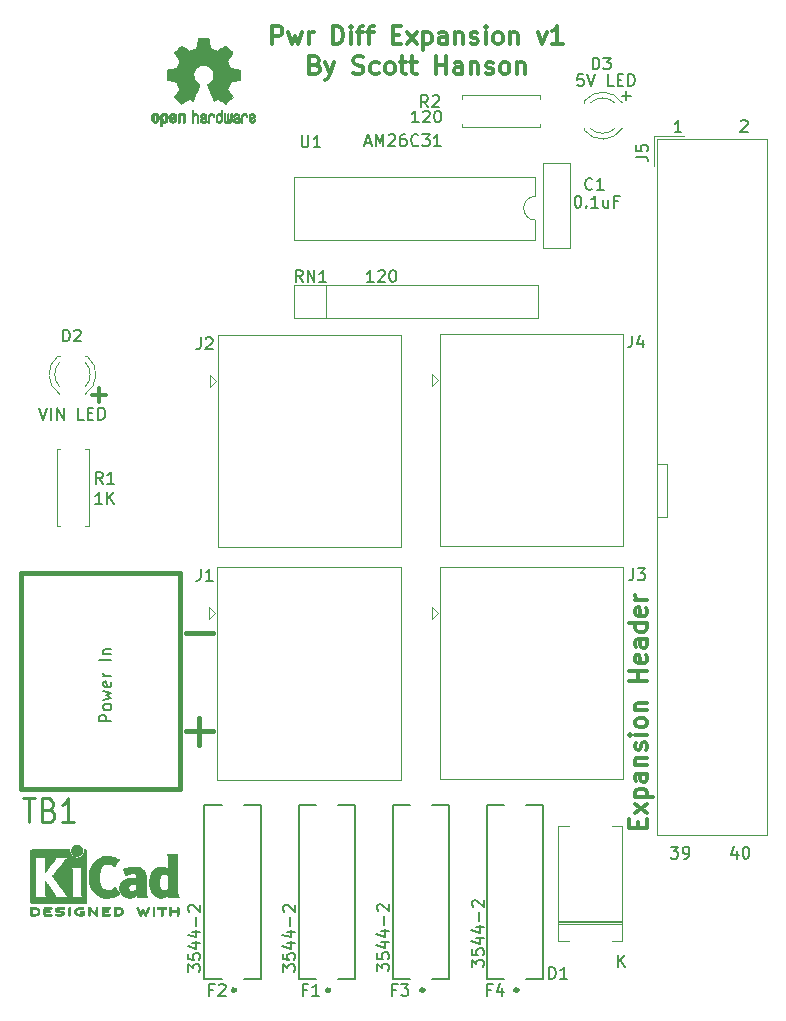
<source format=gbr>
G04 #@! TF.GenerationSoftware,KiCad,Pcbnew,(5.1.5)-3*
G04 #@! TF.CreationDate,2020-05-06T00:03:28-04:00*
G04 #@! TF.ProjectId,Pwr_Diff_Expansion,5077725f-4469-4666-965f-457870616e73,v1*
G04 #@! TF.SameCoordinates,Original*
G04 #@! TF.FileFunction,Legend,Top*
G04 #@! TF.FilePolarity,Positive*
%FSLAX46Y46*%
G04 Gerber Fmt 4.6, Leading zero omitted, Abs format (unit mm)*
G04 Created by KiCad (PCBNEW (5.1.5)-3) date 2020-05-06 00:03:28*
%MOMM*%
%LPD*%
G04 APERTURE LIST*
%ADD10C,0.150000*%
%ADD11C,0.120000*%
%ADD12C,0.300000*%
%ADD13C,0.400000*%
%ADD14C,0.381000*%
%ADD15C,0.010000*%
%ADD16C,0.127000*%
%ADD17C,0.254000*%
%ADD18C,0.152400*%
G04 APERTURE END LIST*
D10*
X126681476Y-140490180D02*
X127300523Y-140490180D01*
X126967190Y-140871133D01*
X127110047Y-140871133D01*
X127205285Y-140918752D01*
X127252904Y-140966371D01*
X127300523Y-141061609D01*
X127300523Y-141299704D01*
X127252904Y-141394942D01*
X127205285Y-141442561D01*
X127110047Y-141490180D01*
X126824333Y-141490180D01*
X126729095Y-141442561D01*
X126681476Y-141394942D01*
X127776714Y-141490180D02*
X127967190Y-141490180D01*
X128062428Y-141442561D01*
X128110047Y-141394942D01*
X128205285Y-141252085D01*
X128252904Y-141061609D01*
X128252904Y-140680657D01*
X128205285Y-140585419D01*
X128157666Y-140537800D01*
X128062428Y-140490180D01*
X127871952Y-140490180D01*
X127776714Y-140537800D01*
X127729095Y-140585419D01*
X127681476Y-140680657D01*
X127681476Y-140918752D01*
X127729095Y-141013990D01*
X127776714Y-141061609D01*
X127871952Y-141109228D01*
X128062428Y-141109228D01*
X128157666Y-141061609D01*
X128205285Y-141013990D01*
X128252904Y-140918752D01*
X132285285Y-140823514D02*
X132285285Y-141490180D01*
X132047190Y-140442561D02*
X131809095Y-141156847D01*
X132428142Y-141156847D01*
X132999571Y-140490180D02*
X133094809Y-140490180D01*
X133190047Y-140537800D01*
X133237666Y-140585419D01*
X133285285Y-140680657D01*
X133332904Y-140871133D01*
X133332904Y-141109228D01*
X133285285Y-141299704D01*
X133237666Y-141394942D01*
X133190047Y-141442561D01*
X133094809Y-141490180D01*
X132999571Y-141490180D01*
X132904333Y-141442561D01*
X132856714Y-141394942D01*
X132809095Y-141299704D01*
X132761476Y-141109228D01*
X132761476Y-140871133D01*
X132809095Y-140680657D01*
X132856714Y-140585419D01*
X132904333Y-140537800D01*
X132999571Y-140490180D01*
X127586714Y-79970180D02*
X127015285Y-79970180D01*
X127301000Y-79970180D02*
X127301000Y-78970180D01*
X127205761Y-79113038D01*
X127110523Y-79208276D01*
X127015285Y-79255895D01*
D11*
X126347900Y-108051700D02*
X126347900Y-112551700D01*
D10*
X122929571Y-76536847D02*
X122929571Y-77298752D01*
X122548619Y-76917800D02*
X123310523Y-76917800D01*
X132615285Y-79065419D02*
X132662904Y-79017800D01*
X132758142Y-78970180D01*
X132996238Y-78970180D01*
X133091476Y-79017800D01*
X133139095Y-79065419D01*
X133186714Y-79160657D01*
X133186714Y-79255895D01*
X133139095Y-79398752D01*
X132567666Y-79970180D01*
X133186714Y-79970180D01*
D11*
X125547900Y-112551700D02*
X126347900Y-112551700D01*
X126347900Y-108051700D02*
X125547900Y-108051700D01*
D12*
X78266142Y-102834228D02*
X78266142Y-101691371D01*
X78837571Y-102262800D02*
X77694714Y-102262800D01*
X92950999Y-72521371D02*
X92950999Y-71021371D01*
X93522428Y-71021371D01*
X93665285Y-71092800D01*
X93736714Y-71164228D01*
X93808142Y-71307085D01*
X93808142Y-71521371D01*
X93736714Y-71664228D01*
X93665285Y-71735657D01*
X93522428Y-71807085D01*
X92950999Y-71807085D01*
X94308142Y-71521371D02*
X94593857Y-72521371D01*
X94879571Y-71807085D01*
X95165285Y-72521371D01*
X95450999Y-71521371D01*
X96022428Y-72521371D02*
X96022428Y-71521371D01*
X96022428Y-71807085D02*
X96093857Y-71664228D01*
X96165285Y-71592800D01*
X96308142Y-71521371D01*
X96450999Y-71521371D01*
X98093857Y-72521371D02*
X98093857Y-71021371D01*
X98450999Y-71021371D01*
X98665285Y-71092800D01*
X98808142Y-71235657D01*
X98879571Y-71378514D01*
X98950999Y-71664228D01*
X98950999Y-71878514D01*
X98879571Y-72164228D01*
X98808142Y-72307085D01*
X98665285Y-72449942D01*
X98450999Y-72521371D01*
X98093857Y-72521371D01*
X99593857Y-72521371D02*
X99593857Y-71521371D01*
X99593857Y-71021371D02*
X99522428Y-71092800D01*
X99593857Y-71164228D01*
X99665285Y-71092800D01*
X99593857Y-71021371D01*
X99593857Y-71164228D01*
X100093857Y-71521371D02*
X100665285Y-71521371D01*
X100308142Y-72521371D02*
X100308142Y-71235657D01*
X100379571Y-71092800D01*
X100522428Y-71021371D01*
X100665285Y-71021371D01*
X100950999Y-71521371D02*
X101522428Y-71521371D01*
X101165285Y-72521371D02*
X101165285Y-71235657D01*
X101236714Y-71092800D01*
X101379571Y-71021371D01*
X101522428Y-71021371D01*
X103165285Y-71735657D02*
X103665285Y-71735657D01*
X103879571Y-72521371D02*
X103165285Y-72521371D01*
X103165285Y-71021371D01*
X103879571Y-71021371D01*
X104379571Y-72521371D02*
X105165285Y-71521371D01*
X104379571Y-71521371D02*
X105165285Y-72521371D01*
X105736714Y-71521371D02*
X105736714Y-73021371D01*
X105736714Y-71592800D02*
X105879571Y-71521371D01*
X106165285Y-71521371D01*
X106308142Y-71592800D01*
X106379571Y-71664228D01*
X106450999Y-71807085D01*
X106450999Y-72235657D01*
X106379571Y-72378514D01*
X106308142Y-72449942D01*
X106165285Y-72521371D01*
X105879571Y-72521371D01*
X105736714Y-72449942D01*
X107736714Y-72521371D02*
X107736714Y-71735657D01*
X107665285Y-71592800D01*
X107522428Y-71521371D01*
X107236714Y-71521371D01*
X107093857Y-71592800D01*
X107736714Y-72449942D02*
X107593857Y-72521371D01*
X107236714Y-72521371D01*
X107093857Y-72449942D01*
X107022428Y-72307085D01*
X107022428Y-72164228D01*
X107093857Y-72021371D01*
X107236714Y-71949942D01*
X107593857Y-71949942D01*
X107736714Y-71878514D01*
X108450999Y-71521371D02*
X108450999Y-72521371D01*
X108450999Y-71664228D02*
X108522428Y-71592800D01*
X108665285Y-71521371D01*
X108879571Y-71521371D01*
X109022428Y-71592800D01*
X109093857Y-71735657D01*
X109093857Y-72521371D01*
X109736714Y-72449942D02*
X109879571Y-72521371D01*
X110165285Y-72521371D01*
X110308142Y-72449942D01*
X110379571Y-72307085D01*
X110379571Y-72235657D01*
X110308142Y-72092800D01*
X110165285Y-72021371D01*
X109950999Y-72021371D01*
X109808142Y-71949942D01*
X109736714Y-71807085D01*
X109736714Y-71735657D01*
X109808142Y-71592800D01*
X109950999Y-71521371D01*
X110165285Y-71521371D01*
X110308142Y-71592800D01*
X111022428Y-72521371D02*
X111022428Y-71521371D01*
X111022428Y-71021371D02*
X110950999Y-71092800D01*
X111022428Y-71164228D01*
X111093857Y-71092800D01*
X111022428Y-71021371D01*
X111022428Y-71164228D01*
X111950999Y-72521371D02*
X111808142Y-72449942D01*
X111736714Y-72378514D01*
X111665285Y-72235657D01*
X111665285Y-71807085D01*
X111736714Y-71664228D01*
X111808142Y-71592800D01*
X111950999Y-71521371D01*
X112165285Y-71521371D01*
X112308142Y-71592800D01*
X112379571Y-71664228D01*
X112450999Y-71807085D01*
X112450999Y-72235657D01*
X112379571Y-72378514D01*
X112308142Y-72449942D01*
X112165285Y-72521371D01*
X111950999Y-72521371D01*
X113093857Y-71521371D02*
X113093857Y-72521371D01*
X113093857Y-71664228D02*
X113165285Y-71592800D01*
X113308142Y-71521371D01*
X113522428Y-71521371D01*
X113665285Y-71592800D01*
X113736714Y-71735657D01*
X113736714Y-72521371D01*
X115450999Y-71521371D02*
X115808142Y-72521371D01*
X116165285Y-71521371D01*
X117522428Y-72521371D02*
X116665285Y-72521371D01*
X117093857Y-72521371D02*
X117093857Y-71021371D01*
X116950999Y-71235657D01*
X116808142Y-71378514D01*
X116665285Y-71449942D01*
X96593857Y-74285657D02*
X96808142Y-74357085D01*
X96879571Y-74428514D01*
X96951000Y-74571371D01*
X96951000Y-74785657D01*
X96879571Y-74928514D01*
X96808142Y-74999942D01*
X96665285Y-75071371D01*
X96093857Y-75071371D01*
X96093857Y-73571371D01*
X96593857Y-73571371D01*
X96736714Y-73642800D01*
X96808142Y-73714228D01*
X96879571Y-73857085D01*
X96879571Y-73999942D01*
X96808142Y-74142800D01*
X96736714Y-74214228D01*
X96593857Y-74285657D01*
X96093857Y-74285657D01*
X97451000Y-74071371D02*
X97808142Y-75071371D01*
X98165285Y-74071371D02*
X97808142Y-75071371D01*
X97665285Y-75428514D01*
X97593857Y-75499942D01*
X97451000Y-75571371D01*
X99808142Y-74999942D02*
X100022428Y-75071371D01*
X100379571Y-75071371D01*
X100522428Y-74999942D01*
X100593857Y-74928514D01*
X100665285Y-74785657D01*
X100665285Y-74642800D01*
X100593857Y-74499942D01*
X100522428Y-74428514D01*
X100379571Y-74357085D01*
X100093857Y-74285657D01*
X99951000Y-74214228D01*
X99879571Y-74142800D01*
X99808142Y-73999942D01*
X99808142Y-73857085D01*
X99879571Y-73714228D01*
X99951000Y-73642800D01*
X100093857Y-73571371D01*
X100451000Y-73571371D01*
X100665285Y-73642800D01*
X101951000Y-74999942D02*
X101808142Y-75071371D01*
X101522428Y-75071371D01*
X101379571Y-74999942D01*
X101308142Y-74928514D01*
X101236714Y-74785657D01*
X101236714Y-74357085D01*
X101308142Y-74214228D01*
X101379571Y-74142800D01*
X101522428Y-74071371D01*
X101808142Y-74071371D01*
X101951000Y-74142800D01*
X102808142Y-75071371D02*
X102665285Y-74999942D01*
X102593857Y-74928514D01*
X102522428Y-74785657D01*
X102522428Y-74357085D01*
X102593857Y-74214228D01*
X102665285Y-74142800D01*
X102808142Y-74071371D01*
X103022428Y-74071371D01*
X103165285Y-74142800D01*
X103236714Y-74214228D01*
X103308142Y-74357085D01*
X103308142Y-74785657D01*
X103236714Y-74928514D01*
X103165285Y-74999942D01*
X103022428Y-75071371D01*
X102808142Y-75071371D01*
X103736714Y-74071371D02*
X104308142Y-74071371D01*
X103951000Y-73571371D02*
X103951000Y-74857085D01*
X104022428Y-74999942D01*
X104165285Y-75071371D01*
X104308142Y-75071371D01*
X104593857Y-74071371D02*
X105165285Y-74071371D01*
X104808142Y-73571371D02*
X104808142Y-74857085D01*
X104879571Y-74999942D01*
X105022428Y-75071371D01*
X105165285Y-75071371D01*
X106808142Y-75071371D02*
X106808142Y-73571371D01*
X106808142Y-74285657D02*
X107665285Y-74285657D01*
X107665285Y-75071371D02*
X107665285Y-73571371D01*
X109022428Y-75071371D02*
X109022428Y-74285657D01*
X108951000Y-74142800D01*
X108808142Y-74071371D01*
X108522428Y-74071371D01*
X108379571Y-74142800D01*
X109022428Y-74999942D02*
X108879571Y-75071371D01*
X108522428Y-75071371D01*
X108379571Y-74999942D01*
X108308142Y-74857085D01*
X108308142Y-74714228D01*
X108379571Y-74571371D01*
X108522428Y-74499942D01*
X108879571Y-74499942D01*
X109022428Y-74428514D01*
X109736714Y-74071371D02*
X109736714Y-75071371D01*
X109736714Y-74214228D02*
X109808142Y-74142800D01*
X109951000Y-74071371D01*
X110165285Y-74071371D01*
X110308142Y-74142800D01*
X110379571Y-74285657D01*
X110379571Y-75071371D01*
X111022428Y-74999942D02*
X111165285Y-75071371D01*
X111451000Y-75071371D01*
X111593857Y-74999942D01*
X111665285Y-74857085D01*
X111665285Y-74785657D01*
X111593857Y-74642800D01*
X111451000Y-74571371D01*
X111236714Y-74571371D01*
X111093857Y-74499942D01*
X111022428Y-74357085D01*
X111022428Y-74285657D01*
X111093857Y-74142800D01*
X111236714Y-74071371D01*
X111451000Y-74071371D01*
X111593857Y-74142800D01*
X112522428Y-75071371D02*
X112379571Y-74999942D01*
X112308142Y-74928514D01*
X112236714Y-74785657D01*
X112236714Y-74357085D01*
X112308142Y-74214228D01*
X112379571Y-74142800D01*
X112522428Y-74071371D01*
X112736714Y-74071371D01*
X112879571Y-74142800D01*
X112951000Y-74214228D01*
X113022428Y-74357085D01*
X113022428Y-74785657D01*
X112951000Y-74928514D01*
X112879571Y-74999942D01*
X112736714Y-75071371D01*
X112522428Y-75071371D01*
X113665285Y-74071371D02*
X113665285Y-75071371D01*
X113665285Y-74214228D02*
X113736714Y-74142800D01*
X113879571Y-74071371D01*
X114093857Y-74071371D01*
X114236714Y-74142800D01*
X114308142Y-74285657D01*
X114308142Y-75071371D01*
D13*
X85606542Y-130732085D02*
X87892257Y-130732085D01*
X86749400Y-131874942D02*
X86749400Y-129589228D01*
X85631942Y-122430685D02*
X87917657Y-122430685D01*
D14*
X85132000Y-135561800D02*
X71670000Y-135561800D01*
X85132000Y-117273800D02*
X71670000Y-117273800D01*
X71670000Y-117273800D02*
X71670000Y-135561800D01*
X85132000Y-117273800D02*
X85132000Y-135561800D01*
D11*
X97519000Y-92901800D02*
X97519000Y-95701800D01*
X115469000Y-92901800D02*
X94809000Y-92901800D01*
X115469000Y-95701800D02*
X115469000Y-92901800D01*
X94809000Y-95701800D02*
X115469000Y-95701800D01*
X94809000Y-92901800D02*
X94809000Y-95701800D01*
D15*
G36*
X84951823Y-145598333D02*
G01*
X84983202Y-145620576D01*
X85010911Y-145648285D01*
X85010911Y-145957720D01*
X85010838Y-146049599D01*
X85010495Y-146121640D01*
X85009692Y-146176580D01*
X85008241Y-146217160D01*
X85005952Y-146246117D01*
X85002636Y-146266191D01*
X84998105Y-146280121D01*
X84992169Y-146290645D01*
X84987514Y-146296900D01*
X84956783Y-146321473D01*
X84921496Y-146324141D01*
X84889245Y-146309071D01*
X84878588Y-146300174D01*
X84871464Y-146288357D01*
X84867167Y-146269326D01*
X84864991Y-146238792D01*
X84864228Y-146192462D01*
X84864155Y-146156671D01*
X84864155Y-146021845D01*
X84367444Y-146021845D01*
X84367444Y-146144500D01*
X84366931Y-146200587D01*
X84364876Y-146239133D01*
X84360508Y-146265161D01*
X84353056Y-146283697D01*
X84344047Y-146296900D01*
X84313144Y-146321404D01*
X84278196Y-146324306D01*
X84244738Y-146306889D01*
X84235604Y-146297759D01*
X84229152Y-146285655D01*
X84224897Y-146266801D01*
X84222352Y-146237420D01*
X84221029Y-146193737D01*
X84220443Y-146131975D01*
X84220375Y-146117800D01*
X84219891Y-146001431D01*
X84219641Y-145905527D01*
X84219723Y-145827977D01*
X84220231Y-145766669D01*
X84221262Y-145719490D01*
X84222913Y-145684330D01*
X84225279Y-145659076D01*
X84228457Y-145641617D01*
X84232544Y-145629841D01*
X84237634Y-145621635D01*
X84243266Y-145615445D01*
X84275128Y-145595644D01*
X84308357Y-145598333D01*
X84339735Y-145620576D01*
X84352433Y-145634926D01*
X84360526Y-145650778D01*
X84365042Y-145673354D01*
X84367006Y-145707878D01*
X84367444Y-145759576D01*
X84367444Y-145875089D01*
X84864155Y-145875089D01*
X84864155Y-145756556D01*
X84864662Y-145701948D01*
X84866698Y-145665075D01*
X84871035Y-145641107D01*
X84878447Y-145625215D01*
X84886733Y-145615445D01*
X84918594Y-145595644D01*
X84951823Y-145598333D01*
G37*
X84951823Y-145598333D02*
X84983202Y-145620576D01*
X85010911Y-145648285D01*
X85010911Y-145957720D01*
X85010838Y-146049599D01*
X85010495Y-146121640D01*
X85009692Y-146176580D01*
X85008241Y-146217160D01*
X85005952Y-146246117D01*
X85002636Y-146266191D01*
X84998105Y-146280121D01*
X84992169Y-146290645D01*
X84987514Y-146296900D01*
X84956783Y-146321473D01*
X84921496Y-146324141D01*
X84889245Y-146309071D01*
X84878588Y-146300174D01*
X84871464Y-146288357D01*
X84867167Y-146269326D01*
X84864991Y-146238792D01*
X84864228Y-146192462D01*
X84864155Y-146156671D01*
X84864155Y-146021845D01*
X84367444Y-146021845D01*
X84367444Y-146144500D01*
X84366931Y-146200587D01*
X84364876Y-146239133D01*
X84360508Y-146265161D01*
X84353056Y-146283697D01*
X84344047Y-146296900D01*
X84313144Y-146321404D01*
X84278196Y-146324306D01*
X84244738Y-146306889D01*
X84235604Y-146297759D01*
X84229152Y-146285655D01*
X84224897Y-146266801D01*
X84222352Y-146237420D01*
X84221029Y-146193737D01*
X84220443Y-146131975D01*
X84220375Y-146117800D01*
X84219891Y-146001431D01*
X84219641Y-145905527D01*
X84219723Y-145827977D01*
X84220231Y-145766669D01*
X84221262Y-145719490D01*
X84222913Y-145684330D01*
X84225279Y-145659076D01*
X84228457Y-145641617D01*
X84232544Y-145629841D01*
X84237634Y-145621635D01*
X84243266Y-145615445D01*
X84275128Y-145595644D01*
X84308357Y-145598333D01*
X84339735Y-145620576D01*
X84352433Y-145634926D01*
X84360526Y-145650778D01*
X84365042Y-145673354D01*
X84367006Y-145707878D01*
X84367444Y-145759576D01*
X84367444Y-145875089D01*
X84864155Y-145875089D01*
X84864155Y-145756556D01*
X84864662Y-145701948D01*
X84866698Y-145665075D01*
X84871035Y-145641107D01*
X84878447Y-145625215D01*
X84886733Y-145615445D01*
X84918594Y-145595644D01*
X84951823Y-145598333D01*
G36*
X83686065Y-145592963D02*
G01*
X83764772Y-145593342D01*
X83825863Y-145594133D01*
X83871817Y-145595470D01*
X83905114Y-145597483D01*
X83928236Y-145600306D01*
X83943662Y-145604069D01*
X83953871Y-145608905D01*
X83958813Y-145612622D01*
X83984457Y-145645158D01*
X83987559Y-145678938D01*
X83971711Y-145709626D01*
X83961348Y-145721889D01*
X83950196Y-145730250D01*
X83934035Y-145735457D01*
X83908642Y-145738257D01*
X83869798Y-145739396D01*
X83813280Y-145739621D01*
X83802180Y-145739622D01*
X83656244Y-145739622D01*
X83656244Y-146010556D01*
X83656148Y-146095954D01*
X83655711Y-146161664D01*
X83654712Y-146210574D01*
X83652928Y-146245573D01*
X83650137Y-146269549D01*
X83646117Y-146285393D01*
X83640645Y-146295991D01*
X83633666Y-146304067D01*
X83600734Y-146323912D01*
X83566354Y-146322348D01*
X83535176Y-146299706D01*
X83532886Y-146296900D01*
X83525429Y-146286292D01*
X83519747Y-146273881D01*
X83515601Y-146256650D01*
X83512750Y-146231584D01*
X83510954Y-146195667D01*
X83509972Y-146145883D01*
X83509564Y-146079217D01*
X83509489Y-146003389D01*
X83509489Y-145739622D01*
X83370127Y-145739622D01*
X83310322Y-145739218D01*
X83268918Y-145737640D01*
X83241748Y-145734347D01*
X83224646Y-145728792D01*
X83213443Y-145720431D01*
X83212083Y-145718978D01*
X83195725Y-145685739D01*
X83197172Y-145648162D01*
X83215978Y-145615445D01*
X83223250Y-145609098D01*
X83232627Y-145604066D01*
X83246609Y-145600196D01*
X83267696Y-145597337D01*
X83298389Y-145595335D01*
X83341189Y-145594039D01*
X83398595Y-145593298D01*
X83473110Y-145592958D01*
X83567233Y-145592868D01*
X83587260Y-145592867D01*
X83686065Y-145592963D01*
G37*
X83686065Y-145592963D02*
X83764772Y-145593342D01*
X83825863Y-145594133D01*
X83871817Y-145595470D01*
X83905114Y-145597483D01*
X83928236Y-145600306D01*
X83943662Y-145604069D01*
X83953871Y-145608905D01*
X83958813Y-145612622D01*
X83984457Y-145645158D01*
X83987559Y-145678938D01*
X83971711Y-145709626D01*
X83961348Y-145721889D01*
X83950196Y-145730250D01*
X83934035Y-145735457D01*
X83908642Y-145738257D01*
X83869798Y-145739396D01*
X83813280Y-145739621D01*
X83802180Y-145739622D01*
X83656244Y-145739622D01*
X83656244Y-146010556D01*
X83656148Y-146095954D01*
X83655711Y-146161664D01*
X83654712Y-146210574D01*
X83652928Y-146245573D01*
X83650137Y-146269549D01*
X83646117Y-146285393D01*
X83640645Y-146295991D01*
X83633666Y-146304067D01*
X83600734Y-146323912D01*
X83566354Y-146322348D01*
X83535176Y-146299706D01*
X83532886Y-146296900D01*
X83525429Y-146286292D01*
X83519747Y-146273881D01*
X83515601Y-146256650D01*
X83512750Y-146231584D01*
X83510954Y-146195667D01*
X83509972Y-146145883D01*
X83509564Y-146079217D01*
X83509489Y-146003389D01*
X83509489Y-145739622D01*
X83370127Y-145739622D01*
X83310322Y-145739218D01*
X83268918Y-145737640D01*
X83241748Y-145734347D01*
X83224646Y-145728792D01*
X83213443Y-145720431D01*
X83212083Y-145718978D01*
X83195725Y-145685739D01*
X83197172Y-145648162D01*
X83215978Y-145615445D01*
X83223250Y-145609098D01*
X83232627Y-145604066D01*
X83246609Y-145600196D01*
X83267696Y-145597337D01*
X83298389Y-145595335D01*
X83341189Y-145594039D01*
X83398595Y-145593298D01*
X83473110Y-145592958D01*
X83567233Y-145592868D01*
X83587260Y-145592867D01*
X83686065Y-145592963D01*
G36*
X82911614Y-145599677D02*
G01*
X82935327Y-145614447D01*
X82961978Y-145636027D01*
X82961978Y-145957573D01*
X82961893Y-146051630D01*
X82961529Y-146125732D01*
X82960724Y-146182504D01*
X82959313Y-146224568D01*
X82957133Y-146254548D01*
X82954021Y-146275067D01*
X82949814Y-146288749D01*
X82944348Y-146298216D01*
X82940472Y-146302882D01*
X82909034Y-146323375D01*
X82873233Y-146322539D01*
X82841873Y-146305064D01*
X82815222Y-146283484D01*
X82815222Y-145636027D01*
X82841873Y-145614447D01*
X82867594Y-145598749D01*
X82888600Y-145592867D01*
X82911614Y-145599677D01*
G37*
X82911614Y-145599677D02*
X82935327Y-145614447D01*
X82961978Y-145636027D01*
X82961978Y-145957573D01*
X82961893Y-146051630D01*
X82961529Y-146125732D01*
X82960724Y-146182504D01*
X82959313Y-146224568D01*
X82957133Y-146254548D01*
X82954021Y-146275067D01*
X82949814Y-146288749D01*
X82944348Y-146298216D01*
X82940472Y-146302882D01*
X82909034Y-146323375D01*
X82873233Y-146322539D01*
X82841873Y-146305064D01*
X82815222Y-146283484D01*
X82815222Y-145636027D01*
X82841873Y-145614447D01*
X82867594Y-145598749D01*
X82888600Y-145592867D01*
X82911614Y-145599677D01*
G36*
X82467665Y-145594834D02*
G01*
X82487255Y-145601835D01*
X82488010Y-145602177D01*
X82514613Y-145622478D01*
X82529270Y-145643361D01*
X82532138Y-145653152D01*
X82531996Y-145666161D01*
X82527961Y-145684695D01*
X82519146Y-145711057D01*
X82504669Y-145747552D01*
X82483645Y-145796487D01*
X82455188Y-145860165D01*
X82418415Y-145940893D01*
X82398175Y-145985016D01*
X82361625Y-146063785D01*
X82327315Y-146136223D01*
X82296552Y-146199680D01*
X82270648Y-146251508D01*
X82250910Y-146289059D01*
X82238650Y-146309684D01*
X82236224Y-146312533D01*
X82205183Y-146325102D01*
X82170121Y-146323419D01*
X82142000Y-146308132D01*
X82140854Y-146306889D01*
X82129668Y-146289954D01*
X82110904Y-146256970D01*
X82086875Y-146212180D01*
X82059897Y-146159832D01*
X82050201Y-146140542D01*
X81977014Y-145993950D01*
X81897240Y-146153193D01*
X81868767Y-146208215D01*
X81842350Y-146255932D01*
X81820148Y-146292693D01*
X81804319Y-146314844D01*
X81798954Y-146319541D01*
X81757257Y-146325902D01*
X81722849Y-146312533D01*
X81712728Y-146298246D01*
X81695214Y-146266492D01*
X81671735Y-146220397D01*
X81643720Y-146163085D01*
X81612599Y-146097680D01*
X81579799Y-146027307D01*
X81546750Y-145955091D01*
X81514881Y-145884155D01*
X81485619Y-145817625D01*
X81460395Y-145758626D01*
X81440636Y-145710281D01*
X81427772Y-145675715D01*
X81423231Y-145658053D01*
X81423277Y-145657413D01*
X81434326Y-145635188D01*
X81456410Y-145612553D01*
X81457710Y-145611568D01*
X81484853Y-145596225D01*
X81509958Y-145596374D01*
X81519368Y-145599266D01*
X81530834Y-145605518D01*
X81543010Y-145617814D01*
X81557357Y-145638708D01*
X81575336Y-145670749D01*
X81598407Y-145716488D01*
X81628030Y-145778477D01*
X81654745Y-145835698D01*
X81685480Y-145902026D01*
X81713021Y-145961674D01*
X81735938Y-146011525D01*
X81752798Y-146048464D01*
X81762173Y-146069373D01*
X81763540Y-146072645D01*
X81769689Y-146067297D01*
X81783822Y-146044909D01*
X81804057Y-146008746D01*
X81828515Y-145962077D01*
X81838248Y-145942822D01*
X81871217Y-145877804D01*
X81896643Y-145830454D01*
X81916612Y-145798019D01*
X81933210Y-145777746D01*
X81948524Y-145766882D01*
X81964640Y-145762675D01*
X81975143Y-145762200D01*
X81993670Y-145763842D01*
X82009904Y-145770631D01*
X82026035Y-145785366D01*
X82044251Y-145810844D01*
X82066739Y-145849861D01*
X82095689Y-145905214D01*
X82111662Y-145936703D01*
X82137570Y-145986887D01*
X82160167Y-146028504D01*
X82177458Y-146058042D01*
X82187450Y-146071989D01*
X82188809Y-146072570D01*
X82195261Y-146061593D01*
X82209708Y-146033090D01*
X82230703Y-145990044D01*
X82256797Y-145935438D01*
X82286546Y-145872254D01*
X82301180Y-145840871D01*
X82339250Y-145759878D01*
X82369905Y-145697556D01*
X82394737Y-145651871D01*
X82415337Y-145620789D01*
X82433298Y-145602278D01*
X82450210Y-145594304D01*
X82467665Y-145594834D01*
G37*
X82467665Y-145594834D02*
X82487255Y-145601835D01*
X82488010Y-145602177D01*
X82514613Y-145622478D01*
X82529270Y-145643361D01*
X82532138Y-145653152D01*
X82531996Y-145666161D01*
X82527961Y-145684695D01*
X82519146Y-145711057D01*
X82504669Y-145747552D01*
X82483645Y-145796487D01*
X82455188Y-145860165D01*
X82418415Y-145940893D01*
X82398175Y-145985016D01*
X82361625Y-146063785D01*
X82327315Y-146136223D01*
X82296552Y-146199680D01*
X82270648Y-146251508D01*
X82250910Y-146289059D01*
X82238650Y-146309684D01*
X82236224Y-146312533D01*
X82205183Y-146325102D01*
X82170121Y-146323419D01*
X82142000Y-146308132D01*
X82140854Y-146306889D01*
X82129668Y-146289954D01*
X82110904Y-146256970D01*
X82086875Y-146212180D01*
X82059897Y-146159832D01*
X82050201Y-146140542D01*
X81977014Y-145993950D01*
X81897240Y-146153193D01*
X81868767Y-146208215D01*
X81842350Y-146255932D01*
X81820148Y-146292693D01*
X81804319Y-146314844D01*
X81798954Y-146319541D01*
X81757257Y-146325902D01*
X81722849Y-146312533D01*
X81712728Y-146298246D01*
X81695214Y-146266492D01*
X81671735Y-146220397D01*
X81643720Y-146163085D01*
X81612599Y-146097680D01*
X81579799Y-146027307D01*
X81546750Y-145955091D01*
X81514881Y-145884155D01*
X81485619Y-145817625D01*
X81460395Y-145758626D01*
X81440636Y-145710281D01*
X81427772Y-145675715D01*
X81423231Y-145658053D01*
X81423277Y-145657413D01*
X81434326Y-145635188D01*
X81456410Y-145612553D01*
X81457710Y-145611568D01*
X81484853Y-145596225D01*
X81509958Y-145596374D01*
X81519368Y-145599266D01*
X81530834Y-145605518D01*
X81543010Y-145617814D01*
X81557357Y-145638708D01*
X81575336Y-145670749D01*
X81598407Y-145716488D01*
X81628030Y-145778477D01*
X81654745Y-145835698D01*
X81685480Y-145902026D01*
X81713021Y-145961674D01*
X81735938Y-146011525D01*
X81752798Y-146048464D01*
X81762173Y-146069373D01*
X81763540Y-146072645D01*
X81769689Y-146067297D01*
X81783822Y-146044909D01*
X81804057Y-146008746D01*
X81828515Y-145962077D01*
X81838248Y-145942822D01*
X81871217Y-145877804D01*
X81896643Y-145830454D01*
X81916612Y-145798019D01*
X81933210Y-145777746D01*
X81948524Y-145766882D01*
X81964640Y-145762675D01*
X81975143Y-145762200D01*
X81993670Y-145763842D01*
X82009904Y-145770631D01*
X82026035Y-145785366D01*
X82044251Y-145810844D01*
X82066739Y-145849861D01*
X82095689Y-145905214D01*
X82111662Y-145936703D01*
X82137570Y-145986887D01*
X82160167Y-146028504D01*
X82177458Y-146058042D01*
X82187450Y-146071989D01*
X82188809Y-146072570D01*
X82195261Y-146061593D01*
X82209708Y-146033090D01*
X82230703Y-145990044D01*
X82256797Y-145935438D01*
X82286546Y-145872254D01*
X82301180Y-145840871D01*
X82339250Y-145759878D01*
X82369905Y-145697556D01*
X82394737Y-145651871D01*
X82415337Y-145620789D01*
X82433298Y-145602278D01*
X82450210Y-145594304D01*
X82467665Y-145594834D01*
G36*
X79741309Y-145593075D02*
G01*
X79870288Y-145597436D01*
X79979991Y-145610661D01*
X80072226Y-145633541D01*
X80148802Y-145666870D01*
X80211527Y-145711438D01*
X80262212Y-145768036D01*
X80302663Y-145837458D01*
X80303459Y-145839151D01*
X80327601Y-145901283D01*
X80336203Y-145956309D01*
X80329231Y-146011687D01*
X80306654Y-146074873D01*
X80302372Y-146084489D01*
X80273172Y-146140766D01*
X80240356Y-146184251D01*
X80198002Y-146221217D01*
X80140190Y-146257935D01*
X80136831Y-146259852D01*
X80086504Y-146284027D01*
X80029621Y-146302082D01*
X79962527Y-146314639D01*
X79881565Y-146322322D01*
X79783082Y-146325753D01*
X79748286Y-146326051D01*
X79582594Y-146326645D01*
X79559197Y-146296900D01*
X79552257Y-146287119D01*
X79546842Y-146275697D01*
X79542765Y-146259895D01*
X79539837Y-146236975D01*
X79537867Y-146204196D01*
X79537225Y-146179889D01*
X79693844Y-146179889D01*
X79787726Y-146179889D01*
X79842664Y-146178283D01*
X79899060Y-146174055D01*
X79945345Y-146168092D01*
X79948139Y-146167590D01*
X80030348Y-146145536D01*
X80094114Y-146112400D01*
X80141452Y-146066647D01*
X80174382Y-146006739D01*
X80180108Y-145990861D01*
X80185721Y-145966133D01*
X80183291Y-145941702D01*
X80171467Y-145909200D01*
X80164340Y-145893234D01*
X80141000Y-145850806D01*
X80112880Y-145821040D01*
X80081940Y-145800311D01*
X80019966Y-145773337D01*
X79940651Y-145753798D01*
X79848253Y-145742546D01*
X79781333Y-145740070D01*
X79693844Y-145739622D01*
X79693844Y-146179889D01*
X79537225Y-146179889D01*
X79536668Y-146158821D01*
X79536050Y-146098111D01*
X79535825Y-146019326D01*
X79535800Y-145957720D01*
X79535800Y-145648285D01*
X79563509Y-145620576D01*
X79575806Y-145609344D01*
X79589103Y-145601653D01*
X79607672Y-145596840D01*
X79635786Y-145594246D01*
X79677717Y-145593210D01*
X79737737Y-145593070D01*
X79741309Y-145593075D01*
G37*
X79741309Y-145593075D02*
X79870288Y-145597436D01*
X79979991Y-145610661D01*
X80072226Y-145633541D01*
X80148802Y-145666870D01*
X80211527Y-145711438D01*
X80262212Y-145768036D01*
X80302663Y-145837458D01*
X80303459Y-145839151D01*
X80327601Y-145901283D01*
X80336203Y-145956309D01*
X80329231Y-146011687D01*
X80306654Y-146074873D01*
X80302372Y-146084489D01*
X80273172Y-146140766D01*
X80240356Y-146184251D01*
X80198002Y-146221217D01*
X80140190Y-146257935D01*
X80136831Y-146259852D01*
X80086504Y-146284027D01*
X80029621Y-146302082D01*
X79962527Y-146314639D01*
X79881565Y-146322322D01*
X79783082Y-146325753D01*
X79748286Y-146326051D01*
X79582594Y-146326645D01*
X79559197Y-146296900D01*
X79552257Y-146287119D01*
X79546842Y-146275697D01*
X79542765Y-146259895D01*
X79539837Y-146236975D01*
X79537867Y-146204196D01*
X79537225Y-146179889D01*
X79693844Y-146179889D01*
X79787726Y-146179889D01*
X79842664Y-146178283D01*
X79899060Y-146174055D01*
X79945345Y-146168092D01*
X79948139Y-146167590D01*
X80030348Y-146145536D01*
X80094114Y-146112400D01*
X80141452Y-146066647D01*
X80174382Y-146006739D01*
X80180108Y-145990861D01*
X80185721Y-145966133D01*
X80183291Y-145941702D01*
X80171467Y-145909200D01*
X80164340Y-145893234D01*
X80141000Y-145850806D01*
X80112880Y-145821040D01*
X80081940Y-145800311D01*
X80019966Y-145773337D01*
X79940651Y-145753798D01*
X79848253Y-145742546D01*
X79781333Y-145740070D01*
X79693844Y-145739622D01*
X79693844Y-146179889D01*
X79537225Y-146179889D01*
X79536668Y-146158821D01*
X79536050Y-146098111D01*
X79535825Y-146019326D01*
X79535800Y-145957720D01*
X79535800Y-145648285D01*
X79563509Y-145620576D01*
X79575806Y-145609344D01*
X79589103Y-145601653D01*
X79607672Y-145596840D01*
X79635786Y-145594246D01*
X79677717Y-145593210D01*
X79737737Y-145593070D01*
X79741309Y-145593075D01*
G36*
X78953343Y-145593060D02*
G01*
X79029701Y-145593974D01*
X79088217Y-145596111D01*
X79131255Y-145599975D01*
X79161183Y-145606067D01*
X79180368Y-145614890D01*
X79191176Y-145626946D01*
X79195973Y-145642739D01*
X79197127Y-145662770D01*
X79197133Y-145665135D01*
X79196131Y-145687792D01*
X79191396Y-145705303D01*
X79180333Y-145718374D01*
X79160348Y-145727713D01*
X79128846Y-145734027D01*
X79083232Y-145738022D01*
X79020913Y-145740406D01*
X78939293Y-145741886D01*
X78914277Y-145742214D01*
X78672200Y-145745267D01*
X78668814Y-145810178D01*
X78665429Y-145875089D01*
X78833576Y-145875089D01*
X78899266Y-145875331D01*
X78946172Y-145876356D01*
X78978083Y-145878611D01*
X78998791Y-145882542D01*
X79012084Y-145888598D01*
X79021755Y-145897224D01*
X79021817Y-145897293D01*
X79039356Y-145930912D01*
X79038722Y-145967248D01*
X79020314Y-145998223D01*
X79016671Y-146001407D01*
X79003741Y-146009612D01*
X78986024Y-146015321D01*
X78959570Y-146018962D01*
X78920432Y-146020967D01*
X78864662Y-146021764D01*
X78828994Y-146021845D01*
X78666555Y-146021845D01*
X78666555Y-146179889D01*
X78913161Y-146179889D01*
X78994580Y-146180031D01*
X79056410Y-146180614D01*
X79101637Y-146181868D01*
X79133248Y-146184027D01*
X79154231Y-146187323D01*
X79167573Y-146191989D01*
X79176261Y-146198257D01*
X79178450Y-146200533D01*
X79194614Y-146232080D01*
X79195797Y-146267968D01*
X79182536Y-146299085D01*
X79172043Y-146309071D01*
X79161129Y-146314569D01*
X79144217Y-146318822D01*
X79118633Y-146321980D01*
X79081701Y-146324192D01*
X79030746Y-146325606D01*
X78963094Y-146326372D01*
X78876069Y-146326638D01*
X78856394Y-146326645D01*
X78767911Y-146326587D01*
X78699227Y-146326267D01*
X78647564Y-146325467D01*
X78610145Y-146323967D01*
X78584190Y-146321549D01*
X78566922Y-146317994D01*
X78555562Y-146313082D01*
X78547332Y-146306595D01*
X78542817Y-146301938D01*
X78536021Y-146293689D01*
X78530712Y-146283469D01*
X78526706Y-146268600D01*
X78523821Y-146246402D01*
X78521874Y-146214193D01*
X78520681Y-146169296D01*
X78520061Y-146109028D01*
X78519829Y-146030711D01*
X78519800Y-145964794D01*
X78519871Y-145872428D01*
X78520208Y-145799917D01*
X78520998Y-145744537D01*
X78522426Y-145703565D01*
X78524679Y-145674278D01*
X78527943Y-145653953D01*
X78532404Y-145639866D01*
X78538248Y-145629295D01*
X78543197Y-145622611D01*
X78566594Y-145592867D01*
X78856774Y-145592867D01*
X78953343Y-145593060D01*
G37*
X78953343Y-145593060D02*
X79029701Y-145593974D01*
X79088217Y-145596111D01*
X79131255Y-145599975D01*
X79161183Y-145606067D01*
X79180368Y-145614890D01*
X79191176Y-145626946D01*
X79195973Y-145642739D01*
X79197127Y-145662770D01*
X79197133Y-145665135D01*
X79196131Y-145687792D01*
X79191396Y-145705303D01*
X79180333Y-145718374D01*
X79160348Y-145727713D01*
X79128846Y-145734027D01*
X79083232Y-145738022D01*
X79020913Y-145740406D01*
X78939293Y-145741886D01*
X78914277Y-145742214D01*
X78672200Y-145745267D01*
X78668814Y-145810178D01*
X78665429Y-145875089D01*
X78833576Y-145875089D01*
X78899266Y-145875331D01*
X78946172Y-145876356D01*
X78978083Y-145878611D01*
X78998791Y-145882542D01*
X79012084Y-145888598D01*
X79021755Y-145897224D01*
X79021817Y-145897293D01*
X79039356Y-145930912D01*
X79038722Y-145967248D01*
X79020314Y-145998223D01*
X79016671Y-146001407D01*
X79003741Y-146009612D01*
X78986024Y-146015321D01*
X78959570Y-146018962D01*
X78920432Y-146020967D01*
X78864662Y-146021764D01*
X78828994Y-146021845D01*
X78666555Y-146021845D01*
X78666555Y-146179889D01*
X78913161Y-146179889D01*
X78994580Y-146180031D01*
X79056410Y-146180614D01*
X79101637Y-146181868D01*
X79133248Y-146184027D01*
X79154231Y-146187323D01*
X79167573Y-146191989D01*
X79176261Y-146198257D01*
X79178450Y-146200533D01*
X79194614Y-146232080D01*
X79195797Y-146267968D01*
X79182536Y-146299085D01*
X79172043Y-146309071D01*
X79161129Y-146314569D01*
X79144217Y-146318822D01*
X79118633Y-146321980D01*
X79081701Y-146324192D01*
X79030746Y-146325606D01*
X78963094Y-146326372D01*
X78876069Y-146326638D01*
X78856394Y-146326645D01*
X78767911Y-146326587D01*
X78699227Y-146326267D01*
X78647564Y-146325467D01*
X78610145Y-146323967D01*
X78584190Y-146321549D01*
X78566922Y-146317994D01*
X78555562Y-146313082D01*
X78547332Y-146306595D01*
X78542817Y-146301938D01*
X78536021Y-146293689D01*
X78530712Y-146283469D01*
X78526706Y-146268600D01*
X78523821Y-146246402D01*
X78521874Y-146214193D01*
X78520681Y-146169296D01*
X78520061Y-146109028D01*
X78519829Y-146030711D01*
X78519800Y-145964794D01*
X78519871Y-145872428D01*
X78520208Y-145799917D01*
X78520998Y-145744537D01*
X78522426Y-145703565D01*
X78524679Y-145674278D01*
X78527943Y-145653953D01*
X78532404Y-145639866D01*
X78538248Y-145629295D01*
X78543197Y-145622611D01*
X78566594Y-145592867D01*
X78856774Y-145592867D01*
X78953343Y-145593060D01*
G36*
X77422886Y-145597248D02*
G01*
X77446452Y-145611073D01*
X77477265Y-145633681D01*
X77516922Y-145666138D01*
X77567020Y-145709508D01*
X77629157Y-145764858D01*
X77704928Y-145833251D01*
X77791666Y-145911884D01*
X77972289Y-146075678D01*
X77977933Y-145855829D01*
X77979971Y-145780151D01*
X77981937Y-145723794D01*
X77984266Y-145683506D01*
X77987394Y-145656035D01*
X77991755Y-145638129D01*
X77997784Y-145626537D01*
X78005916Y-145618008D01*
X78010228Y-145614423D01*
X78044759Y-145595470D01*
X78077617Y-145598241D01*
X78103682Y-145614433D01*
X78130333Y-145635999D01*
X78133648Y-145950951D01*
X78134565Y-146043579D01*
X78135032Y-146116344D01*
X78134887Y-146171961D01*
X78133968Y-146213142D01*
X78132113Y-146242603D01*
X78129161Y-146263055D01*
X78124950Y-146277213D01*
X78119318Y-146287791D01*
X78113073Y-146296274D01*
X78099561Y-146312007D01*
X78086117Y-146322436D01*
X78070876Y-146326439D01*
X78051974Y-146322894D01*
X78027545Y-146310679D01*
X77995727Y-146288671D01*
X77954652Y-146255749D01*
X77902458Y-146210791D01*
X77837278Y-146152675D01*
X77763444Y-146085899D01*
X77498155Y-145845258D01*
X77492511Y-146064389D01*
X77490469Y-146139928D01*
X77488498Y-146196154D01*
X77486161Y-146236324D01*
X77483019Y-146263696D01*
X77478636Y-146281528D01*
X77472576Y-146293079D01*
X77464400Y-146301607D01*
X77460216Y-146305082D01*
X77423235Y-146324172D01*
X77388292Y-146321293D01*
X77357864Y-146296900D01*
X77350903Y-146287086D01*
X77345477Y-146275626D01*
X77341397Y-146259768D01*
X77338471Y-146236763D01*
X77336508Y-146203862D01*
X77335317Y-146158316D01*
X77334708Y-146097373D01*
X77334489Y-146018286D01*
X77334466Y-145959756D01*
X77334540Y-145868207D01*
X77334887Y-145796487D01*
X77335699Y-145741845D01*
X77337167Y-145701532D01*
X77339481Y-145672798D01*
X77342833Y-145652893D01*
X77347412Y-145639068D01*
X77353411Y-145628572D01*
X77357864Y-145622611D01*
X77369150Y-145608491D01*
X77379699Y-145597829D01*
X77391107Y-145591692D01*
X77404970Y-145591143D01*
X77422886Y-145597248D01*
G37*
X77422886Y-145597248D02*
X77446452Y-145611073D01*
X77477265Y-145633681D01*
X77516922Y-145666138D01*
X77567020Y-145709508D01*
X77629157Y-145764858D01*
X77704928Y-145833251D01*
X77791666Y-145911884D01*
X77972289Y-146075678D01*
X77977933Y-145855829D01*
X77979971Y-145780151D01*
X77981937Y-145723794D01*
X77984266Y-145683506D01*
X77987394Y-145656035D01*
X77991755Y-145638129D01*
X77997784Y-145626537D01*
X78005916Y-145618008D01*
X78010228Y-145614423D01*
X78044759Y-145595470D01*
X78077617Y-145598241D01*
X78103682Y-145614433D01*
X78130333Y-145635999D01*
X78133648Y-145950951D01*
X78134565Y-146043579D01*
X78135032Y-146116344D01*
X78134887Y-146171961D01*
X78133968Y-146213142D01*
X78132113Y-146242603D01*
X78129161Y-146263055D01*
X78124950Y-146277213D01*
X78119318Y-146287791D01*
X78113073Y-146296274D01*
X78099561Y-146312007D01*
X78086117Y-146322436D01*
X78070876Y-146326439D01*
X78051974Y-146322894D01*
X78027545Y-146310679D01*
X77995727Y-146288671D01*
X77954652Y-146255749D01*
X77902458Y-146210791D01*
X77837278Y-146152675D01*
X77763444Y-146085899D01*
X77498155Y-145845258D01*
X77492511Y-146064389D01*
X77490469Y-146139928D01*
X77488498Y-146196154D01*
X77486161Y-146236324D01*
X77483019Y-146263696D01*
X77478636Y-146281528D01*
X77472576Y-146293079D01*
X77464400Y-146301607D01*
X77460216Y-146305082D01*
X77423235Y-146324172D01*
X77388292Y-146321293D01*
X77357864Y-146296900D01*
X77350903Y-146287086D01*
X77345477Y-146275626D01*
X77341397Y-146259768D01*
X77338471Y-146236763D01*
X77336508Y-146203862D01*
X77335317Y-146158316D01*
X77334708Y-146097373D01*
X77334489Y-146018286D01*
X77334466Y-145959756D01*
X77334540Y-145868207D01*
X77334887Y-145796487D01*
X77335699Y-145741845D01*
X77337167Y-145701532D01*
X77339481Y-145672798D01*
X77342833Y-145652893D01*
X77347412Y-145639068D01*
X77353411Y-145628572D01*
X77357864Y-145622611D01*
X77369150Y-145608491D01*
X77379699Y-145597829D01*
X77391107Y-145591692D01*
X77404970Y-145591143D01*
X77422886Y-145597248D01*
G36*
X76772919Y-145598399D02*
G01*
X76841435Y-145609895D01*
X76894057Y-145627767D01*
X76928292Y-145651299D01*
X76937621Y-145664724D01*
X76947107Y-145695948D01*
X76940723Y-145724195D01*
X76920570Y-145750982D01*
X76889255Y-145763513D01*
X76843817Y-145762496D01*
X76808674Y-145755706D01*
X76730581Y-145742771D01*
X76650774Y-145741542D01*
X76561445Y-145752041D01*
X76536771Y-145756490D01*
X76453709Y-145779908D01*
X76388727Y-145814745D01*
X76342539Y-145860404D01*
X76315855Y-145916294D01*
X76310337Y-145945188D01*
X76313949Y-146003812D01*
X76337271Y-146055679D01*
X76378176Y-146099778D01*
X76434541Y-146135099D01*
X76504240Y-146160629D01*
X76585148Y-146175359D01*
X76675140Y-146178278D01*
X76772090Y-146168375D01*
X76777564Y-146167441D01*
X76816125Y-146160259D01*
X76837506Y-146153321D01*
X76846773Y-146143027D01*
X76848994Y-146125776D01*
X76849044Y-146116641D01*
X76849044Y-146078289D01*
X76780569Y-146078289D01*
X76720100Y-146074147D01*
X76678835Y-146060947D01*
X76654825Y-146037530D01*
X76646123Y-146002736D01*
X76646017Y-145998194D01*
X76651108Y-145968454D01*
X76668567Y-145947219D01*
X76701061Y-145933166D01*
X76751257Y-145924973D01*
X76799877Y-145921961D01*
X76870544Y-145920233D01*
X76921802Y-145922870D01*
X76956761Y-145932600D01*
X76978530Y-145952153D01*
X76990220Y-145984256D01*
X76994940Y-146031638D01*
X76995800Y-146093871D01*
X76994391Y-146163335D01*
X76990152Y-146210586D01*
X76983064Y-146235812D01*
X76981689Y-146237788D01*
X76942772Y-146269308D01*
X76885714Y-146294270D01*
X76814131Y-146312140D01*
X76731642Y-146322386D01*
X76641861Y-146324473D01*
X76548408Y-146317868D01*
X76493444Y-146309756D01*
X76407234Y-146285354D01*
X76327108Y-146245462D01*
X76260023Y-146193687D01*
X76249827Y-146183339D01*
X76216698Y-146139835D01*
X76186806Y-146085918D01*
X76163643Y-146029392D01*
X76150702Y-145978059D01*
X76149142Y-145958344D01*
X76155782Y-145917219D01*
X76173432Y-145866052D01*
X76198703Y-145812194D01*
X76228211Y-145762995D01*
X76254281Y-145730134D01*
X76315235Y-145681252D01*
X76394031Y-145642345D01*
X76487843Y-145614294D01*
X76593850Y-145597979D01*
X76691000Y-145593992D01*
X76772919Y-145598399D01*
G37*
X76772919Y-145598399D02*
X76841435Y-145609895D01*
X76894057Y-145627767D01*
X76928292Y-145651299D01*
X76937621Y-145664724D01*
X76947107Y-145695948D01*
X76940723Y-145724195D01*
X76920570Y-145750982D01*
X76889255Y-145763513D01*
X76843817Y-145762496D01*
X76808674Y-145755706D01*
X76730581Y-145742771D01*
X76650774Y-145741542D01*
X76561445Y-145752041D01*
X76536771Y-145756490D01*
X76453709Y-145779908D01*
X76388727Y-145814745D01*
X76342539Y-145860404D01*
X76315855Y-145916294D01*
X76310337Y-145945188D01*
X76313949Y-146003812D01*
X76337271Y-146055679D01*
X76378176Y-146099778D01*
X76434541Y-146135099D01*
X76504240Y-146160629D01*
X76585148Y-146175359D01*
X76675140Y-146178278D01*
X76772090Y-146168375D01*
X76777564Y-146167441D01*
X76816125Y-146160259D01*
X76837506Y-146153321D01*
X76846773Y-146143027D01*
X76848994Y-146125776D01*
X76849044Y-146116641D01*
X76849044Y-146078289D01*
X76780569Y-146078289D01*
X76720100Y-146074147D01*
X76678835Y-146060947D01*
X76654825Y-146037530D01*
X76646123Y-146002736D01*
X76646017Y-145998194D01*
X76651108Y-145968454D01*
X76668567Y-145947219D01*
X76701061Y-145933166D01*
X76751257Y-145924973D01*
X76799877Y-145921961D01*
X76870544Y-145920233D01*
X76921802Y-145922870D01*
X76956761Y-145932600D01*
X76978530Y-145952153D01*
X76990220Y-145984256D01*
X76994940Y-146031638D01*
X76995800Y-146093871D01*
X76994391Y-146163335D01*
X76990152Y-146210586D01*
X76983064Y-146235812D01*
X76981689Y-146237788D01*
X76942772Y-146269308D01*
X76885714Y-146294270D01*
X76814131Y-146312140D01*
X76731642Y-146322386D01*
X76641861Y-146324473D01*
X76548408Y-146317868D01*
X76493444Y-146309756D01*
X76407234Y-146285354D01*
X76327108Y-146245462D01*
X76260023Y-146193687D01*
X76249827Y-146183339D01*
X76216698Y-146139835D01*
X76186806Y-146085918D01*
X76163643Y-146029392D01*
X76150702Y-145978059D01*
X76149142Y-145958344D01*
X76155782Y-145917219D01*
X76173432Y-145866052D01*
X76198703Y-145812194D01*
X76228211Y-145762995D01*
X76254281Y-145730134D01*
X76315235Y-145681252D01*
X76394031Y-145642345D01*
X76487843Y-145614294D01*
X76593850Y-145597979D01*
X76691000Y-145593992D01*
X76772919Y-145598399D01*
G36*
X75799178Y-145615445D02*
G01*
X75805758Y-145623018D01*
X75810921Y-145632787D01*
X75814836Y-145647371D01*
X75817676Y-145669385D01*
X75819613Y-145701448D01*
X75820817Y-145746175D01*
X75821461Y-145806185D01*
X75821716Y-145884094D01*
X75821755Y-145959756D01*
X75821686Y-146053602D01*
X75821362Y-146127489D01*
X75820614Y-146184032D01*
X75819268Y-146225849D01*
X75817154Y-146255557D01*
X75814100Y-146275773D01*
X75809934Y-146289114D01*
X75804484Y-146298198D01*
X75799178Y-146304067D01*
X75766174Y-146323747D01*
X75731009Y-146321981D01*
X75699545Y-146300517D01*
X75692316Y-146292137D01*
X75686666Y-146282414D01*
X75682401Y-146268661D01*
X75679327Y-146248189D01*
X75677248Y-146218312D01*
X75675970Y-146176341D01*
X75675299Y-146119589D01*
X75675041Y-146045367D01*
X75675000Y-145961337D01*
X75675000Y-145648285D01*
X75702709Y-145620576D01*
X75736863Y-145597263D01*
X75769994Y-145596423D01*
X75799178Y-145615445D01*
G37*
X75799178Y-145615445D02*
X75805758Y-145623018D01*
X75810921Y-145632787D01*
X75814836Y-145647371D01*
X75817676Y-145669385D01*
X75819613Y-145701448D01*
X75820817Y-145746175D01*
X75821461Y-145806185D01*
X75821716Y-145884094D01*
X75821755Y-145959756D01*
X75821686Y-146053602D01*
X75821362Y-146127489D01*
X75820614Y-146184032D01*
X75819268Y-146225849D01*
X75817154Y-146255557D01*
X75814100Y-146275773D01*
X75809934Y-146289114D01*
X75804484Y-146298198D01*
X75799178Y-146304067D01*
X75766174Y-146323747D01*
X75731009Y-146321981D01*
X75699545Y-146300517D01*
X75692316Y-146292137D01*
X75686666Y-146282414D01*
X75682401Y-146268661D01*
X75679327Y-146248189D01*
X75677248Y-146218312D01*
X75675970Y-146176341D01*
X75675299Y-146119589D01*
X75675041Y-146045367D01*
X75675000Y-145961337D01*
X75675000Y-145648285D01*
X75702709Y-145620576D01*
X75736863Y-145597263D01*
X75769994Y-145596423D01*
X75799178Y-145615445D01*
G36*
X75031297Y-145594151D02*
G01*
X75106112Y-145599381D01*
X75175694Y-145607550D01*
X75235998Y-145618350D01*
X75282980Y-145631473D01*
X75312594Y-145646613D01*
X75317140Y-145651069D01*
X75332946Y-145685650D01*
X75328153Y-145721151D01*
X75303636Y-145751525D01*
X75302466Y-145752396D01*
X75288046Y-145761754D01*
X75272992Y-145766676D01*
X75251995Y-145767273D01*
X75219743Y-145763661D01*
X75170927Y-145755954D01*
X75167000Y-145755305D01*
X75094261Y-145746369D01*
X75015783Y-145741961D01*
X74937073Y-145741919D01*
X74863639Y-145746079D01*
X74800989Y-145754279D01*
X74754630Y-145766357D01*
X74751584Y-145767571D01*
X74717952Y-145786415D01*
X74706136Y-145805485D01*
X74715386Y-145824239D01*
X74744953Y-145842137D01*
X74794089Y-145858637D01*
X74862043Y-145873196D01*
X74907355Y-145880206D01*
X75001544Y-145893689D01*
X75076456Y-145906014D01*
X75135283Y-145918249D01*
X75181215Y-145931461D01*
X75217445Y-145946717D01*
X75247162Y-145965085D01*
X75273558Y-145987631D01*
X75294770Y-146009771D01*
X75319935Y-146040619D01*
X75332319Y-146067145D01*
X75336192Y-146099826D01*
X75336333Y-146111795D01*
X75333424Y-146151512D01*
X75321798Y-146181059D01*
X75301677Y-146207286D01*
X75260784Y-146247376D01*
X75215183Y-146277949D01*
X75161487Y-146300003D01*
X75096308Y-146314535D01*
X75016256Y-146322541D01*
X74917943Y-146325018D01*
X74901711Y-146324977D01*
X74836151Y-146323618D01*
X74771134Y-146320530D01*
X74713748Y-146316156D01*
X74671078Y-146310940D01*
X74667628Y-146310341D01*
X74625204Y-146300291D01*
X74589220Y-146287596D01*
X74568850Y-146275990D01*
X74549893Y-146245372D01*
X74548573Y-146209718D01*
X74564915Y-146177944D01*
X74568571Y-146174351D01*
X74583685Y-146163676D01*
X74602585Y-146159076D01*
X74631838Y-146159859D01*
X74667349Y-146163927D01*
X74707030Y-146167562D01*
X74762655Y-146170628D01*
X74827594Y-146172853D01*
X74895215Y-146173964D01*
X74913000Y-146174037D01*
X74980872Y-146173764D01*
X75030546Y-146172446D01*
X75066390Y-146169627D01*
X75092776Y-146164850D01*
X75114074Y-146157657D01*
X75126874Y-146151667D01*
X75155000Y-146135033D01*
X75172932Y-146119968D01*
X75175553Y-146115697D01*
X75170024Y-146098063D01*
X75143740Y-146080992D01*
X75098522Y-146065258D01*
X75036192Y-146051638D01*
X75017829Y-146048604D01*
X74921910Y-146033538D01*
X74845359Y-146020946D01*
X74785220Y-146009911D01*
X74738540Y-145999520D01*
X74702363Y-145988856D01*
X74673735Y-145977005D01*
X74649702Y-145963051D01*
X74627308Y-145946081D01*
X74603598Y-145925178D01*
X74595620Y-145917849D01*
X74567647Y-145890499D01*
X74552840Y-145868829D01*
X74547048Y-145844032D01*
X74546111Y-145812783D01*
X74556425Y-145751505D01*
X74587248Y-145699440D01*
X74638405Y-145656758D01*
X74709717Y-145623625D01*
X74760600Y-145608764D01*
X74815900Y-145599166D01*
X74882147Y-145593736D01*
X74955294Y-145592167D01*
X75031297Y-145594151D01*
G37*
X75031297Y-145594151D02*
X75106112Y-145599381D01*
X75175694Y-145607550D01*
X75235998Y-145618350D01*
X75282980Y-145631473D01*
X75312594Y-145646613D01*
X75317140Y-145651069D01*
X75332946Y-145685650D01*
X75328153Y-145721151D01*
X75303636Y-145751525D01*
X75302466Y-145752396D01*
X75288046Y-145761754D01*
X75272992Y-145766676D01*
X75251995Y-145767273D01*
X75219743Y-145763661D01*
X75170927Y-145755954D01*
X75167000Y-145755305D01*
X75094261Y-145746369D01*
X75015783Y-145741961D01*
X74937073Y-145741919D01*
X74863639Y-145746079D01*
X74800989Y-145754279D01*
X74754630Y-145766357D01*
X74751584Y-145767571D01*
X74717952Y-145786415D01*
X74706136Y-145805485D01*
X74715386Y-145824239D01*
X74744953Y-145842137D01*
X74794089Y-145858637D01*
X74862043Y-145873196D01*
X74907355Y-145880206D01*
X75001544Y-145893689D01*
X75076456Y-145906014D01*
X75135283Y-145918249D01*
X75181215Y-145931461D01*
X75217445Y-145946717D01*
X75247162Y-145965085D01*
X75273558Y-145987631D01*
X75294770Y-146009771D01*
X75319935Y-146040619D01*
X75332319Y-146067145D01*
X75336192Y-146099826D01*
X75336333Y-146111795D01*
X75333424Y-146151512D01*
X75321798Y-146181059D01*
X75301677Y-146207286D01*
X75260784Y-146247376D01*
X75215183Y-146277949D01*
X75161487Y-146300003D01*
X75096308Y-146314535D01*
X75016256Y-146322541D01*
X74917943Y-146325018D01*
X74901711Y-146324977D01*
X74836151Y-146323618D01*
X74771134Y-146320530D01*
X74713748Y-146316156D01*
X74671078Y-146310940D01*
X74667628Y-146310341D01*
X74625204Y-146300291D01*
X74589220Y-146287596D01*
X74568850Y-146275990D01*
X74549893Y-146245372D01*
X74548573Y-146209718D01*
X74564915Y-146177944D01*
X74568571Y-146174351D01*
X74583685Y-146163676D01*
X74602585Y-146159076D01*
X74631838Y-146159859D01*
X74667349Y-146163927D01*
X74707030Y-146167562D01*
X74762655Y-146170628D01*
X74827594Y-146172853D01*
X74895215Y-146173964D01*
X74913000Y-146174037D01*
X74980872Y-146173764D01*
X75030546Y-146172446D01*
X75066390Y-146169627D01*
X75092776Y-146164850D01*
X75114074Y-146157657D01*
X75126874Y-146151667D01*
X75155000Y-146135033D01*
X75172932Y-146119968D01*
X75175553Y-146115697D01*
X75170024Y-146098063D01*
X75143740Y-146080992D01*
X75098522Y-146065258D01*
X75036192Y-146051638D01*
X75017829Y-146048604D01*
X74921910Y-146033538D01*
X74845359Y-146020946D01*
X74785220Y-146009911D01*
X74738540Y-145999520D01*
X74702363Y-145988856D01*
X74673735Y-145977005D01*
X74649702Y-145963051D01*
X74627308Y-145946081D01*
X74603598Y-145925178D01*
X74595620Y-145917849D01*
X74567647Y-145890499D01*
X74552840Y-145868829D01*
X74547048Y-145844032D01*
X74546111Y-145812783D01*
X74556425Y-145751505D01*
X74587248Y-145699440D01*
X74638405Y-145656758D01*
X74709717Y-145623625D01*
X74760600Y-145608764D01*
X74815900Y-145599166D01*
X74882147Y-145593736D01*
X74955294Y-145592167D01*
X75031297Y-145594151D01*
G36*
X74010206Y-145592946D02*
G01*
X74079614Y-145593318D01*
X74132003Y-145594185D01*
X74170153Y-145595746D01*
X74196841Y-145598203D01*
X74214847Y-145601757D01*
X74226951Y-145606610D01*
X74235931Y-145612961D01*
X74239182Y-145615884D01*
X74258957Y-145646942D01*
X74262518Y-145682628D01*
X74249509Y-145714310D01*
X74243494Y-145720713D01*
X74233765Y-145726921D01*
X74218099Y-145731710D01*
X74193592Y-145735314D01*
X74157339Y-145737964D01*
X74106435Y-145739895D01*
X74037974Y-145741339D01*
X73975383Y-145742218D01*
X73727666Y-145745267D01*
X73724281Y-145810178D01*
X73720895Y-145875089D01*
X73889042Y-145875089D01*
X73962041Y-145875719D01*
X74015483Y-145878353D01*
X74052372Y-145884109D01*
X74075712Y-145894104D01*
X74088506Y-145909456D01*
X74093758Y-145931282D01*
X74094555Y-145951538D01*
X74092077Y-145976392D01*
X74082723Y-145994706D01*
X74063617Y-146007437D01*
X74031882Y-146015541D01*
X73984641Y-146019976D01*
X73919017Y-146021699D01*
X73883199Y-146021845D01*
X73722022Y-146021845D01*
X73722022Y-146179889D01*
X73970378Y-146179889D01*
X74051787Y-146180002D01*
X74113658Y-146180512D01*
X74159032Y-146181670D01*
X74190946Y-146183730D01*
X74212441Y-146186946D01*
X74226557Y-146191572D01*
X74236332Y-146197859D01*
X74241311Y-146202467D01*
X74258390Y-146229360D01*
X74263889Y-146253267D01*
X74256037Y-146282467D01*
X74241311Y-146304067D01*
X74233454Y-146310866D01*
X74223312Y-146316146D01*
X74208156Y-146320098D01*
X74185259Y-146322913D01*
X74151891Y-146324782D01*
X74105325Y-146325898D01*
X74042833Y-146326451D01*
X73961686Y-146326633D01*
X73919578Y-146326645D01*
X73829402Y-146326565D01*
X73759076Y-146326198D01*
X73705871Y-146325352D01*
X73667060Y-146323836D01*
X73639913Y-146321459D01*
X73621702Y-146318029D01*
X73609700Y-146313354D01*
X73601178Y-146307244D01*
X73597844Y-146304067D01*
X73591245Y-146296470D01*
X73586073Y-146286670D01*
X73582154Y-146272039D01*
X73579316Y-146249952D01*
X73577385Y-146217782D01*
X73576188Y-146172903D01*
X73575552Y-146112689D01*
X73575303Y-146034513D01*
X73575266Y-145961723D01*
X73575300Y-145868507D01*
X73575535Y-145795231D01*
X73576170Y-145739258D01*
X73577406Y-145697951D01*
X73579444Y-145668672D01*
X73582483Y-145648784D01*
X73586723Y-145635650D01*
X73592365Y-145626632D01*
X73599609Y-145619093D01*
X73601394Y-145617412D01*
X73610055Y-145609972D01*
X73620118Y-145604209D01*
X73634375Y-145599912D01*
X73655617Y-145596864D01*
X73686636Y-145594851D01*
X73730223Y-145593660D01*
X73789169Y-145593075D01*
X73866266Y-145592883D01*
X73920999Y-145592867D01*
X74010206Y-145592946D01*
G37*
X74010206Y-145592946D02*
X74079614Y-145593318D01*
X74132003Y-145594185D01*
X74170153Y-145595746D01*
X74196841Y-145598203D01*
X74214847Y-145601757D01*
X74226951Y-145606610D01*
X74235931Y-145612961D01*
X74239182Y-145615884D01*
X74258957Y-145646942D01*
X74262518Y-145682628D01*
X74249509Y-145714310D01*
X74243494Y-145720713D01*
X74233765Y-145726921D01*
X74218099Y-145731710D01*
X74193592Y-145735314D01*
X74157339Y-145737964D01*
X74106435Y-145739895D01*
X74037974Y-145741339D01*
X73975383Y-145742218D01*
X73727666Y-145745267D01*
X73724281Y-145810178D01*
X73720895Y-145875089D01*
X73889042Y-145875089D01*
X73962041Y-145875719D01*
X74015483Y-145878353D01*
X74052372Y-145884109D01*
X74075712Y-145894104D01*
X74088506Y-145909456D01*
X74093758Y-145931282D01*
X74094555Y-145951538D01*
X74092077Y-145976392D01*
X74082723Y-145994706D01*
X74063617Y-146007437D01*
X74031882Y-146015541D01*
X73984641Y-146019976D01*
X73919017Y-146021699D01*
X73883199Y-146021845D01*
X73722022Y-146021845D01*
X73722022Y-146179889D01*
X73970378Y-146179889D01*
X74051787Y-146180002D01*
X74113658Y-146180512D01*
X74159032Y-146181670D01*
X74190946Y-146183730D01*
X74212441Y-146186946D01*
X74226557Y-146191572D01*
X74236332Y-146197859D01*
X74241311Y-146202467D01*
X74258390Y-146229360D01*
X74263889Y-146253267D01*
X74256037Y-146282467D01*
X74241311Y-146304067D01*
X74233454Y-146310866D01*
X74223312Y-146316146D01*
X74208156Y-146320098D01*
X74185259Y-146322913D01*
X74151891Y-146324782D01*
X74105325Y-146325898D01*
X74042833Y-146326451D01*
X73961686Y-146326633D01*
X73919578Y-146326645D01*
X73829402Y-146326565D01*
X73759076Y-146326198D01*
X73705871Y-146325352D01*
X73667060Y-146323836D01*
X73639913Y-146321459D01*
X73621702Y-146318029D01*
X73609700Y-146313354D01*
X73601178Y-146307244D01*
X73597844Y-146304067D01*
X73591245Y-146296470D01*
X73586073Y-146286670D01*
X73582154Y-146272039D01*
X73579316Y-146249952D01*
X73577385Y-146217782D01*
X73576188Y-146172903D01*
X73575552Y-146112689D01*
X73575303Y-146034513D01*
X73575266Y-145961723D01*
X73575300Y-145868507D01*
X73575535Y-145795231D01*
X73576170Y-145739258D01*
X73577406Y-145697951D01*
X73579444Y-145668672D01*
X73582483Y-145648784D01*
X73586723Y-145635650D01*
X73592365Y-145626632D01*
X73599609Y-145619093D01*
X73601394Y-145617412D01*
X73610055Y-145609972D01*
X73620118Y-145604209D01*
X73634375Y-145599912D01*
X73655617Y-145596864D01*
X73686636Y-145594851D01*
X73730223Y-145593660D01*
X73789169Y-145593075D01*
X73866266Y-145592883D01*
X73920999Y-145592867D01*
X74010206Y-145592946D01*
G36*
X72601629Y-145592866D02*
G01*
X72641111Y-145593267D01*
X72756800Y-145596059D01*
X72853689Y-145604350D01*
X72935081Y-145619032D01*
X73004277Y-145640993D01*
X73064580Y-145671122D01*
X73119292Y-145710310D01*
X73138833Y-145727332D01*
X73171250Y-145767163D01*
X73200480Y-145821213D01*
X73223009Y-145881123D01*
X73235321Y-145938539D01*
X73236600Y-145959756D01*
X73228583Y-146018569D01*
X73207101Y-146082813D01*
X73176001Y-146143621D01*
X73139134Y-146192130D01*
X73133146Y-146197982D01*
X73082421Y-146239121D01*
X73026875Y-146271235D01*
X72963304Y-146295165D01*
X72888506Y-146311753D01*
X72799278Y-146321841D01*
X72692418Y-146326269D01*
X72643472Y-146326645D01*
X72581238Y-146326345D01*
X72537472Y-146325092D01*
X72508069Y-146322354D01*
X72488921Y-146317601D01*
X72475923Y-146310301D01*
X72468955Y-146304067D01*
X72462374Y-146296494D01*
X72457212Y-146286724D01*
X72453297Y-146272140D01*
X72450457Y-146250126D01*
X72448520Y-146218064D01*
X72447316Y-146173336D01*
X72446672Y-146113326D01*
X72446417Y-146035417D01*
X72446378Y-145959756D01*
X72446130Y-145858841D01*
X72446183Y-145778227D01*
X72447143Y-145739622D01*
X72593133Y-145739622D01*
X72593133Y-146179889D01*
X72686266Y-146179804D01*
X72742307Y-146178196D01*
X72801001Y-146174056D01*
X72849972Y-146168264D01*
X72851462Y-146168026D01*
X72930608Y-146148890D01*
X72991998Y-146119087D01*
X73038695Y-146076678D01*
X73068365Y-146030761D01*
X73086647Y-145979826D01*
X73085229Y-145932000D01*
X73064012Y-145880733D01*
X73022511Y-145827699D01*
X72965002Y-145788400D01*
X72890250Y-145762131D01*
X72840292Y-145752835D01*
X72783584Y-145746307D01*
X72723481Y-145741582D01*
X72672361Y-145739617D01*
X72669333Y-145739608D01*
X72593133Y-145739622D01*
X72447143Y-145739622D01*
X72447740Y-145715651D01*
X72452002Y-145668855D01*
X72460170Y-145635578D01*
X72473444Y-145613559D01*
X72493026Y-145600539D01*
X72520117Y-145594257D01*
X72555918Y-145592453D01*
X72601629Y-145592866D01*
G37*
X72601629Y-145592866D02*
X72641111Y-145593267D01*
X72756800Y-145596059D01*
X72853689Y-145604350D01*
X72935081Y-145619032D01*
X73004277Y-145640993D01*
X73064580Y-145671122D01*
X73119292Y-145710310D01*
X73138833Y-145727332D01*
X73171250Y-145767163D01*
X73200480Y-145821213D01*
X73223009Y-145881123D01*
X73235321Y-145938539D01*
X73236600Y-145959756D01*
X73228583Y-146018569D01*
X73207101Y-146082813D01*
X73176001Y-146143621D01*
X73139134Y-146192130D01*
X73133146Y-146197982D01*
X73082421Y-146239121D01*
X73026875Y-146271235D01*
X72963304Y-146295165D01*
X72888506Y-146311753D01*
X72799278Y-146321841D01*
X72692418Y-146326269D01*
X72643472Y-146326645D01*
X72581238Y-146326345D01*
X72537472Y-146325092D01*
X72508069Y-146322354D01*
X72488921Y-146317601D01*
X72475923Y-146310301D01*
X72468955Y-146304067D01*
X72462374Y-146296494D01*
X72457212Y-146286724D01*
X72453297Y-146272140D01*
X72450457Y-146250126D01*
X72448520Y-146218064D01*
X72447316Y-146173336D01*
X72446672Y-146113326D01*
X72446417Y-146035417D01*
X72446378Y-145959756D01*
X72446130Y-145858841D01*
X72446183Y-145778227D01*
X72447143Y-145739622D01*
X72593133Y-145739622D01*
X72593133Y-146179889D01*
X72686266Y-146179804D01*
X72742307Y-146178196D01*
X72801001Y-146174056D01*
X72849972Y-146168264D01*
X72851462Y-146168026D01*
X72930608Y-146148890D01*
X72991998Y-146119087D01*
X73038695Y-146076678D01*
X73068365Y-146030761D01*
X73086647Y-145979826D01*
X73085229Y-145932000D01*
X73064012Y-145880733D01*
X73022511Y-145827699D01*
X72965002Y-145788400D01*
X72890250Y-145762131D01*
X72840292Y-145752835D01*
X72783584Y-145746307D01*
X72723481Y-145741582D01*
X72672361Y-145739617D01*
X72669333Y-145739608D01*
X72593133Y-145739622D01*
X72447143Y-145739622D01*
X72447740Y-145715651D01*
X72452002Y-145668855D01*
X72460170Y-145635578D01*
X72473444Y-145613559D01*
X72493026Y-145600539D01*
X72520117Y-145594257D01*
X72555918Y-145592453D01*
X72601629Y-145592866D01*
G36*
X76449957Y-140350371D02*
G01*
X76546232Y-140374609D01*
X76632816Y-140417441D01*
X76707627Y-140477219D01*
X76768582Y-140552294D01*
X76813601Y-140641020D01*
X76839864Y-140737330D01*
X76845714Y-140834595D01*
X76830860Y-140928454D01*
X76797160Y-141016311D01*
X76746472Y-141095570D01*
X76680655Y-141163636D01*
X76601566Y-141217912D01*
X76511066Y-141255802D01*
X76459800Y-141268226D01*
X76415302Y-141275747D01*
X76381001Y-141278719D01*
X76348040Y-141276894D01*
X76307566Y-141270025D01*
X76274469Y-141263050D01*
X76181053Y-141231541D01*
X76097381Y-141180417D01*
X76025335Y-141111229D01*
X75966800Y-141025528D01*
X75952852Y-140998289D01*
X75936414Y-140961922D01*
X75926106Y-140931382D01*
X75920540Y-140899250D01*
X75918331Y-140858107D01*
X75918052Y-140812022D01*
X75922139Y-140727665D01*
X75935554Y-140658386D01*
X75960744Y-140597761D01*
X76000154Y-140539367D01*
X76038702Y-140495102D01*
X76110594Y-140429284D01*
X76185687Y-140383853D01*
X76268438Y-140356650D01*
X76346072Y-140346376D01*
X76449957Y-140350371D01*
G37*
X76449957Y-140350371D02*
X76546232Y-140374609D01*
X76632816Y-140417441D01*
X76707627Y-140477219D01*
X76768582Y-140552294D01*
X76813601Y-140641020D01*
X76839864Y-140737330D01*
X76845714Y-140834595D01*
X76830860Y-140928454D01*
X76797160Y-141016311D01*
X76746472Y-141095570D01*
X76680655Y-141163636D01*
X76601566Y-141217912D01*
X76511066Y-141255802D01*
X76459800Y-141268226D01*
X76415302Y-141275747D01*
X76381001Y-141278719D01*
X76348040Y-141276894D01*
X76307566Y-141270025D01*
X76274469Y-141263050D01*
X76181053Y-141231541D01*
X76097381Y-141180417D01*
X76025335Y-141111229D01*
X75966800Y-141025528D01*
X75952852Y-140998289D01*
X75936414Y-140961922D01*
X75926106Y-140931382D01*
X75920540Y-140899250D01*
X75918331Y-140858107D01*
X75918052Y-140812022D01*
X75922139Y-140727665D01*
X75935554Y-140658386D01*
X75960744Y-140597761D01*
X76000154Y-140539367D01*
X76038702Y-140495102D01*
X76110594Y-140429284D01*
X76185687Y-140383853D01*
X76268438Y-140356650D01*
X76346072Y-140346376D01*
X76449957Y-140350371D01*
G36*
X84909507Y-142796045D02*
G01*
X84909526Y-143030462D01*
X84909552Y-143243403D01*
X84909625Y-143435968D01*
X84909782Y-143609259D01*
X84910064Y-143764376D01*
X84910509Y-143902420D01*
X84911156Y-144024492D01*
X84912045Y-144131694D01*
X84913213Y-144225126D01*
X84914701Y-144305890D01*
X84916546Y-144375086D01*
X84918789Y-144433815D01*
X84921469Y-144483179D01*
X84924623Y-144524278D01*
X84928292Y-144558213D01*
X84932513Y-144586086D01*
X84937327Y-144608998D01*
X84942773Y-144628049D01*
X84948888Y-144644340D01*
X84955712Y-144658973D01*
X84963285Y-144673049D01*
X84971645Y-144687668D01*
X84976839Y-144696774D01*
X85011104Y-144757489D01*
X84152955Y-144757489D01*
X84152955Y-144661533D01*
X84152224Y-144618170D01*
X84150272Y-144585005D01*
X84147463Y-144567224D01*
X84146221Y-144565578D01*
X84134799Y-144572462D01*
X84112084Y-144590305D01*
X84089385Y-144609679D01*
X84034800Y-144650414D01*
X83965321Y-144691417D01*
X83888270Y-144728923D01*
X83810965Y-144759164D01*
X83780113Y-144768812D01*
X83711616Y-144783378D01*
X83628764Y-144793339D01*
X83539371Y-144798383D01*
X83451248Y-144798196D01*
X83372207Y-144792466D01*
X83334511Y-144786658D01*
X83196414Y-144748597D01*
X83069113Y-144690873D01*
X82953292Y-144614011D01*
X82849637Y-144518539D01*
X82758833Y-144404979D01*
X82692031Y-144294181D01*
X82637164Y-144177425D01*
X82595163Y-144058076D01*
X82565167Y-143932083D01*
X82546311Y-143795394D01*
X82537732Y-143643958D01*
X82537006Y-143566511D01*
X82539100Y-143509734D01*
X83368217Y-143509734D01*
X83368424Y-143602802D01*
X83371337Y-143690492D01*
X83377000Y-143767572D01*
X83385455Y-143828809D01*
X83388038Y-143841150D01*
X83419840Y-143948433D01*
X83461498Y-144035458D01*
X83513363Y-144102442D01*
X83575781Y-144149605D01*
X83649100Y-144177165D01*
X83733669Y-144185341D01*
X83829835Y-144174351D01*
X83893311Y-144158629D01*
X83942454Y-144140439D01*
X83996583Y-144114591D01*
X84037244Y-144090889D01*
X84107800Y-144044521D01*
X84107800Y-142894330D01*
X84040392Y-142850762D01*
X83961867Y-142809840D01*
X83877681Y-142783189D01*
X83792557Y-142771265D01*
X83711216Y-142774522D01*
X83638380Y-142793415D01*
X83606426Y-142808984D01*
X83548501Y-142851981D01*
X83499544Y-142908753D01*
X83458390Y-142981375D01*
X83423874Y-143071921D01*
X83394833Y-143182466D01*
X83393552Y-143188333D01*
X83383381Y-143250588D01*
X83375739Y-143328394D01*
X83370670Y-143416520D01*
X83368217Y-143509734D01*
X82539100Y-143509734D01*
X82544857Y-143353695D01*
X82566802Y-143157859D01*
X82602786Y-142979132D01*
X82652759Y-142817645D01*
X82716668Y-142673526D01*
X82794462Y-142546906D01*
X82886089Y-142437915D01*
X82991497Y-142346683D01*
X83036662Y-142315732D01*
X83137611Y-142259585D01*
X83240901Y-142219974D01*
X83350989Y-142195814D01*
X83472330Y-142186019D01*
X83564836Y-142187065D01*
X83694490Y-142198031D01*
X83807084Y-142219846D01*
X83905875Y-142253514D01*
X83994121Y-142300036D01*
X84042986Y-142334248D01*
X84072353Y-142356162D01*
X84094043Y-142371133D01*
X84102253Y-142375533D01*
X84103868Y-142364704D01*
X84105159Y-142334051D01*
X84106138Y-142286326D01*
X84106817Y-142224279D01*
X84107210Y-142150662D01*
X84107330Y-142068227D01*
X84107188Y-141979725D01*
X84106797Y-141887907D01*
X84106171Y-141795524D01*
X84105320Y-141705328D01*
X84104260Y-141620071D01*
X84103001Y-141542503D01*
X84101556Y-141475376D01*
X84099938Y-141421441D01*
X84098161Y-141383450D01*
X84097669Y-141376467D01*
X84090092Y-141306051D01*
X84078531Y-141250902D01*
X84060792Y-141203781D01*
X84034682Y-141157447D01*
X84028415Y-141147867D01*
X84003983Y-141111178D01*
X84909311Y-141111178D01*
X84909507Y-142796045D01*
G37*
X84909507Y-142796045D02*
X84909526Y-143030462D01*
X84909552Y-143243403D01*
X84909625Y-143435968D01*
X84909782Y-143609259D01*
X84910064Y-143764376D01*
X84910509Y-143902420D01*
X84911156Y-144024492D01*
X84912045Y-144131694D01*
X84913213Y-144225126D01*
X84914701Y-144305890D01*
X84916546Y-144375086D01*
X84918789Y-144433815D01*
X84921469Y-144483179D01*
X84924623Y-144524278D01*
X84928292Y-144558213D01*
X84932513Y-144586086D01*
X84937327Y-144608998D01*
X84942773Y-144628049D01*
X84948888Y-144644340D01*
X84955712Y-144658973D01*
X84963285Y-144673049D01*
X84971645Y-144687668D01*
X84976839Y-144696774D01*
X85011104Y-144757489D01*
X84152955Y-144757489D01*
X84152955Y-144661533D01*
X84152224Y-144618170D01*
X84150272Y-144585005D01*
X84147463Y-144567224D01*
X84146221Y-144565578D01*
X84134799Y-144572462D01*
X84112084Y-144590305D01*
X84089385Y-144609679D01*
X84034800Y-144650414D01*
X83965321Y-144691417D01*
X83888270Y-144728923D01*
X83810965Y-144759164D01*
X83780113Y-144768812D01*
X83711616Y-144783378D01*
X83628764Y-144793339D01*
X83539371Y-144798383D01*
X83451248Y-144798196D01*
X83372207Y-144792466D01*
X83334511Y-144786658D01*
X83196414Y-144748597D01*
X83069113Y-144690873D01*
X82953292Y-144614011D01*
X82849637Y-144518539D01*
X82758833Y-144404979D01*
X82692031Y-144294181D01*
X82637164Y-144177425D01*
X82595163Y-144058076D01*
X82565167Y-143932083D01*
X82546311Y-143795394D01*
X82537732Y-143643958D01*
X82537006Y-143566511D01*
X82539100Y-143509734D01*
X83368217Y-143509734D01*
X83368424Y-143602802D01*
X83371337Y-143690492D01*
X83377000Y-143767572D01*
X83385455Y-143828809D01*
X83388038Y-143841150D01*
X83419840Y-143948433D01*
X83461498Y-144035458D01*
X83513363Y-144102442D01*
X83575781Y-144149605D01*
X83649100Y-144177165D01*
X83733669Y-144185341D01*
X83829835Y-144174351D01*
X83893311Y-144158629D01*
X83942454Y-144140439D01*
X83996583Y-144114591D01*
X84037244Y-144090889D01*
X84107800Y-144044521D01*
X84107800Y-142894330D01*
X84040392Y-142850762D01*
X83961867Y-142809840D01*
X83877681Y-142783189D01*
X83792557Y-142771265D01*
X83711216Y-142774522D01*
X83638380Y-142793415D01*
X83606426Y-142808984D01*
X83548501Y-142851981D01*
X83499544Y-142908753D01*
X83458390Y-142981375D01*
X83423874Y-143071921D01*
X83394833Y-143182466D01*
X83393552Y-143188333D01*
X83383381Y-143250588D01*
X83375739Y-143328394D01*
X83370670Y-143416520D01*
X83368217Y-143509734D01*
X82539100Y-143509734D01*
X82544857Y-143353695D01*
X82566802Y-143157859D01*
X82602786Y-142979132D01*
X82652759Y-142817645D01*
X82716668Y-142673526D01*
X82794462Y-142546906D01*
X82886089Y-142437915D01*
X82991497Y-142346683D01*
X83036662Y-142315732D01*
X83137611Y-142259585D01*
X83240901Y-142219974D01*
X83350989Y-142195814D01*
X83472330Y-142186019D01*
X83564836Y-142187065D01*
X83694490Y-142198031D01*
X83807084Y-142219846D01*
X83905875Y-142253514D01*
X83994121Y-142300036D01*
X84042986Y-142334248D01*
X84072353Y-142356162D01*
X84094043Y-142371133D01*
X84102253Y-142375533D01*
X84103868Y-142364704D01*
X84105159Y-142334051D01*
X84106138Y-142286326D01*
X84106817Y-142224279D01*
X84107210Y-142150662D01*
X84107330Y-142068227D01*
X84107188Y-141979725D01*
X84106797Y-141887907D01*
X84106171Y-141795524D01*
X84105320Y-141705328D01*
X84104260Y-141620071D01*
X84103001Y-141542503D01*
X84101556Y-141475376D01*
X84099938Y-141421441D01*
X84098161Y-141383450D01*
X84097669Y-141376467D01*
X84090092Y-141306051D01*
X84078531Y-141250902D01*
X84060792Y-141203781D01*
X84034682Y-141157447D01*
X84028415Y-141147867D01*
X84003983Y-141111178D01*
X84909311Y-141111178D01*
X84909507Y-142796045D01*
G36*
X81396574Y-142190352D02*
G01*
X81548492Y-142210367D01*
X81683756Y-142244002D01*
X81803239Y-142291525D01*
X81907815Y-142353205D01*
X81985424Y-142416765D01*
X82054265Y-142490899D01*
X82108006Y-142570671D01*
X82150910Y-142662891D01*
X82166384Y-142705961D01*
X82179244Y-142744942D01*
X82190446Y-142781089D01*
X82200120Y-142816234D01*
X82208396Y-142852210D01*
X82215403Y-142890850D01*
X82221272Y-142933985D01*
X82226131Y-142983449D01*
X82230110Y-143041073D01*
X82233340Y-143108691D01*
X82235949Y-143188134D01*
X82238067Y-143281236D01*
X82239824Y-143389827D01*
X82241349Y-143515742D01*
X82242772Y-143660812D01*
X82244025Y-143803578D01*
X82245351Y-143959768D01*
X82246556Y-144095039D01*
X82247766Y-144211046D01*
X82249106Y-144309445D01*
X82250700Y-144391893D01*
X82252675Y-144460046D01*
X82255156Y-144515560D01*
X82258269Y-144560092D01*
X82262138Y-144595298D01*
X82266889Y-144622834D01*
X82272648Y-144644356D01*
X82279539Y-144661522D01*
X82287689Y-144675986D01*
X82297223Y-144689406D01*
X82308266Y-144703438D01*
X82312566Y-144708871D01*
X82328386Y-144731710D01*
X82335422Y-144747263D01*
X82335444Y-144747722D01*
X82324567Y-144749921D01*
X82293582Y-144751947D01*
X82244957Y-144753742D01*
X82181163Y-144755251D01*
X82104669Y-144756416D01*
X82017944Y-144757180D01*
X81923457Y-144757486D01*
X81912550Y-144757489D01*
X81489657Y-144757489D01*
X81486395Y-144661422D01*
X81483133Y-144565356D01*
X81421044Y-144616343D01*
X81323714Y-144683857D01*
X81213813Y-144738549D01*
X81127349Y-144768778D01*
X81058278Y-144783466D01*
X80974925Y-144793459D01*
X80885159Y-144798446D01*
X80796845Y-144798113D01*
X80717851Y-144792151D01*
X80681622Y-144786438D01*
X80541603Y-144748576D01*
X80415178Y-144693732D01*
X80303260Y-144622724D01*
X80206762Y-144536368D01*
X80126600Y-144435479D01*
X80063687Y-144320876D01*
X80019312Y-144194784D01*
X80006978Y-144138201D01*
X79999368Y-144076002D01*
X79995739Y-144001163D01*
X79995245Y-143967267D01*
X79995310Y-143964082D01*
X80755248Y-143964082D01*
X80764541Y-144039133D01*
X80792728Y-144102960D01*
X80841197Y-144158598D01*
X80846254Y-144163011D01*
X80894548Y-144197837D01*
X80946257Y-144220420D01*
X81006989Y-144232340D01*
X81082352Y-144235183D01*
X81100459Y-144234778D01*
X81154278Y-144232125D01*
X81194308Y-144226709D01*
X81229324Y-144216545D01*
X81268103Y-144199650D01*
X81278745Y-144194472D01*
X81339396Y-144158644D01*
X81386215Y-144116012D01*
X81398952Y-144100773D01*
X81443622Y-144044262D01*
X81443622Y-143848386D01*
X81443086Y-143769739D01*
X81441396Y-143711788D01*
X81438428Y-143672675D01*
X81434057Y-143650541D01*
X81429972Y-143644074D01*
X81414047Y-143640911D01*
X81380264Y-143638288D01*
X81333340Y-143636455D01*
X81277993Y-143635657D01*
X81269106Y-143635642D01*
X81148330Y-143640896D01*
X81045660Y-143657063D01*
X80959106Y-143684761D01*
X80886681Y-143724608D01*
X80831751Y-143771558D01*
X80787204Y-143829445D01*
X80762480Y-143892493D01*
X80755248Y-143964082D01*
X79995310Y-143964082D01*
X79997178Y-143873512D01*
X80005522Y-143794612D01*
X80021768Y-143723390D01*
X80047405Y-143652664D01*
X80071401Y-143600293D01*
X80130020Y-143504996D01*
X80208117Y-143416970D01*
X80303315Y-143337817D01*
X80413238Y-143269140D01*
X80535510Y-143212541D01*
X80667755Y-143169621D01*
X80732422Y-143154682D01*
X80868604Y-143132577D01*
X81017049Y-143117994D01*
X81168505Y-143111613D01*
X81295064Y-143113245D01*
X81456950Y-143120024D01*
X81449530Y-143061045D01*
X81430238Y-142961892D01*
X81399104Y-142881172D01*
X81355269Y-142818266D01*
X81297871Y-142772556D01*
X81226048Y-142743422D01*
X81138941Y-142730247D01*
X81035686Y-142732411D01*
X80997711Y-142736412D01*
X80856520Y-142761580D01*
X80719707Y-142802614D01*
X80625178Y-142840615D01*
X80580018Y-142859990D01*
X80541585Y-142875560D01*
X80515234Y-142885205D01*
X80507546Y-142887252D01*
X80497802Y-142878174D01*
X80481083Y-142849205D01*
X80457232Y-142800017D01*
X80426093Y-142730284D01*
X80387507Y-142639679D01*
X80380910Y-142623889D01*
X80350853Y-142551572D01*
X80323874Y-142486225D01*
X80301136Y-142430706D01*
X80283806Y-142387872D01*
X80273048Y-142360581D01*
X80269941Y-142351742D01*
X80279940Y-142346987D01*
X80306217Y-142341710D01*
X80334489Y-142338031D01*
X80364646Y-142333274D01*
X80412433Y-142323828D01*
X80473612Y-142310620D01*
X80543946Y-142294576D01*
X80619194Y-142276620D01*
X80647755Y-142269597D01*
X80752816Y-142244009D01*
X80840480Y-142223947D01*
X80915068Y-142208769D01*
X80980903Y-142197835D01*
X81042307Y-142190504D01*
X81103602Y-142186135D01*
X81169110Y-142184087D01*
X81227128Y-142183689D01*
X81396574Y-142190352D01*
G37*
X81396574Y-142190352D02*
X81548492Y-142210367D01*
X81683756Y-142244002D01*
X81803239Y-142291525D01*
X81907815Y-142353205D01*
X81985424Y-142416765D01*
X82054265Y-142490899D01*
X82108006Y-142570671D01*
X82150910Y-142662891D01*
X82166384Y-142705961D01*
X82179244Y-142744942D01*
X82190446Y-142781089D01*
X82200120Y-142816234D01*
X82208396Y-142852210D01*
X82215403Y-142890850D01*
X82221272Y-142933985D01*
X82226131Y-142983449D01*
X82230110Y-143041073D01*
X82233340Y-143108691D01*
X82235949Y-143188134D01*
X82238067Y-143281236D01*
X82239824Y-143389827D01*
X82241349Y-143515742D01*
X82242772Y-143660812D01*
X82244025Y-143803578D01*
X82245351Y-143959768D01*
X82246556Y-144095039D01*
X82247766Y-144211046D01*
X82249106Y-144309445D01*
X82250700Y-144391893D01*
X82252675Y-144460046D01*
X82255156Y-144515560D01*
X82258269Y-144560092D01*
X82262138Y-144595298D01*
X82266889Y-144622834D01*
X82272648Y-144644356D01*
X82279539Y-144661522D01*
X82287689Y-144675986D01*
X82297223Y-144689406D01*
X82308266Y-144703438D01*
X82312566Y-144708871D01*
X82328386Y-144731710D01*
X82335422Y-144747263D01*
X82335444Y-144747722D01*
X82324567Y-144749921D01*
X82293582Y-144751947D01*
X82244957Y-144753742D01*
X82181163Y-144755251D01*
X82104669Y-144756416D01*
X82017944Y-144757180D01*
X81923457Y-144757486D01*
X81912550Y-144757489D01*
X81489657Y-144757489D01*
X81486395Y-144661422D01*
X81483133Y-144565356D01*
X81421044Y-144616343D01*
X81323714Y-144683857D01*
X81213813Y-144738549D01*
X81127349Y-144768778D01*
X81058278Y-144783466D01*
X80974925Y-144793459D01*
X80885159Y-144798446D01*
X80796845Y-144798113D01*
X80717851Y-144792151D01*
X80681622Y-144786438D01*
X80541603Y-144748576D01*
X80415178Y-144693732D01*
X80303260Y-144622724D01*
X80206762Y-144536368D01*
X80126600Y-144435479D01*
X80063687Y-144320876D01*
X80019312Y-144194784D01*
X80006978Y-144138201D01*
X79999368Y-144076002D01*
X79995739Y-144001163D01*
X79995245Y-143967267D01*
X79995310Y-143964082D01*
X80755248Y-143964082D01*
X80764541Y-144039133D01*
X80792728Y-144102960D01*
X80841197Y-144158598D01*
X80846254Y-144163011D01*
X80894548Y-144197837D01*
X80946257Y-144220420D01*
X81006989Y-144232340D01*
X81082352Y-144235183D01*
X81100459Y-144234778D01*
X81154278Y-144232125D01*
X81194308Y-144226709D01*
X81229324Y-144216545D01*
X81268103Y-144199650D01*
X81278745Y-144194472D01*
X81339396Y-144158644D01*
X81386215Y-144116012D01*
X81398952Y-144100773D01*
X81443622Y-144044262D01*
X81443622Y-143848386D01*
X81443086Y-143769739D01*
X81441396Y-143711788D01*
X81438428Y-143672675D01*
X81434057Y-143650541D01*
X81429972Y-143644074D01*
X81414047Y-143640911D01*
X81380264Y-143638288D01*
X81333340Y-143636455D01*
X81277993Y-143635657D01*
X81269106Y-143635642D01*
X81148330Y-143640896D01*
X81045660Y-143657063D01*
X80959106Y-143684761D01*
X80886681Y-143724608D01*
X80831751Y-143771558D01*
X80787204Y-143829445D01*
X80762480Y-143892493D01*
X80755248Y-143964082D01*
X79995310Y-143964082D01*
X79997178Y-143873512D01*
X80005522Y-143794612D01*
X80021768Y-143723390D01*
X80047405Y-143652664D01*
X80071401Y-143600293D01*
X80130020Y-143504996D01*
X80208117Y-143416970D01*
X80303315Y-143337817D01*
X80413238Y-143269140D01*
X80535510Y-143212541D01*
X80667755Y-143169621D01*
X80732422Y-143154682D01*
X80868604Y-143132577D01*
X81017049Y-143117994D01*
X81168505Y-143111613D01*
X81295064Y-143113245D01*
X81456950Y-143120024D01*
X81449530Y-143061045D01*
X81430238Y-142961892D01*
X81399104Y-142881172D01*
X81355269Y-142818266D01*
X81297871Y-142772556D01*
X81226048Y-142743422D01*
X81138941Y-142730247D01*
X81035686Y-142732411D01*
X80997711Y-142736412D01*
X80856520Y-142761580D01*
X80719707Y-142802614D01*
X80625178Y-142840615D01*
X80580018Y-142859990D01*
X80541585Y-142875560D01*
X80515234Y-142885205D01*
X80507546Y-142887252D01*
X80497802Y-142878174D01*
X80481083Y-142849205D01*
X80457232Y-142800017D01*
X80426093Y-142730284D01*
X80387507Y-142639679D01*
X80380910Y-142623889D01*
X80350853Y-142551572D01*
X80323874Y-142486225D01*
X80301136Y-142430706D01*
X80283806Y-142387872D01*
X80273048Y-142360581D01*
X80269941Y-142351742D01*
X80279940Y-142346987D01*
X80306217Y-142341710D01*
X80334489Y-142338031D01*
X80364646Y-142333274D01*
X80412433Y-142323828D01*
X80473612Y-142310620D01*
X80543946Y-142294576D01*
X80619194Y-142276620D01*
X80647755Y-142269597D01*
X80752816Y-142244009D01*
X80840480Y-142223947D01*
X80915068Y-142208769D01*
X80980903Y-142197835D01*
X81042307Y-142190504D01*
X81103602Y-142186135D01*
X81169110Y-142184087D01*
X81227128Y-142183689D01*
X81396574Y-142190352D01*
G36*
X79051429Y-141272871D02*
G01*
X79211570Y-141294045D01*
X79375510Y-141334185D01*
X79545313Y-141393689D01*
X79723043Y-141472954D01*
X79734310Y-141478499D01*
X79792005Y-141506525D01*
X79843552Y-141530602D01*
X79885191Y-141549049D01*
X79913162Y-141560186D01*
X79922733Y-141562733D01*
X79941950Y-141567741D01*
X79946561Y-141571947D01*
X79941458Y-141582380D01*
X79925418Y-141608668D01*
X79900288Y-141648057D01*
X79867914Y-141697791D01*
X79830143Y-141755115D01*
X79788822Y-141817276D01*
X79745798Y-141881518D01*
X79702917Y-141945085D01*
X79662026Y-142005225D01*
X79624971Y-142059180D01*
X79593600Y-142104197D01*
X79569759Y-142137521D01*
X79555294Y-142156397D01*
X79553309Y-142158587D01*
X79543191Y-142153938D01*
X79520850Y-142136762D01*
X79490280Y-142110240D01*
X79474536Y-142095764D01*
X79378047Y-142020482D01*
X79271336Y-141965041D01*
X79155832Y-141929941D01*
X79032962Y-141915680D01*
X78963561Y-141916851D01*
X78842423Y-141934012D01*
X78733205Y-141969894D01*
X78635582Y-142024759D01*
X78549228Y-142098870D01*
X78473815Y-142192488D01*
X78409018Y-142305876D01*
X78371601Y-142392467D01*
X78327748Y-142528166D01*
X78295428Y-142675650D01*
X78274557Y-142831114D01*
X78265051Y-142990756D01*
X78266827Y-143150773D01*
X78279803Y-143307361D01*
X78303894Y-143456718D01*
X78339018Y-143595040D01*
X78385092Y-143718524D01*
X78401373Y-143752778D01*
X78469620Y-143866864D01*
X78550079Y-143963357D01*
X78641570Y-144041470D01*
X78742911Y-144100417D01*
X78852920Y-144139412D01*
X78970415Y-144157668D01*
X79011883Y-144159011D01*
X79133441Y-144148090D01*
X79253878Y-144115274D01*
X79371666Y-144061239D01*
X79485277Y-143986665D01*
X79576685Y-143908339D01*
X79623215Y-143863808D01*
X79804483Y-144161071D01*
X79849580Y-144235233D01*
X79890819Y-144303446D01*
X79926735Y-144363259D01*
X79955866Y-144412220D01*
X79976750Y-144447879D01*
X79987924Y-144467784D01*
X79989375Y-144470879D01*
X79981146Y-144480518D01*
X79955567Y-144497799D01*
X79915873Y-144521083D01*
X79865297Y-144548734D01*
X79807074Y-144579115D01*
X79744437Y-144610590D01*
X79680621Y-144641522D01*
X79618860Y-144670273D01*
X79562388Y-144695208D01*
X79514438Y-144714689D01*
X79490986Y-144723118D01*
X79357221Y-144760933D01*
X79219327Y-144785936D01*
X79071622Y-144798940D01*
X78944833Y-144801268D01*
X78876878Y-144800173D01*
X78811277Y-144798075D01*
X78753847Y-144795234D01*
X78710403Y-144791906D01*
X78696298Y-144790222D01*
X78557284Y-144761387D01*
X78415757Y-144716268D01*
X78278275Y-144657550D01*
X78151394Y-144587920D01*
X78073889Y-144535241D01*
X77946481Y-144427039D01*
X77828178Y-144300471D01*
X77721172Y-144158666D01*
X77627652Y-144004751D01*
X77549810Y-143841853D01*
X77505956Y-143724556D01*
X77455708Y-143540928D01*
X77422209Y-143346381D01*
X77405449Y-143145125D01*
X77405416Y-142941368D01*
X77422101Y-142739321D01*
X77455493Y-142543192D01*
X77505580Y-142357191D01*
X77509397Y-142345603D01*
X77572281Y-142183550D01*
X77649028Y-142035632D01*
X77742242Y-141897665D01*
X77854527Y-141765461D01*
X77898392Y-141720199D01*
X78034534Y-141596257D01*
X78174491Y-141493715D01*
X78320411Y-141411456D01*
X78474442Y-141348364D01*
X78638732Y-141303323D01*
X78734289Y-141285833D01*
X78893023Y-141270266D01*
X79051429Y-141272871D01*
G37*
X79051429Y-141272871D02*
X79211570Y-141294045D01*
X79375510Y-141334185D01*
X79545313Y-141393689D01*
X79723043Y-141472954D01*
X79734310Y-141478499D01*
X79792005Y-141506525D01*
X79843552Y-141530602D01*
X79885191Y-141549049D01*
X79913162Y-141560186D01*
X79922733Y-141562733D01*
X79941950Y-141567741D01*
X79946561Y-141571947D01*
X79941458Y-141582380D01*
X79925418Y-141608668D01*
X79900288Y-141648057D01*
X79867914Y-141697791D01*
X79830143Y-141755115D01*
X79788822Y-141817276D01*
X79745798Y-141881518D01*
X79702917Y-141945085D01*
X79662026Y-142005225D01*
X79624971Y-142059180D01*
X79593600Y-142104197D01*
X79569759Y-142137521D01*
X79555294Y-142156397D01*
X79553309Y-142158587D01*
X79543191Y-142153938D01*
X79520850Y-142136762D01*
X79490280Y-142110240D01*
X79474536Y-142095764D01*
X79378047Y-142020482D01*
X79271336Y-141965041D01*
X79155832Y-141929941D01*
X79032962Y-141915680D01*
X78963561Y-141916851D01*
X78842423Y-141934012D01*
X78733205Y-141969894D01*
X78635582Y-142024759D01*
X78549228Y-142098870D01*
X78473815Y-142192488D01*
X78409018Y-142305876D01*
X78371601Y-142392467D01*
X78327748Y-142528166D01*
X78295428Y-142675650D01*
X78274557Y-142831114D01*
X78265051Y-142990756D01*
X78266827Y-143150773D01*
X78279803Y-143307361D01*
X78303894Y-143456718D01*
X78339018Y-143595040D01*
X78385092Y-143718524D01*
X78401373Y-143752778D01*
X78469620Y-143866864D01*
X78550079Y-143963357D01*
X78641570Y-144041470D01*
X78742911Y-144100417D01*
X78852920Y-144139412D01*
X78970415Y-144157668D01*
X79011883Y-144159011D01*
X79133441Y-144148090D01*
X79253878Y-144115274D01*
X79371666Y-144061239D01*
X79485277Y-143986665D01*
X79576685Y-143908339D01*
X79623215Y-143863808D01*
X79804483Y-144161071D01*
X79849580Y-144235233D01*
X79890819Y-144303446D01*
X79926735Y-144363259D01*
X79955866Y-144412220D01*
X79976750Y-144447879D01*
X79987924Y-144467784D01*
X79989375Y-144470879D01*
X79981146Y-144480518D01*
X79955567Y-144497799D01*
X79915873Y-144521083D01*
X79865297Y-144548734D01*
X79807074Y-144579115D01*
X79744437Y-144610590D01*
X79680621Y-144641522D01*
X79618860Y-144670273D01*
X79562388Y-144695208D01*
X79514438Y-144714689D01*
X79490986Y-144723118D01*
X79357221Y-144760933D01*
X79219327Y-144785936D01*
X79071622Y-144798940D01*
X78944833Y-144801268D01*
X78876878Y-144800173D01*
X78811277Y-144798075D01*
X78753847Y-144795234D01*
X78710403Y-144791906D01*
X78696298Y-144790222D01*
X78557284Y-144761387D01*
X78415757Y-144716268D01*
X78278275Y-144657550D01*
X78151394Y-144587920D01*
X78073889Y-144535241D01*
X77946481Y-144427039D01*
X77828178Y-144300471D01*
X77721172Y-144158666D01*
X77627652Y-144004751D01*
X77549810Y-143841853D01*
X77505956Y-143724556D01*
X77455708Y-143540928D01*
X77422209Y-143346381D01*
X77405449Y-143145125D01*
X77405416Y-142941368D01*
X77422101Y-142739321D01*
X77455493Y-142543192D01*
X77505580Y-142357191D01*
X77509397Y-142345603D01*
X77572281Y-142183550D01*
X77649028Y-142035632D01*
X77742242Y-141897665D01*
X77854527Y-141765461D01*
X77898392Y-141720199D01*
X78034534Y-141596257D01*
X78174491Y-141493715D01*
X78320411Y-141411456D01*
X78474442Y-141348364D01*
X78638732Y-141303323D01*
X78734289Y-141285833D01*
X78893023Y-141270266D01*
X79051429Y-141272871D01*
G36*
X75776600Y-140812854D02*
G01*
X75787465Y-140926793D01*
X75819082Y-141034416D01*
X75869985Y-141133415D01*
X75938707Y-141221484D01*
X76023781Y-141296316D01*
X76120768Y-141354184D01*
X76227036Y-141393805D01*
X76334050Y-141412373D01*
X76439700Y-141411234D01*
X76541875Y-141391730D01*
X76638466Y-141355206D01*
X76727362Y-141303005D01*
X76806454Y-141236473D01*
X76873631Y-141156952D01*
X76926783Y-141065787D01*
X76963801Y-140964323D01*
X76982573Y-140853902D01*
X76984511Y-140804006D01*
X76984511Y-140716067D01*
X77036440Y-140716067D01*
X77072747Y-140718911D01*
X77099645Y-140730711D01*
X77126751Y-140754449D01*
X77165133Y-140792831D01*
X77165133Y-142984402D01*
X77165124Y-143246539D01*
X77165092Y-143487041D01*
X77165028Y-143706848D01*
X77164924Y-143906901D01*
X77164773Y-144088144D01*
X77164566Y-144251516D01*
X77164294Y-144397960D01*
X77163950Y-144528417D01*
X77163526Y-144643829D01*
X77163013Y-144745138D01*
X77162403Y-144833284D01*
X77161688Y-144909210D01*
X77160860Y-144973857D01*
X77159911Y-145028167D01*
X77158833Y-145073080D01*
X77157617Y-145109540D01*
X77156255Y-145138487D01*
X77154739Y-145160863D01*
X77153062Y-145177609D01*
X77151214Y-145189668D01*
X77149187Y-145197980D01*
X77146975Y-145203487D01*
X77145892Y-145205337D01*
X77141729Y-145212349D01*
X77138195Y-145218796D01*
X77134365Y-145224700D01*
X77129318Y-145230086D01*
X77122129Y-145234978D01*
X77111877Y-145239398D01*
X77097636Y-145243372D01*
X77078486Y-145246921D01*
X77053501Y-145250070D01*
X77021760Y-145252842D01*
X76982338Y-145255261D01*
X76934314Y-145257351D01*
X76876763Y-145259135D01*
X76808763Y-145260637D01*
X76729390Y-145261880D01*
X76637721Y-145262889D01*
X76532834Y-145263685D01*
X76413804Y-145264294D01*
X76279710Y-145264739D01*
X76129627Y-145265043D01*
X75962633Y-145265230D01*
X75777804Y-145265324D01*
X75574217Y-145265348D01*
X75350950Y-145265325D01*
X75107078Y-145265280D01*
X74841679Y-145265237D01*
X74803296Y-145265232D01*
X74536318Y-145265189D01*
X74290998Y-145265118D01*
X74066417Y-145265013D01*
X73861655Y-145264866D01*
X73675794Y-145264669D01*
X73507912Y-145264416D01*
X73357092Y-145264100D01*
X73222413Y-145263713D01*
X73102956Y-145263247D01*
X72997801Y-145262697D01*
X72906029Y-145262053D01*
X72826721Y-145261311D01*
X72758957Y-145260461D01*
X72701818Y-145259497D01*
X72654383Y-145258411D01*
X72615734Y-145257197D01*
X72584951Y-145255847D01*
X72561115Y-145254355D01*
X72543306Y-145252711D01*
X72530605Y-145250911D01*
X72522092Y-145248945D01*
X72517734Y-145247277D01*
X72509272Y-145243706D01*
X72501503Y-145241070D01*
X72494398Y-145238434D01*
X72487927Y-145234862D01*
X72482061Y-145229421D01*
X72476771Y-145221175D01*
X72472026Y-145209190D01*
X72467798Y-145192531D01*
X72464057Y-145170263D01*
X72460773Y-145141452D01*
X72457917Y-145105163D01*
X72455460Y-145060461D01*
X72453371Y-145006411D01*
X72451622Y-144942079D01*
X72450183Y-144866530D01*
X72449024Y-144778830D01*
X72448117Y-144678043D01*
X72447431Y-144563234D01*
X72446937Y-144433470D01*
X72446605Y-144287815D01*
X72446407Y-144125335D01*
X72446313Y-143945095D01*
X72446292Y-143746160D01*
X72446315Y-143527596D01*
X72446354Y-143288468D01*
X72446378Y-143027840D01*
X72446378Y-142985689D01*
X72446364Y-142722792D01*
X72446339Y-142481532D01*
X72446329Y-142260965D01*
X72446358Y-142060152D01*
X72446452Y-141878149D01*
X72446638Y-141714016D01*
X72446941Y-141566811D01*
X72447386Y-141435592D01*
X72447966Y-141325667D01*
X72750803Y-141325667D01*
X72790593Y-141383511D01*
X72801764Y-141399279D01*
X72811834Y-141413241D01*
X72820862Y-141426584D01*
X72828903Y-141440493D01*
X72836014Y-141456156D01*
X72842253Y-141474758D01*
X72847675Y-141497486D01*
X72852338Y-141525527D01*
X72856299Y-141560067D01*
X72859615Y-141602292D01*
X72862341Y-141653389D01*
X72864536Y-141714544D01*
X72866255Y-141786944D01*
X72867556Y-141871775D01*
X72868495Y-141970222D01*
X72869130Y-142083474D01*
X72869516Y-142212716D01*
X72869712Y-142359134D01*
X72869773Y-142523916D01*
X72869757Y-142708247D01*
X72869720Y-142913313D01*
X72869711Y-143035933D01*
X72869735Y-143252882D01*
X72869769Y-143448442D01*
X72869757Y-143623799D01*
X72869642Y-143780141D01*
X72869370Y-143918657D01*
X72868882Y-144040534D01*
X72868124Y-144146960D01*
X72867038Y-144239122D01*
X72865569Y-144318209D01*
X72863660Y-144385408D01*
X72861256Y-144441907D01*
X72858299Y-144488893D01*
X72854734Y-144527555D01*
X72850505Y-144559080D01*
X72845554Y-144584655D01*
X72839827Y-144605470D01*
X72833267Y-144622711D01*
X72825817Y-144637565D01*
X72817421Y-144651222D01*
X72808024Y-144664869D01*
X72797568Y-144679693D01*
X72791477Y-144688583D01*
X72752704Y-144746200D01*
X73284268Y-144746200D01*
X73407517Y-144746165D01*
X73510013Y-144746015D01*
X73593580Y-144745678D01*
X73660044Y-144745086D01*
X73711229Y-144744167D01*
X73748959Y-144742851D01*
X73775060Y-144741069D01*
X73791356Y-144738751D01*
X73799672Y-144735826D01*
X73801832Y-144732224D01*
X73799661Y-144727875D01*
X73798465Y-144726445D01*
X73773315Y-144689373D01*
X73747417Y-144636572D01*
X73723808Y-144574570D01*
X73715539Y-144548157D01*
X73710922Y-144530216D01*
X73707021Y-144509155D01*
X73703752Y-144482889D01*
X73701034Y-144449332D01*
X73698785Y-144406399D01*
X73696923Y-144352004D01*
X73695364Y-144284062D01*
X73694028Y-144200488D01*
X73692831Y-144099195D01*
X73691692Y-143978100D01*
X73691315Y-143933400D01*
X73690298Y-143808249D01*
X73689540Y-143703882D01*
X73689097Y-143618507D01*
X73689030Y-143550333D01*
X73689395Y-143497565D01*
X73690252Y-143458414D01*
X73691659Y-143431085D01*
X73693675Y-143413786D01*
X73696357Y-143404726D01*
X73699764Y-143402112D01*
X73703956Y-143404151D01*
X73708429Y-143408467D01*
X73718784Y-143421402D01*
X73740842Y-143450476D01*
X73773043Y-143493559D01*
X73813826Y-143548518D01*
X73861630Y-143613223D01*
X73914895Y-143685542D01*
X73972060Y-143763344D01*
X74031563Y-143844498D01*
X74091845Y-143926872D01*
X74151345Y-144008336D01*
X74208502Y-144086757D01*
X74261755Y-144160004D01*
X74309543Y-144225947D01*
X74350307Y-144282454D01*
X74382484Y-144327393D01*
X74404515Y-144358634D01*
X74409083Y-144365266D01*
X74432004Y-144402169D01*
X74458812Y-144450159D01*
X74484211Y-144499697D01*
X74487432Y-144506377D01*
X74509110Y-144554572D01*
X74521696Y-144592134D01*
X74527426Y-144627960D01*
X74528544Y-144670000D01*
X74527910Y-144746200D01*
X75682349Y-144746200D01*
X75591185Y-144652469D01*
X75544388Y-144602575D01*
X75494101Y-144546095D01*
X75448056Y-144491826D01*
X75427631Y-144466473D01*
X75397193Y-144426928D01*
X75357138Y-144373716D01*
X75308639Y-144308467D01*
X75252865Y-144232811D01*
X75190989Y-144148377D01*
X75124181Y-144056794D01*
X75053613Y-143959692D01*
X74980455Y-143858701D01*
X74905879Y-143755450D01*
X74831056Y-143651568D01*
X74757157Y-143548685D01*
X74685354Y-143448431D01*
X74616816Y-143352436D01*
X74552716Y-143262327D01*
X74494225Y-143179736D01*
X74442514Y-143106292D01*
X74398753Y-143043624D01*
X74364115Y-142993361D01*
X74339770Y-142957134D01*
X74326889Y-142936571D01*
X74325131Y-142932468D01*
X74333090Y-142921142D01*
X74353885Y-142893962D01*
X74386153Y-142852629D01*
X74428530Y-142798844D01*
X74479653Y-142734306D01*
X74538159Y-142660718D01*
X74602686Y-142579778D01*
X74671869Y-142493188D01*
X74744347Y-142402648D01*
X74818754Y-142309860D01*
X74878483Y-142235502D01*
X75889489Y-142235502D01*
X75895398Y-142248459D01*
X75909728Y-142270708D01*
X75910775Y-142272191D01*
X75929562Y-142302344D01*
X75949209Y-142339175D01*
X75953108Y-142347311D01*
X75956644Y-142355740D01*
X75959770Y-142365859D01*
X75962514Y-142379060D01*
X75964908Y-142396738D01*
X75966981Y-142420284D01*
X75968765Y-142451093D01*
X75970288Y-142490557D01*
X75971581Y-142540069D01*
X75972674Y-142601023D01*
X75973597Y-142674811D01*
X75974381Y-142762828D01*
X75975055Y-142866465D01*
X75975650Y-142987116D01*
X75976195Y-143126174D01*
X75976721Y-143285032D01*
X75977255Y-143463889D01*
X75977794Y-143649007D01*
X75978228Y-143812945D01*
X75978491Y-143957103D01*
X75978516Y-144082879D01*
X75978235Y-144191671D01*
X75977581Y-144284877D01*
X75976486Y-144363897D01*
X75974882Y-144430128D01*
X75972703Y-144484970D01*
X75969881Y-144529821D01*
X75966349Y-144566078D01*
X75962039Y-144595141D01*
X75956883Y-144618409D01*
X75950815Y-144637279D01*
X75943767Y-144653151D01*
X75935671Y-144667422D01*
X75926460Y-144681491D01*
X75917960Y-144693958D01*
X75900824Y-144720252D01*
X75890678Y-144737837D01*
X75889489Y-144741057D01*
X75900396Y-144742134D01*
X75931589Y-144743135D01*
X75980777Y-144744035D01*
X76045667Y-144744810D01*
X76123970Y-144745437D01*
X76213393Y-144745891D01*
X76311644Y-144746149D01*
X76380555Y-144746200D01*
X76485548Y-144745980D01*
X76582390Y-144745348D01*
X76668893Y-144744349D01*
X76742868Y-144743027D01*
X76802126Y-144741426D01*
X76844480Y-144739591D01*
X76867740Y-144737565D01*
X76871622Y-144736293D01*
X76863924Y-144721391D01*
X76855926Y-144713360D01*
X76842754Y-144696234D01*
X76825515Y-144665983D01*
X76813593Y-144641422D01*
X76786955Y-144582511D01*
X76783880Y-143405645D01*
X76780805Y-142228778D01*
X76335147Y-142228778D01*
X76237330Y-142228942D01*
X76146936Y-142229411D01*
X76066370Y-142230147D01*
X75998038Y-142231116D01*
X75944344Y-142232280D01*
X75907695Y-142233603D01*
X75890496Y-142235049D01*
X75889489Y-142235502D01*
X74878483Y-142235502D01*
X74893730Y-142216522D01*
X74967910Y-142124337D01*
X75039931Y-142035004D01*
X75108431Y-141950224D01*
X75172045Y-141871698D01*
X75229412Y-141801126D01*
X75279167Y-141740209D01*
X75319948Y-141690647D01*
X75337112Y-141669978D01*
X75423404Y-141569316D01*
X75500003Y-141486059D01*
X75568817Y-141418238D01*
X75631752Y-141363889D01*
X75641133Y-141356522D01*
X75680644Y-141325917D01*
X74548884Y-141325667D01*
X74554173Y-141373644D01*
X74550870Y-141430988D01*
X74529339Y-141499263D01*
X74489365Y-141579012D01*
X74444057Y-141651295D01*
X74427839Y-141673940D01*
X74399786Y-141711496D01*
X74361570Y-141761821D01*
X74314863Y-141822773D01*
X74261339Y-141892211D01*
X74202669Y-141967994D01*
X74140525Y-142047980D01*
X74076579Y-142130028D01*
X74012505Y-142211996D01*
X73949973Y-142291743D01*
X73890657Y-142367127D01*
X73836229Y-142436007D01*
X73788361Y-142496242D01*
X73748725Y-142545689D01*
X73718994Y-142582208D01*
X73700839Y-142603658D01*
X73697780Y-142606956D01*
X73694921Y-142598949D01*
X73692707Y-142568655D01*
X73691143Y-142516356D01*
X73690233Y-142442331D01*
X73689980Y-142346863D01*
X73690387Y-142230234D01*
X73691296Y-142110245D01*
X73692618Y-141978133D01*
X73694143Y-141866394D01*
X73696119Y-141772825D01*
X73698794Y-141695219D01*
X73702418Y-141631374D01*
X73707239Y-141579083D01*
X73713506Y-141536144D01*
X73721468Y-141500351D01*
X73731373Y-141469500D01*
X73743469Y-141441386D01*
X73758007Y-141413805D01*
X73772689Y-141388766D01*
X73810686Y-141325667D01*
X72750803Y-141325667D01*
X72447966Y-141325667D01*
X72447999Y-141319417D01*
X72448805Y-141217344D01*
X72449830Y-141128433D01*
X72451100Y-141051741D01*
X72452640Y-140986327D01*
X72454476Y-140931249D01*
X72456633Y-140885565D01*
X72459137Y-140848334D01*
X72462013Y-140818613D01*
X72465287Y-140795462D01*
X72468985Y-140777939D01*
X72473131Y-140765101D01*
X72477753Y-140756008D01*
X72482874Y-140749718D01*
X72488522Y-140745288D01*
X72494721Y-140741778D01*
X72501496Y-140738245D01*
X72507492Y-140734676D01*
X72512725Y-140732100D01*
X72520901Y-140729772D01*
X72533114Y-140727678D01*
X72550459Y-140725807D01*
X72574031Y-140724147D01*
X72604923Y-140722684D01*
X72644232Y-140721408D01*
X72693050Y-140720304D01*
X72752473Y-140719361D01*
X72823596Y-140718567D01*
X72907512Y-140717909D01*
X73005317Y-140717375D01*
X73118106Y-140716953D01*
X73246971Y-140716629D01*
X73393009Y-140716392D01*
X73557314Y-140716230D01*
X73740980Y-140716130D01*
X73945103Y-140716080D01*
X74156247Y-140716067D01*
X75776600Y-140716067D01*
X75776600Y-140812854D01*
G37*
X75776600Y-140812854D02*
X75787465Y-140926793D01*
X75819082Y-141034416D01*
X75869985Y-141133415D01*
X75938707Y-141221484D01*
X76023781Y-141296316D01*
X76120768Y-141354184D01*
X76227036Y-141393805D01*
X76334050Y-141412373D01*
X76439700Y-141411234D01*
X76541875Y-141391730D01*
X76638466Y-141355206D01*
X76727362Y-141303005D01*
X76806454Y-141236473D01*
X76873631Y-141156952D01*
X76926783Y-141065787D01*
X76963801Y-140964323D01*
X76982573Y-140853902D01*
X76984511Y-140804006D01*
X76984511Y-140716067D01*
X77036440Y-140716067D01*
X77072747Y-140718911D01*
X77099645Y-140730711D01*
X77126751Y-140754449D01*
X77165133Y-140792831D01*
X77165133Y-142984402D01*
X77165124Y-143246539D01*
X77165092Y-143487041D01*
X77165028Y-143706848D01*
X77164924Y-143906901D01*
X77164773Y-144088144D01*
X77164566Y-144251516D01*
X77164294Y-144397960D01*
X77163950Y-144528417D01*
X77163526Y-144643829D01*
X77163013Y-144745138D01*
X77162403Y-144833284D01*
X77161688Y-144909210D01*
X77160860Y-144973857D01*
X77159911Y-145028167D01*
X77158833Y-145073080D01*
X77157617Y-145109540D01*
X77156255Y-145138487D01*
X77154739Y-145160863D01*
X77153062Y-145177609D01*
X77151214Y-145189668D01*
X77149187Y-145197980D01*
X77146975Y-145203487D01*
X77145892Y-145205337D01*
X77141729Y-145212349D01*
X77138195Y-145218796D01*
X77134365Y-145224700D01*
X77129318Y-145230086D01*
X77122129Y-145234978D01*
X77111877Y-145239398D01*
X77097636Y-145243372D01*
X77078486Y-145246921D01*
X77053501Y-145250070D01*
X77021760Y-145252842D01*
X76982338Y-145255261D01*
X76934314Y-145257351D01*
X76876763Y-145259135D01*
X76808763Y-145260637D01*
X76729390Y-145261880D01*
X76637721Y-145262889D01*
X76532834Y-145263685D01*
X76413804Y-145264294D01*
X76279710Y-145264739D01*
X76129627Y-145265043D01*
X75962633Y-145265230D01*
X75777804Y-145265324D01*
X75574217Y-145265348D01*
X75350950Y-145265325D01*
X75107078Y-145265280D01*
X74841679Y-145265237D01*
X74803296Y-145265232D01*
X74536318Y-145265189D01*
X74290998Y-145265118D01*
X74066417Y-145265013D01*
X73861655Y-145264866D01*
X73675794Y-145264669D01*
X73507912Y-145264416D01*
X73357092Y-145264100D01*
X73222413Y-145263713D01*
X73102956Y-145263247D01*
X72997801Y-145262697D01*
X72906029Y-145262053D01*
X72826721Y-145261311D01*
X72758957Y-145260461D01*
X72701818Y-145259497D01*
X72654383Y-145258411D01*
X72615734Y-145257197D01*
X72584951Y-145255847D01*
X72561115Y-145254355D01*
X72543306Y-145252711D01*
X72530605Y-145250911D01*
X72522092Y-145248945D01*
X72517734Y-145247277D01*
X72509272Y-145243706D01*
X72501503Y-145241070D01*
X72494398Y-145238434D01*
X72487927Y-145234862D01*
X72482061Y-145229421D01*
X72476771Y-145221175D01*
X72472026Y-145209190D01*
X72467798Y-145192531D01*
X72464057Y-145170263D01*
X72460773Y-145141452D01*
X72457917Y-145105163D01*
X72455460Y-145060461D01*
X72453371Y-145006411D01*
X72451622Y-144942079D01*
X72450183Y-144866530D01*
X72449024Y-144778830D01*
X72448117Y-144678043D01*
X72447431Y-144563234D01*
X72446937Y-144433470D01*
X72446605Y-144287815D01*
X72446407Y-144125335D01*
X72446313Y-143945095D01*
X72446292Y-143746160D01*
X72446315Y-143527596D01*
X72446354Y-143288468D01*
X72446378Y-143027840D01*
X72446378Y-142985689D01*
X72446364Y-142722792D01*
X72446339Y-142481532D01*
X72446329Y-142260965D01*
X72446358Y-142060152D01*
X72446452Y-141878149D01*
X72446638Y-141714016D01*
X72446941Y-141566811D01*
X72447386Y-141435592D01*
X72447966Y-141325667D01*
X72750803Y-141325667D01*
X72790593Y-141383511D01*
X72801764Y-141399279D01*
X72811834Y-141413241D01*
X72820862Y-141426584D01*
X72828903Y-141440493D01*
X72836014Y-141456156D01*
X72842253Y-141474758D01*
X72847675Y-141497486D01*
X72852338Y-141525527D01*
X72856299Y-141560067D01*
X72859615Y-141602292D01*
X72862341Y-141653389D01*
X72864536Y-141714544D01*
X72866255Y-141786944D01*
X72867556Y-141871775D01*
X72868495Y-141970222D01*
X72869130Y-142083474D01*
X72869516Y-142212716D01*
X72869712Y-142359134D01*
X72869773Y-142523916D01*
X72869757Y-142708247D01*
X72869720Y-142913313D01*
X72869711Y-143035933D01*
X72869735Y-143252882D01*
X72869769Y-143448442D01*
X72869757Y-143623799D01*
X72869642Y-143780141D01*
X72869370Y-143918657D01*
X72868882Y-144040534D01*
X72868124Y-144146960D01*
X72867038Y-144239122D01*
X72865569Y-144318209D01*
X72863660Y-144385408D01*
X72861256Y-144441907D01*
X72858299Y-144488893D01*
X72854734Y-144527555D01*
X72850505Y-144559080D01*
X72845554Y-144584655D01*
X72839827Y-144605470D01*
X72833267Y-144622711D01*
X72825817Y-144637565D01*
X72817421Y-144651222D01*
X72808024Y-144664869D01*
X72797568Y-144679693D01*
X72791477Y-144688583D01*
X72752704Y-144746200D01*
X73284268Y-144746200D01*
X73407517Y-144746165D01*
X73510013Y-144746015D01*
X73593580Y-144745678D01*
X73660044Y-144745086D01*
X73711229Y-144744167D01*
X73748959Y-144742851D01*
X73775060Y-144741069D01*
X73791356Y-144738751D01*
X73799672Y-144735826D01*
X73801832Y-144732224D01*
X73799661Y-144727875D01*
X73798465Y-144726445D01*
X73773315Y-144689373D01*
X73747417Y-144636572D01*
X73723808Y-144574570D01*
X73715539Y-144548157D01*
X73710922Y-144530216D01*
X73707021Y-144509155D01*
X73703752Y-144482889D01*
X73701034Y-144449332D01*
X73698785Y-144406399D01*
X73696923Y-144352004D01*
X73695364Y-144284062D01*
X73694028Y-144200488D01*
X73692831Y-144099195D01*
X73691692Y-143978100D01*
X73691315Y-143933400D01*
X73690298Y-143808249D01*
X73689540Y-143703882D01*
X73689097Y-143618507D01*
X73689030Y-143550333D01*
X73689395Y-143497565D01*
X73690252Y-143458414D01*
X73691659Y-143431085D01*
X73693675Y-143413786D01*
X73696357Y-143404726D01*
X73699764Y-143402112D01*
X73703956Y-143404151D01*
X73708429Y-143408467D01*
X73718784Y-143421402D01*
X73740842Y-143450476D01*
X73773043Y-143493559D01*
X73813826Y-143548518D01*
X73861630Y-143613223D01*
X73914895Y-143685542D01*
X73972060Y-143763344D01*
X74031563Y-143844498D01*
X74091845Y-143926872D01*
X74151345Y-144008336D01*
X74208502Y-144086757D01*
X74261755Y-144160004D01*
X74309543Y-144225947D01*
X74350307Y-144282454D01*
X74382484Y-144327393D01*
X74404515Y-144358634D01*
X74409083Y-144365266D01*
X74432004Y-144402169D01*
X74458812Y-144450159D01*
X74484211Y-144499697D01*
X74487432Y-144506377D01*
X74509110Y-144554572D01*
X74521696Y-144592134D01*
X74527426Y-144627960D01*
X74528544Y-144670000D01*
X74527910Y-144746200D01*
X75682349Y-144746200D01*
X75591185Y-144652469D01*
X75544388Y-144602575D01*
X75494101Y-144546095D01*
X75448056Y-144491826D01*
X75427631Y-144466473D01*
X75397193Y-144426928D01*
X75357138Y-144373716D01*
X75308639Y-144308467D01*
X75252865Y-144232811D01*
X75190989Y-144148377D01*
X75124181Y-144056794D01*
X75053613Y-143959692D01*
X74980455Y-143858701D01*
X74905879Y-143755450D01*
X74831056Y-143651568D01*
X74757157Y-143548685D01*
X74685354Y-143448431D01*
X74616816Y-143352436D01*
X74552716Y-143262327D01*
X74494225Y-143179736D01*
X74442514Y-143106292D01*
X74398753Y-143043624D01*
X74364115Y-142993361D01*
X74339770Y-142957134D01*
X74326889Y-142936571D01*
X74325131Y-142932468D01*
X74333090Y-142921142D01*
X74353885Y-142893962D01*
X74386153Y-142852629D01*
X74428530Y-142798844D01*
X74479653Y-142734306D01*
X74538159Y-142660718D01*
X74602686Y-142579778D01*
X74671869Y-142493188D01*
X74744347Y-142402648D01*
X74818754Y-142309860D01*
X74878483Y-142235502D01*
X75889489Y-142235502D01*
X75895398Y-142248459D01*
X75909728Y-142270708D01*
X75910775Y-142272191D01*
X75929562Y-142302344D01*
X75949209Y-142339175D01*
X75953108Y-142347311D01*
X75956644Y-142355740D01*
X75959770Y-142365859D01*
X75962514Y-142379060D01*
X75964908Y-142396738D01*
X75966981Y-142420284D01*
X75968765Y-142451093D01*
X75970288Y-142490557D01*
X75971581Y-142540069D01*
X75972674Y-142601023D01*
X75973597Y-142674811D01*
X75974381Y-142762828D01*
X75975055Y-142866465D01*
X75975650Y-142987116D01*
X75976195Y-143126174D01*
X75976721Y-143285032D01*
X75977255Y-143463889D01*
X75977794Y-143649007D01*
X75978228Y-143812945D01*
X75978491Y-143957103D01*
X75978516Y-144082879D01*
X75978235Y-144191671D01*
X75977581Y-144284877D01*
X75976486Y-144363897D01*
X75974882Y-144430128D01*
X75972703Y-144484970D01*
X75969881Y-144529821D01*
X75966349Y-144566078D01*
X75962039Y-144595141D01*
X75956883Y-144618409D01*
X75950815Y-144637279D01*
X75943767Y-144653151D01*
X75935671Y-144667422D01*
X75926460Y-144681491D01*
X75917960Y-144693958D01*
X75900824Y-144720252D01*
X75890678Y-144737837D01*
X75889489Y-144741057D01*
X75900396Y-144742134D01*
X75931589Y-144743135D01*
X75980777Y-144744035D01*
X76045667Y-144744810D01*
X76123970Y-144745437D01*
X76213393Y-144745891D01*
X76311644Y-144746149D01*
X76380555Y-144746200D01*
X76485548Y-144745980D01*
X76582390Y-144745348D01*
X76668893Y-144744349D01*
X76742868Y-144743027D01*
X76802126Y-144741426D01*
X76844480Y-144739591D01*
X76867740Y-144737565D01*
X76871622Y-144736293D01*
X76863924Y-144721391D01*
X76855926Y-144713360D01*
X76842754Y-144696234D01*
X76825515Y-144665983D01*
X76813593Y-144641422D01*
X76786955Y-144582511D01*
X76783880Y-143405645D01*
X76780805Y-142228778D01*
X76335147Y-142228778D01*
X76237330Y-142228942D01*
X76146936Y-142229411D01*
X76066370Y-142230147D01*
X75998038Y-142231116D01*
X75944344Y-142232280D01*
X75907695Y-142233603D01*
X75890496Y-142235049D01*
X75889489Y-142235502D01*
X74878483Y-142235502D01*
X74893730Y-142216522D01*
X74967910Y-142124337D01*
X75039931Y-142035004D01*
X75108431Y-141950224D01*
X75172045Y-141871698D01*
X75229412Y-141801126D01*
X75279167Y-141740209D01*
X75319948Y-141690647D01*
X75337112Y-141669978D01*
X75423404Y-141569316D01*
X75500003Y-141486059D01*
X75568817Y-141418238D01*
X75631752Y-141363889D01*
X75641133Y-141356522D01*
X75680644Y-141325917D01*
X74548884Y-141325667D01*
X74554173Y-141373644D01*
X74550870Y-141430988D01*
X74529339Y-141499263D01*
X74489365Y-141579012D01*
X74444057Y-141651295D01*
X74427839Y-141673940D01*
X74399786Y-141711496D01*
X74361570Y-141761821D01*
X74314863Y-141822773D01*
X74261339Y-141892211D01*
X74202669Y-141967994D01*
X74140525Y-142047980D01*
X74076579Y-142130028D01*
X74012505Y-142211996D01*
X73949973Y-142291743D01*
X73890657Y-142367127D01*
X73836229Y-142436007D01*
X73788361Y-142496242D01*
X73748725Y-142545689D01*
X73718994Y-142582208D01*
X73700839Y-142603658D01*
X73697780Y-142606956D01*
X73694921Y-142598949D01*
X73692707Y-142568655D01*
X73691143Y-142516356D01*
X73690233Y-142442331D01*
X73689980Y-142346863D01*
X73690387Y-142230234D01*
X73691296Y-142110245D01*
X73692618Y-141978133D01*
X73694143Y-141866394D01*
X73696119Y-141772825D01*
X73698794Y-141695219D01*
X73702418Y-141631374D01*
X73707239Y-141579083D01*
X73713506Y-141536144D01*
X73721468Y-141500351D01*
X73731373Y-141469500D01*
X73743469Y-141441386D01*
X73758007Y-141413805D01*
X73772689Y-141388766D01*
X73810686Y-141325667D01*
X72750803Y-141325667D01*
X72447966Y-141325667D01*
X72447999Y-141319417D01*
X72448805Y-141217344D01*
X72449830Y-141128433D01*
X72451100Y-141051741D01*
X72452640Y-140986327D01*
X72454476Y-140931249D01*
X72456633Y-140885565D01*
X72459137Y-140848334D01*
X72462013Y-140818613D01*
X72465287Y-140795462D01*
X72468985Y-140777939D01*
X72473131Y-140765101D01*
X72477753Y-140756008D01*
X72482874Y-140749718D01*
X72488522Y-140745288D01*
X72494721Y-140741778D01*
X72501496Y-140738245D01*
X72507492Y-140734676D01*
X72512725Y-140732100D01*
X72520901Y-140729772D01*
X72533114Y-140727678D01*
X72550459Y-140725807D01*
X72574031Y-140724147D01*
X72604923Y-140722684D01*
X72644232Y-140721408D01*
X72693050Y-140720304D01*
X72752473Y-140719361D01*
X72823596Y-140718567D01*
X72907512Y-140717909D01*
X73005317Y-140717375D01*
X73118106Y-140716953D01*
X73246971Y-140716629D01*
X73393009Y-140716392D01*
X73557314Y-140716230D01*
X73740980Y-140716130D01*
X73945103Y-140716080D01*
X74156247Y-140716067D01*
X75776600Y-140716067D01*
X75776600Y-140812854D01*
D11*
X115231000Y-89077800D02*
X115231000Y-87427800D01*
X94791000Y-89077800D02*
X115231000Y-89077800D01*
X94791000Y-83777800D02*
X94791000Y-89077800D01*
X115231000Y-83777800D02*
X94791000Y-83777800D01*
X115231000Y-85427800D02*
X115231000Y-83777800D01*
X115231000Y-87427800D02*
G75*
G02X115231000Y-85427800I0J1000000D01*
G01*
D12*
X113742420Y-152617800D02*
G75*
G03X113742420Y-152617800I-141420J0D01*
G01*
D16*
X111101000Y-136967800D02*
X112551000Y-136967800D01*
X114451000Y-136967800D02*
X115901000Y-136967800D01*
X114451000Y-151667800D02*
X115901000Y-151667800D01*
X111101000Y-151667800D02*
X112551000Y-151667800D01*
X115901000Y-136967800D02*
X115901000Y-151667800D01*
X111101000Y-151667800D02*
X111101000Y-136967800D01*
D12*
X105775752Y-152617800D02*
G75*
G03X105775752Y-152617800I-141420J0D01*
G01*
D16*
X103134332Y-136967800D02*
X104584332Y-136967800D01*
X106484332Y-136967800D02*
X107934332Y-136967800D01*
X106484332Y-151667800D02*
X107934332Y-151667800D01*
X103134332Y-151667800D02*
X104584332Y-151667800D01*
X107934332Y-136967800D02*
X107934332Y-151667800D01*
X103134332Y-151667800D02*
X103134332Y-136967800D01*
D12*
X89842420Y-152617800D02*
G75*
G03X89842420Y-152617800I-141420J0D01*
G01*
D16*
X87201000Y-136967800D02*
X88651000Y-136967800D01*
X90551000Y-136967800D02*
X92001000Y-136967800D01*
X90551000Y-151667800D02*
X92001000Y-151667800D01*
X87201000Y-151667800D02*
X88651000Y-151667800D01*
X92001000Y-136967800D02*
X92001000Y-151667800D01*
X87201000Y-151667800D02*
X87201000Y-136967800D01*
D12*
X97809086Y-152617800D02*
G75*
G03X97809086Y-152617800I-141420J0D01*
G01*
D16*
X95167666Y-136967800D02*
X96617666Y-136967800D01*
X98517666Y-136967800D02*
X99967666Y-136967800D01*
X98517666Y-151667800D02*
X99967666Y-151667800D01*
X95167666Y-151667800D02*
X96617666Y-151667800D01*
X99967666Y-136967800D02*
X99967666Y-151667800D01*
X95167666Y-151667800D02*
X95167666Y-136967800D01*
D11*
X88336600Y-97152800D02*
X88336600Y-115112800D01*
X103856600Y-97152800D02*
X88336600Y-97152800D01*
X103856600Y-97152800D02*
X103856600Y-115112800D01*
X88336600Y-115112800D02*
X103856600Y-115112800D01*
X88151600Y-101032800D02*
X87651600Y-100532800D01*
X87651600Y-100532800D02*
X87651600Y-101532800D01*
X87651600Y-101532800D02*
X88151600Y-101032800D01*
X88306600Y-116837800D02*
X88306600Y-134797800D01*
X103826600Y-116837800D02*
X88306600Y-116837800D01*
X103826600Y-116837800D02*
X103826600Y-134797800D01*
X88306600Y-134797800D02*
X103826600Y-134797800D01*
X88121600Y-120717800D02*
X87621600Y-120217800D01*
X87621600Y-120217800D02*
X87621600Y-121217800D01*
X87621600Y-121217800D02*
X88121600Y-120717800D01*
X107132600Y-116787000D02*
X107132600Y-134747000D01*
X122652600Y-116787000D02*
X107132600Y-116787000D01*
X122652600Y-116787000D02*
X122652600Y-134747000D01*
X107132600Y-134747000D02*
X122652600Y-134747000D01*
X106947600Y-120667000D02*
X106447600Y-120167000D01*
X106447600Y-120167000D02*
X106447600Y-121167000D01*
X106447600Y-121167000D02*
X106947600Y-120667000D01*
X107132600Y-97102000D02*
X107132600Y-115062000D01*
X122652600Y-97102000D02*
X107132600Y-97102000D01*
X122652600Y-97102000D02*
X122652600Y-115062000D01*
X107132600Y-115062000D02*
X122652600Y-115062000D01*
X106947600Y-100982000D02*
X106447600Y-100482000D01*
X106447600Y-100482000D02*
X106447600Y-101482000D01*
X106447600Y-101482000D02*
X106947600Y-100982000D01*
X115881000Y-82593800D02*
X118121000Y-82593800D01*
X115881000Y-89833800D02*
X118121000Y-89833800D01*
X118121000Y-89833800D02*
X118121000Y-82593800D01*
X115881000Y-89833800D02*
X115881000Y-82593800D01*
X115581000Y-79587800D02*
X115581000Y-79257800D01*
X109041000Y-79587800D02*
X115581000Y-79587800D01*
X109041000Y-79257800D02*
X109041000Y-79587800D01*
X115581000Y-76847800D02*
X115581000Y-77177800D01*
X109041000Y-76847800D02*
X115581000Y-76847800D01*
X109041000Y-77177800D02*
X109041000Y-76847800D01*
X74949163Y-101543930D02*
G75*
G02X74949000Y-99461839I1079837J1041130D01*
G01*
X77108837Y-101543930D02*
G75*
G03X77109000Y-99461839I-1079837J1041130D01*
G01*
X74950392Y-102175135D02*
G75*
G02X74793484Y-98942800I1078608J1672335D01*
G01*
X77107608Y-102175135D02*
G75*
G03X77264516Y-98942800I-1078608J1672335D01*
G01*
X74949000Y-98942800D02*
X74793000Y-98942800D01*
X77265000Y-98942800D02*
X77109000Y-98942800D01*
X121953130Y-79669637D02*
G75*
G02X119871039Y-79669800I-1041130J1079837D01*
G01*
X121953130Y-77509963D02*
G75*
G03X119871039Y-77509800I-1041130J-1079837D01*
G01*
X122584335Y-79668408D02*
G75*
G02X119352000Y-79825316I-1672335J1078608D01*
G01*
X122584335Y-77511192D02*
G75*
G03X119352000Y-77354284I-1672335J-1078608D01*
G01*
X119352000Y-79669800D02*
X119352000Y-79825800D01*
X119352000Y-77353800D02*
X119352000Y-77509800D01*
X74679000Y-113342800D02*
X75009000Y-113342800D01*
X74679000Y-106802800D02*
X74679000Y-113342800D01*
X75009000Y-106802800D02*
X74679000Y-106802800D01*
X77419000Y-113342800D02*
X77089000Y-113342800D01*
X77419000Y-106802800D02*
X77419000Y-113342800D01*
X77089000Y-106802800D02*
X77419000Y-106802800D01*
D15*
G36*
X87244878Y-72047576D02*
G01*
X87350612Y-72048155D01*
X87427132Y-72049722D01*
X87479372Y-72052772D01*
X87512263Y-72057796D01*
X87530737Y-72065289D01*
X87539727Y-72075744D01*
X87544163Y-72089653D01*
X87544594Y-72091454D01*
X87551333Y-72123945D01*
X87563808Y-72188052D01*
X87580719Y-72276951D01*
X87600771Y-72383819D01*
X87622664Y-72501833D01*
X87623429Y-72505978D01*
X87645359Y-72621631D01*
X87665877Y-72723814D01*
X87683659Y-72806398D01*
X87697381Y-72863256D01*
X87705718Y-72888258D01*
X87706116Y-72888701D01*
X87730677Y-72900910D01*
X87781315Y-72921256D01*
X87847095Y-72945345D01*
X87847461Y-72945474D01*
X87930317Y-72976618D01*
X88028000Y-73016291D01*
X88120077Y-73056181D01*
X88124434Y-73058153D01*
X88274407Y-73126220D01*
X88606498Y-72899439D01*
X88708374Y-72830304D01*
X88800657Y-72768497D01*
X88878003Y-72717533D01*
X88935064Y-72680927D01*
X88966495Y-72662194D01*
X88969479Y-72660804D01*
X88992321Y-72666990D01*
X89034982Y-72696835D01*
X89099128Y-72751747D01*
X89186421Y-72833134D01*
X89275535Y-72919722D01*
X89361441Y-73005047D01*
X89438327Y-73082908D01*
X89501564Y-73148497D01*
X89546523Y-73197005D01*
X89568576Y-73223625D01*
X89569396Y-73224995D01*
X89571834Y-73243263D01*
X89562650Y-73273095D01*
X89539574Y-73318521D01*
X89500337Y-73383570D01*
X89442670Y-73472270D01*
X89365795Y-73586457D01*
X89297570Y-73686962D01*
X89236582Y-73777103D01*
X89186356Y-73851649D01*
X89150416Y-73905365D01*
X89132287Y-73933018D01*
X89131146Y-73934895D01*
X89133359Y-73961390D01*
X89150138Y-74012886D01*
X89178142Y-74079651D01*
X89188122Y-74100972D01*
X89231672Y-74195959D01*
X89278134Y-74303737D01*
X89315877Y-74396992D01*
X89343073Y-74466206D01*
X89364675Y-74518806D01*
X89377158Y-74546297D01*
X89378709Y-74548416D01*
X89401668Y-74551924D01*
X89455786Y-74561538D01*
X89533868Y-74575889D01*
X89628719Y-74593607D01*
X89733143Y-74613325D01*
X89839944Y-74633674D01*
X89941926Y-74653286D01*
X90031894Y-74670791D01*
X90102653Y-74684822D01*
X90147006Y-74694009D01*
X90157885Y-74696607D01*
X90169122Y-74703018D01*
X90177605Y-74717497D01*
X90183714Y-74744933D01*
X90187832Y-74790211D01*
X90190341Y-74858220D01*
X90191621Y-74953847D01*
X90192054Y-75081980D01*
X90192077Y-75134501D01*
X90192077Y-75561645D01*
X90089500Y-75581891D01*
X90032431Y-75592870D01*
X89947269Y-75608895D01*
X89844372Y-75628033D01*
X89734096Y-75648351D01*
X89703615Y-75653932D01*
X89601855Y-75673717D01*
X89513205Y-75693173D01*
X89445108Y-75710497D01*
X89405004Y-75723888D01*
X89398323Y-75727879D01*
X89381919Y-75756142D01*
X89358399Y-75810909D01*
X89332316Y-75881388D01*
X89327142Y-75896569D01*
X89292956Y-75990696D01*
X89250523Y-76096901D01*
X89208997Y-76192273D01*
X89208792Y-76192716D01*
X89139640Y-76342325D01*
X89594512Y-77011417D01*
X89302500Y-77303916D01*
X89214180Y-77390970D01*
X89133625Y-77467709D01*
X89065360Y-77530037D01*
X89013908Y-77573856D01*
X88983794Y-77595070D01*
X88979474Y-77596416D01*
X88954111Y-77585816D01*
X88902358Y-77556347D01*
X88829868Y-77511505D01*
X88742294Y-77454784D01*
X88647612Y-77391262D01*
X88551516Y-77326468D01*
X88465837Y-77270087D01*
X88396016Y-77225588D01*
X88347494Y-77196439D01*
X88325782Y-77186108D01*
X88299293Y-77194850D01*
X88249062Y-77217887D01*
X88185451Y-77250431D01*
X88178708Y-77254049D01*
X88093046Y-77297010D01*
X88034306Y-77318079D01*
X87997772Y-77318303D01*
X87978731Y-77298728D01*
X87978620Y-77298454D01*
X87969102Y-77275272D01*
X87946403Y-77220241D01*
X87912282Y-77137622D01*
X87868500Y-77031672D01*
X87816816Y-76906652D01*
X87758992Y-76766820D01*
X87702991Y-76631437D01*
X87641447Y-76482034D01*
X87584939Y-76343632D01*
X87535161Y-76220473D01*
X87493806Y-76116802D01*
X87462568Y-76036859D01*
X87443141Y-75984888D01*
X87437154Y-75965492D01*
X87452168Y-75943243D01*
X87491439Y-75907782D01*
X87543807Y-75868687D01*
X87692941Y-75745045D01*
X87809511Y-75603322D01*
X87892118Y-75446504D01*
X87939366Y-75277575D01*
X87949857Y-75099522D01*
X87942231Y-75017339D01*
X87900682Y-74846831D01*
X87829123Y-74696259D01*
X87731995Y-74567109D01*
X87613734Y-74460864D01*
X87478780Y-74379010D01*
X87331571Y-74323032D01*
X87176544Y-74294415D01*
X87018139Y-74294644D01*
X86860794Y-74325205D01*
X86708946Y-74387582D01*
X86567035Y-74483260D01*
X86507803Y-74537372D01*
X86394203Y-74676320D01*
X86315106Y-74828161D01*
X86269986Y-74988467D01*
X86258316Y-75152812D01*
X86279569Y-75316771D01*
X86333220Y-75475918D01*
X86418740Y-75625825D01*
X86535605Y-75762067D01*
X86666193Y-75868687D01*
X86720588Y-75909442D01*
X86759014Y-75944518D01*
X86772846Y-75965526D01*
X86765603Y-75988435D01*
X86745005Y-76043165D01*
X86712746Y-76125472D01*
X86670521Y-76231115D01*
X86620023Y-76355850D01*
X86562948Y-76495436D01*
X86506854Y-76631470D01*
X86444967Y-76781001D01*
X86387644Y-76919567D01*
X86336644Y-77042907D01*
X86293727Y-77146764D01*
X86260653Y-77226880D01*
X86239181Y-77278995D01*
X86231225Y-77298454D01*
X86212429Y-77318223D01*
X86176074Y-77318165D01*
X86117479Y-77297241D01*
X86031968Y-77254413D01*
X86031292Y-77254049D01*
X85966907Y-77220812D01*
X85914861Y-77196602D01*
X85885512Y-77186204D01*
X85884217Y-77186108D01*
X85862124Y-77196655D01*
X85813348Y-77225984D01*
X85743331Y-77270627D01*
X85657514Y-77327114D01*
X85562388Y-77391262D01*
X85465540Y-77456211D01*
X85378253Y-77512696D01*
X85306181Y-77557221D01*
X85254977Y-77586290D01*
X85230526Y-77596416D01*
X85208010Y-77583107D01*
X85162742Y-77545912D01*
X85099244Y-77488928D01*
X85022039Y-77416249D01*
X84935651Y-77331971D01*
X84907399Y-77303816D01*
X84615287Y-77011216D01*
X84837631Y-76684904D01*
X84905202Y-76584697D01*
X84964507Y-76494763D01*
X85012217Y-76420310D01*
X85045007Y-76366551D01*
X85059548Y-76338694D01*
X85059974Y-76336712D01*
X85052308Y-76310455D01*
X85031689Y-76257637D01*
X85001685Y-76187110D01*
X84980625Y-76139893D01*
X84941248Y-76049494D01*
X84904165Y-75958166D01*
X84875415Y-75881000D01*
X84867605Y-75857492D01*
X84845417Y-75794716D01*
X84823727Y-75746211D01*
X84811813Y-75727879D01*
X84785523Y-75716659D01*
X84728142Y-75700754D01*
X84647118Y-75681967D01*
X84549895Y-75662099D01*
X84506385Y-75653932D01*
X84395896Y-75633629D01*
X84289916Y-75613970D01*
X84198801Y-75596888D01*
X84132908Y-75584318D01*
X84120500Y-75581891D01*
X84017923Y-75561645D01*
X84017923Y-75134501D01*
X84018153Y-74994046D01*
X84019099Y-74887779D01*
X84021141Y-74810813D01*
X84024662Y-74758260D01*
X84030043Y-74725233D01*
X84037666Y-74706845D01*
X84047912Y-74698208D01*
X84052115Y-74696607D01*
X84077470Y-74690927D01*
X84133484Y-74679595D01*
X84212964Y-74663979D01*
X84308712Y-74645447D01*
X84413533Y-74625369D01*
X84520232Y-74605112D01*
X84621613Y-74586046D01*
X84710479Y-74569539D01*
X84779637Y-74556959D01*
X84821889Y-74549675D01*
X84831290Y-74548416D01*
X84839807Y-74531563D01*
X84858660Y-74486670D01*
X84884324Y-74422230D01*
X84894123Y-74396992D01*
X84933648Y-74299486D01*
X84980192Y-74191759D01*
X85021877Y-74100972D01*
X85052550Y-74031553D01*
X85072956Y-73974510D01*
X85079768Y-73939577D01*
X85078682Y-73934895D01*
X85064285Y-73912791D01*
X85031412Y-73863631D01*
X84983590Y-73792648D01*
X84924348Y-73705078D01*
X84857215Y-73606157D01*
X84843941Y-73586630D01*
X84766046Y-73470940D01*
X84708787Y-73382844D01*
X84669881Y-73318286D01*
X84647044Y-73273211D01*
X84637994Y-73243563D01*
X84640448Y-73225285D01*
X84640511Y-73225169D01*
X84659827Y-73201161D01*
X84702551Y-73154747D01*
X84764051Y-73090737D01*
X84839698Y-73013945D01*
X84924861Y-72929182D01*
X84934465Y-72919722D01*
X85041790Y-72815789D01*
X85124615Y-72739475D01*
X85184605Y-72689371D01*
X85223423Y-72664070D01*
X85240520Y-72660804D01*
X85265473Y-72675050D01*
X85317255Y-72707956D01*
X85390520Y-72756008D01*
X85479920Y-72815690D01*
X85580111Y-72883488D01*
X85603501Y-72899439D01*
X85935593Y-73126220D01*
X86085565Y-73058153D01*
X86176770Y-73018485D01*
X86274669Y-72978591D01*
X86358831Y-72946783D01*
X86362538Y-72945474D01*
X86428369Y-72921376D01*
X86479116Y-72901000D01*
X86503842Y-72888736D01*
X86503884Y-72888701D01*
X86511729Y-72866534D01*
X86525066Y-72812017D01*
X86542570Y-72731280D01*
X86562917Y-72630450D01*
X86584782Y-72515656D01*
X86586571Y-72505978D01*
X86608504Y-72387704D01*
X86628640Y-72280342D01*
X86645680Y-72190717D01*
X86658328Y-72125651D01*
X86665284Y-72091968D01*
X86665406Y-72091454D01*
X86669639Y-72077125D01*
X86677871Y-72066307D01*
X86695033Y-72058506D01*
X86726058Y-72053229D01*
X86775878Y-72049982D01*
X86849424Y-72048272D01*
X86951629Y-72047607D01*
X87087425Y-72047493D01*
X87105000Y-72047492D01*
X87244878Y-72047576D01*
G37*
X87244878Y-72047576D02*
X87350612Y-72048155D01*
X87427132Y-72049722D01*
X87479372Y-72052772D01*
X87512263Y-72057796D01*
X87530737Y-72065289D01*
X87539727Y-72075744D01*
X87544163Y-72089653D01*
X87544594Y-72091454D01*
X87551333Y-72123945D01*
X87563808Y-72188052D01*
X87580719Y-72276951D01*
X87600771Y-72383819D01*
X87622664Y-72501833D01*
X87623429Y-72505978D01*
X87645359Y-72621631D01*
X87665877Y-72723814D01*
X87683659Y-72806398D01*
X87697381Y-72863256D01*
X87705718Y-72888258D01*
X87706116Y-72888701D01*
X87730677Y-72900910D01*
X87781315Y-72921256D01*
X87847095Y-72945345D01*
X87847461Y-72945474D01*
X87930317Y-72976618D01*
X88028000Y-73016291D01*
X88120077Y-73056181D01*
X88124434Y-73058153D01*
X88274407Y-73126220D01*
X88606498Y-72899439D01*
X88708374Y-72830304D01*
X88800657Y-72768497D01*
X88878003Y-72717533D01*
X88935064Y-72680927D01*
X88966495Y-72662194D01*
X88969479Y-72660804D01*
X88992321Y-72666990D01*
X89034982Y-72696835D01*
X89099128Y-72751747D01*
X89186421Y-72833134D01*
X89275535Y-72919722D01*
X89361441Y-73005047D01*
X89438327Y-73082908D01*
X89501564Y-73148497D01*
X89546523Y-73197005D01*
X89568576Y-73223625D01*
X89569396Y-73224995D01*
X89571834Y-73243263D01*
X89562650Y-73273095D01*
X89539574Y-73318521D01*
X89500337Y-73383570D01*
X89442670Y-73472270D01*
X89365795Y-73586457D01*
X89297570Y-73686962D01*
X89236582Y-73777103D01*
X89186356Y-73851649D01*
X89150416Y-73905365D01*
X89132287Y-73933018D01*
X89131146Y-73934895D01*
X89133359Y-73961390D01*
X89150138Y-74012886D01*
X89178142Y-74079651D01*
X89188122Y-74100972D01*
X89231672Y-74195959D01*
X89278134Y-74303737D01*
X89315877Y-74396992D01*
X89343073Y-74466206D01*
X89364675Y-74518806D01*
X89377158Y-74546297D01*
X89378709Y-74548416D01*
X89401668Y-74551924D01*
X89455786Y-74561538D01*
X89533868Y-74575889D01*
X89628719Y-74593607D01*
X89733143Y-74613325D01*
X89839944Y-74633674D01*
X89941926Y-74653286D01*
X90031894Y-74670791D01*
X90102653Y-74684822D01*
X90147006Y-74694009D01*
X90157885Y-74696607D01*
X90169122Y-74703018D01*
X90177605Y-74717497D01*
X90183714Y-74744933D01*
X90187832Y-74790211D01*
X90190341Y-74858220D01*
X90191621Y-74953847D01*
X90192054Y-75081980D01*
X90192077Y-75134501D01*
X90192077Y-75561645D01*
X90089500Y-75581891D01*
X90032431Y-75592870D01*
X89947269Y-75608895D01*
X89844372Y-75628033D01*
X89734096Y-75648351D01*
X89703615Y-75653932D01*
X89601855Y-75673717D01*
X89513205Y-75693173D01*
X89445108Y-75710497D01*
X89405004Y-75723888D01*
X89398323Y-75727879D01*
X89381919Y-75756142D01*
X89358399Y-75810909D01*
X89332316Y-75881388D01*
X89327142Y-75896569D01*
X89292956Y-75990696D01*
X89250523Y-76096901D01*
X89208997Y-76192273D01*
X89208792Y-76192716D01*
X89139640Y-76342325D01*
X89594512Y-77011417D01*
X89302500Y-77303916D01*
X89214180Y-77390970D01*
X89133625Y-77467709D01*
X89065360Y-77530037D01*
X89013908Y-77573856D01*
X88983794Y-77595070D01*
X88979474Y-77596416D01*
X88954111Y-77585816D01*
X88902358Y-77556347D01*
X88829868Y-77511505D01*
X88742294Y-77454784D01*
X88647612Y-77391262D01*
X88551516Y-77326468D01*
X88465837Y-77270087D01*
X88396016Y-77225588D01*
X88347494Y-77196439D01*
X88325782Y-77186108D01*
X88299293Y-77194850D01*
X88249062Y-77217887D01*
X88185451Y-77250431D01*
X88178708Y-77254049D01*
X88093046Y-77297010D01*
X88034306Y-77318079D01*
X87997772Y-77318303D01*
X87978731Y-77298728D01*
X87978620Y-77298454D01*
X87969102Y-77275272D01*
X87946403Y-77220241D01*
X87912282Y-77137622D01*
X87868500Y-77031672D01*
X87816816Y-76906652D01*
X87758992Y-76766820D01*
X87702991Y-76631437D01*
X87641447Y-76482034D01*
X87584939Y-76343632D01*
X87535161Y-76220473D01*
X87493806Y-76116802D01*
X87462568Y-76036859D01*
X87443141Y-75984888D01*
X87437154Y-75965492D01*
X87452168Y-75943243D01*
X87491439Y-75907782D01*
X87543807Y-75868687D01*
X87692941Y-75745045D01*
X87809511Y-75603322D01*
X87892118Y-75446504D01*
X87939366Y-75277575D01*
X87949857Y-75099522D01*
X87942231Y-75017339D01*
X87900682Y-74846831D01*
X87829123Y-74696259D01*
X87731995Y-74567109D01*
X87613734Y-74460864D01*
X87478780Y-74379010D01*
X87331571Y-74323032D01*
X87176544Y-74294415D01*
X87018139Y-74294644D01*
X86860794Y-74325205D01*
X86708946Y-74387582D01*
X86567035Y-74483260D01*
X86507803Y-74537372D01*
X86394203Y-74676320D01*
X86315106Y-74828161D01*
X86269986Y-74988467D01*
X86258316Y-75152812D01*
X86279569Y-75316771D01*
X86333220Y-75475918D01*
X86418740Y-75625825D01*
X86535605Y-75762067D01*
X86666193Y-75868687D01*
X86720588Y-75909442D01*
X86759014Y-75944518D01*
X86772846Y-75965526D01*
X86765603Y-75988435D01*
X86745005Y-76043165D01*
X86712746Y-76125472D01*
X86670521Y-76231115D01*
X86620023Y-76355850D01*
X86562948Y-76495436D01*
X86506854Y-76631470D01*
X86444967Y-76781001D01*
X86387644Y-76919567D01*
X86336644Y-77042907D01*
X86293727Y-77146764D01*
X86260653Y-77226880D01*
X86239181Y-77278995D01*
X86231225Y-77298454D01*
X86212429Y-77318223D01*
X86176074Y-77318165D01*
X86117479Y-77297241D01*
X86031968Y-77254413D01*
X86031292Y-77254049D01*
X85966907Y-77220812D01*
X85914861Y-77196602D01*
X85885512Y-77186204D01*
X85884217Y-77186108D01*
X85862124Y-77196655D01*
X85813348Y-77225984D01*
X85743331Y-77270627D01*
X85657514Y-77327114D01*
X85562388Y-77391262D01*
X85465540Y-77456211D01*
X85378253Y-77512696D01*
X85306181Y-77557221D01*
X85254977Y-77586290D01*
X85230526Y-77596416D01*
X85208010Y-77583107D01*
X85162742Y-77545912D01*
X85099244Y-77488928D01*
X85022039Y-77416249D01*
X84935651Y-77331971D01*
X84907399Y-77303816D01*
X84615287Y-77011216D01*
X84837631Y-76684904D01*
X84905202Y-76584697D01*
X84964507Y-76494763D01*
X85012217Y-76420310D01*
X85045007Y-76366551D01*
X85059548Y-76338694D01*
X85059974Y-76336712D01*
X85052308Y-76310455D01*
X85031689Y-76257637D01*
X85001685Y-76187110D01*
X84980625Y-76139893D01*
X84941248Y-76049494D01*
X84904165Y-75958166D01*
X84875415Y-75881000D01*
X84867605Y-75857492D01*
X84845417Y-75794716D01*
X84823727Y-75746211D01*
X84811813Y-75727879D01*
X84785523Y-75716659D01*
X84728142Y-75700754D01*
X84647118Y-75681967D01*
X84549895Y-75662099D01*
X84506385Y-75653932D01*
X84395896Y-75633629D01*
X84289916Y-75613970D01*
X84198801Y-75596888D01*
X84132908Y-75584318D01*
X84120500Y-75581891D01*
X84017923Y-75561645D01*
X84017923Y-75134501D01*
X84018153Y-74994046D01*
X84019099Y-74887779D01*
X84021141Y-74810813D01*
X84024662Y-74758260D01*
X84030043Y-74725233D01*
X84037666Y-74706845D01*
X84047912Y-74698208D01*
X84052115Y-74696607D01*
X84077470Y-74690927D01*
X84133484Y-74679595D01*
X84212964Y-74663979D01*
X84308712Y-74645447D01*
X84413533Y-74625369D01*
X84520232Y-74605112D01*
X84621613Y-74586046D01*
X84710479Y-74569539D01*
X84779637Y-74556959D01*
X84821889Y-74549675D01*
X84831290Y-74548416D01*
X84839807Y-74531563D01*
X84858660Y-74486670D01*
X84884324Y-74422230D01*
X84894123Y-74396992D01*
X84933648Y-74299486D01*
X84980192Y-74191759D01*
X85021877Y-74100972D01*
X85052550Y-74031553D01*
X85072956Y-73974510D01*
X85079768Y-73939577D01*
X85078682Y-73934895D01*
X85064285Y-73912791D01*
X85031412Y-73863631D01*
X84983590Y-73792648D01*
X84924348Y-73705078D01*
X84857215Y-73606157D01*
X84843941Y-73586630D01*
X84766046Y-73470940D01*
X84708787Y-73382844D01*
X84669881Y-73318286D01*
X84647044Y-73273211D01*
X84637994Y-73243563D01*
X84640448Y-73225285D01*
X84640511Y-73225169D01*
X84659827Y-73201161D01*
X84702551Y-73154747D01*
X84764051Y-73090737D01*
X84839698Y-73013945D01*
X84924861Y-72929182D01*
X84934465Y-72919722D01*
X85041790Y-72815789D01*
X85124615Y-72739475D01*
X85184605Y-72689371D01*
X85223423Y-72664070D01*
X85240520Y-72660804D01*
X85265473Y-72675050D01*
X85317255Y-72707956D01*
X85390520Y-72756008D01*
X85479920Y-72815690D01*
X85580111Y-72883488D01*
X85603501Y-72899439D01*
X85935593Y-73126220D01*
X86085565Y-73058153D01*
X86176770Y-73018485D01*
X86274669Y-72978591D01*
X86358831Y-72946783D01*
X86362538Y-72945474D01*
X86428369Y-72921376D01*
X86479116Y-72901000D01*
X86503842Y-72888736D01*
X86503884Y-72888701D01*
X86511729Y-72866534D01*
X86525066Y-72812017D01*
X86542570Y-72731280D01*
X86562917Y-72630450D01*
X86584782Y-72515656D01*
X86586571Y-72505978D01*
X86608504Y-72387704D01*
X86628640Y-72280342D01*
X86645680Y-72190717D01*
X86658328Y-72125651D01*
X86665284Y-72091968D01*
X86665406Y-72091454D01*
X86669639Y-72077125D01*
X86677871Y-72066307D01*
X86695033Y-72058506D01*
X86726058Y-72053229D01*
X86775878Y-72049982D01*
X86849424Y-72048272D01*
X86951629Y-72047607D01*
X87087425Y-72047493D01*
X87105000Y-72047492D01*
X87244878Y-72047576D01*
G36*
X91350224Y-78407638D02*
G01*
X91427528Y-78458161D01*
X91464814Y-78503390D01*
X91494353Y-78585463D01*
X91496699Y-78650407D01*
X91491385Y-78737245D01*
X91291115Y-78824903D01*
X91193739Y-78869687D01*
X91130113Y-78905713D01*
X91097029Y-78936917D01*
X91091280Y-78967236D01*
X91109658Y-79000605D01*
X91129923Y-79022723D01*
X91188889Y-79058193D01*
X91253024Y-79060679D01*
X91311926Y-79033035D01*
X91355197Y-78978120D01*
X91362936Y-78958728D01*
X91400006Y-78898164D01*
X91442654Y-78872352D01*
X91501154Y-78850271D01*
X91501154Y-78933984D01*
X91495982Y-78990950D01*
X91475723Y-79038989D01*
X91433262Y-79094146D01*
X91426951Y-79101314D01*
X91379720Y-79150385D01*
X91339121Y-79176720D01*
X91288328Y-79188835D01*
X91246220Y-79192803D01*
X91170902Y-79193791D01*
X91117286Y-79181266D01*
X91083838Y-79162669D01*
X91031268Y-79121775D01*
X90994879Y-79077548D01*
X90971850Y-79021926D01*
X90959359Y-78946847D01*
X90954587Y-78844249D01*
X90954206Y-78792176D01*
X90955501Y-78729748D01*
X91073471Y-78729748D01*
X91074839Y-78763238D01*
X91078249Y-78768723D01*
X91100753Y-78761272D01*
X91149182Y-78741553D01*
X91213908Y-78713518D01*
X91227443Y-78707492D01*
X91309244Y-78665896D01*
X91354312Y-78629338D01*
X91364217Y-78595096D01*
X91340526Y-78560448D01*
X91320960Y-78545139D01*
X91250360Y-78514521D01*
X91184280Y-78519580D01*
X91128959Y-78556951D01*
X91090636Y-78623273D01*
X91078349Y-78675916D01*
X91073471Y-78729748D01*
X90955501Y-78729748D01*
X90956730Y-78670520D01*
X90966032Y-78580510D01*
X90984460Y-78514967D01*
X91014360Y-78466712D01*
X91058080Y-78428567D01*
X91077141Y-78416240D01*
X91163726Y-78384136D01*
X91258522Y-78382116D01*
X91350224Y-78407638D01*
G37*
X91350224Y-78407638D02*
X91427528Y-78458161D01*
X91464814Y-78503390D01*
X91494353Y-78585463D01*
X91496699Y-78650407D01*
X91491385Y-78737245D01*
X91291115Y-78824903D01*
X91193739Y-78869687D01*
X91130113Y-78905713D01*
X91097029Y-78936917D01*
X91091280Y-78967236D01*
X91109658Y-79000605D01*
X91129923Y-79022723D01*
X91188889Y-79058193D01*
X91253024Y-79060679D01*
X91311926Y-79033035D01*
X91355197Y-78978120D01*
X91362936Y-78958728D01*
X91400006Y-78898164D01*
X91442654Y-78872352D01*
X91501154Y-78850271D01*
X91501154Y-78933984D01*
X91495982Y-78990950D01*
X91475723Y-79038989D01*
X91433262Y-79094146D01*
X91426951Y-79101314D01*
X91379720Y-79150385D01*
X91339121Y-79176720D01*
X91288328Y-79188835D01*
X91246220Y-79192803D01*
X91170902Y-79193791D01*
X91117286Y-79181266D01*
X91083838Y-79162669D01*
X91031268Y-79121775D01*
X90994879Y-79077548D01*
X90971850Y-79021926D01*
X90959359Y-78946847D01*
X90954587Y-78844249D01*
X90954206Y-78792176D01*
X90955501Y-78729748D01*
X91073471Y-78729748D01*
X91074839Y-78763238D01*
X91078249Y-78768723D01*
X91100753Y-78761272D01*
X91149182Y-78741553D01*
X91213908Y-78713518D01*
X91227443Y-78707492D01*
X91309244Y-78665896D01*
X91354312Y-78629338D01*
X91364217Y-78595096D01*
X91340526Y-78560448D01*
X91320960Y-78545139D01*
X91250360Y-78514521D01*
X91184280Y-78519580D01*
X91128959Y-78556951D01*
X91090636Y-78623273D01*
X91078349Y-78675916D01*
X91073471Y-78729748D01*
X90955501Y-78729748D01*
X90956730Y-78670520D01*
X90966032Y-78580510D01*
X90984460Y-78514967D01*
X91014360Y-78466712D01*
X91058080Y-78428567D01*
X91077141Y-78416240D01*
X91163726Y-78384136D01*
X91258522Y-78382116D01*
X91350224Y-78407638D01*
G36*
X90675807Y-78396582D02*
G01*
X90699161Y-78406788D01*
X90754902Y-78450934D01*
X90802569Y-78514767D01*
X90832048Y-78582887D01*
X90836846Y-78616470D01*
X90820760Y-78663356D01*
X90785475Y-78688165D01*
X90747644Y-78703187D01*
X90730321Y-78705955D01*
X90721886Y-78685866D01*
X90705230Y-78642151D01*
X90697923Y-78622398D01*
X90656948Y-78554071D01*
X90597622Y-78519991D01*
X90521552Y-78521039D01*
X90515918Y-78522381D01*
X90475305Y-78541636D01*
X90445448Y-78579175D01*
X90425055Y-78639609D01*
X90412836Y-78727551D01*
X90407500Y-78847613D01*
X90407000Y-78911498D01*
X90406752Y-79012203D01*
X90405126Y-79080854D01*
X90400801Y-79124473D01*
X90392454Y-79150082D01*
X90378765Y-79164703D01*
X90358411Y-79175358D01*
X90357234Y-79175895D01*
X90318038Y-79192467D01*
X90298619Y-79198569D01*
X90295635Y-79180119D01*
X90293081Y-79129123D01*
X90291140Y-79052108D01*
X90289997Y-78955605D01*
X90289769Y-78884984D01*
X90290932Y-78748325D01*
X90295479Y-78644651D01*
X90304999Y-78567908D01*
X90321081Y-78512046D01*
X90345313Y-78471012D01*
X90379286Y-78438754D01*
X90412833Y-78416240D01*
X90493499Y-78386276D01*
X90587381Y-78379518D01*
X90675807Y-78396582D01*
G37*
X90675807Y-78396582D02*
X90699161Y-78406788D01*
X90754902Y-78450934D01*
X90802569Y-78514767D01*
X90832048Y-78582887D01*
X90836846Y-78616470D01*
X90820760Y-78663356D01*
X90785475Y-78688165D01*
X90747644Y-78703187D01*
X90730321Y-78705955D01*
X90721886Y-78685866D01*
X90705230Y-78642151D01*
X90697923Y-78622398D01*
X90656948Y-78554071D01*
X90597622Y-78519991D01*
X90521552Y-78521039D01*
X90515918Y-78522381D01*
X90475305Y-78541636D01*
X90445448Y-78579175D01*
X90425055Y-78639609D01*
X90412836Y-78727551D01*
X90407500Y-78847613D01*
X90407000Y-78911498D01*
X90406752Y-79012203D01*
X90405126Y-79080854D01*
X90400801Y-79124473D01*
X90392454Y-79150082D01*
X90378765Y-79164703D01*
X90358411Y-79175358D01*
X90357234Y-79175895D01*
X90318038Y-79192467D01*
X90298619Y-79198569D01*
X90295635Y-79180119D01*
X90293081Y-79129123D01*
X90291140Y-79052108D01*
X90289997Y-78955605D01*
X90289769Y-78884984D01*
X90290932Y-78748325D01*
X90295479Y-78644651D01*
X90304999Y-78567908D01*
X90321081Y-78512046D01*
X90345313Y-78471012D01*
X90379286Y-78438754D01*
X90412833Y-78416240D01*
X90493499Y-78386276D01*
X90587381Y-78379518D01*
X90675807Y-78396582D01*
G36*
X89992333Y-78393328D02*
G01*
X90048590Y-78418917D01*
X90092747Y-78449924D01*
X90125101Y-78484595D01*
X90147438Y-78529320D01*
X90161546Y-78590492D01*
X90169211Y-78674501D01*
X90172220Y-78787740D01*
X90172538Y-78862309D01*
X90172538Y-79153220D01*
X90122773Y-79175895D01*
X90083576Y-79192467D01*
X90064157Y-79198569D01*
X90060442Y-79180410D01*
X90057495Y-79131448D01*
X90055691Y-79059953D01*
X90055308Y-79003185D01*
X90053661Y-78921171D01*
X90049222Y-78856109D01*
X90042740Y-78816267D01*
X90037590Y-78807800D01*
X90002977Y-78816446D01*
X89948640Y-78838623D01*
X89885722Y-78868686D01*
X89825368Y-78900992D01*
X89778721Y-78929898D01*
X89756926Y-78949761D01*
X89756839Y-78949975D01*
X89758714Y-78986735D01*
X89775525Y-79021826D01*
X89805039Y-79050328D01*
X89848116Y-79059861D01*
X89884932Y-79058750D01*
X89937074Y-79057933D01*
X89964444Y-79070149D01*
X89980882Y-79102424D01*
X89982955Y-79108510D01*
X89990081Y-79154539D01*
X89971024Y-79182487D01*
X89921353Y-79195807D01*
X89867697Y-79198270D01*
X89771142Y-79180010D01*
X89721159Y-79153931D01*
X89659429Y-79092668D01*
X89626690Y-79017470D01*
X89623753Y-78938011D01*
X89651424Y-78863967D01*
X89693047Y-78817569D01*
X89734604Y-78791593D01*
X89799922Y-78758707D01*
X89876038Y-78725357D01*
X89888726Y-78720261D01*
X89972333Y-78683365D01*
X90020530Y-78650846D01*
X90036030Y-78618518D01*
X90021550Y-78582194D01*
X89996692Y-78553800D01*
X89937939Y-78518839D01*
X89873293Y-78516217D01*
X89814008Y-78543158D01*
X89771339Y-78596888D01*
X89765739Y-78610750D01*
X89733133Y-78661736D01*
X89685530Y-78699587D01*
X89625461Y-78730650D01*
X89625461Y-78642568D01*
X89628997Y-78588751D01*
X89644156Y-78546334D01*
X89677768Y-78501079D01*
X89710035Y-78466220D01*
X89760209Y-78416862D01*
X89799193Y-78390347D01*
X89841064Y-78379711D01*
X89888460Y-78377954D01*
X89992333Y-78393328D01*
G37*
X89992333Y-78393328D02*
X90048590Y-78418917D01*
X90092747Y-78449924D01*
X90125101Y-78484595D01*
X90147438Y-78529320D01*
X90161546Y-78590492D01*
X90169211Y-78674501D01*
X90172220Y-78787740D01*
X90172538Y-78862309D01*
X90172538Y-79153220D01*
X90122773Y-79175895D01*
X90083576Y-79192467D01*
X90064157Y-79198569D01*
X90060442Y-79180410D01*
X90057495Y-79131448D01*
X90055691Y-79059953D01*
X90055308Y-79003185D01*
X90053661Y-78921171D01*
X90049222Y-78856109D01*
X90042740Y-78816267D01*
X90037590Y-78807800D01*
X90002977Y-78816446D01*
X89948640Y-78838623D01*
X89885722Y-78868686D01*
X89825368Y-78900992D01*
X89778721Y-78929898D01*
X89756926Y-78949761D01*
X89756839Y-78949975D01*
X89758714Y-78986735D01*
X89775525Y-79021826D01*
X89805039Y-79050328D01*
X89848116Y-79059861D01*
X89884932Y-79058750D01*
X89937074Y-79057933D01*
X89964444Y-79070149D01*
X89980882Y-79102424D01*
X89982955Y-79108510D01*
X89990081Y-79154539D01*
X89971024Y-79182487D01*
X89921353Y-79195807D01*
X89867697Y-79198270D01*
X89771142Y-79180010D01*
X89721159Y-79153931D01*
X89659429Y-79092668D01*
X89626690Y-79017470D01*
X89623753Y-78938011D01*
X89651424Y-78863967D01*
X89693047Y-78817569D01*
X89734604Y-78791593D01*
X89799922Y-78758707D01*
X89876038Y-78725357D01*
X89888726Y-78720261D01*
X89972333Y-78683365D01*
X90020530Y-78650846D01*
X90036030Y-78618518D01*
X90021550Y-78582194D01*
X89996692Y-78553800D01*
X89937939Y-78518839D01*
X89873293Y-78516217D01*
X89814008Y-78543158D01*
X89771339Y-78596888D01*
X89765739Y-78610750D01*
X89733133Y-78661736D01*
X89685530Y-78699587D01*
X89625461Y-78730650D01*
X89625461Y-78642568D01*
X89628997Y-78588751D01*
X89644156Y-78546334D01*
X89677768Y-78501079D01*
X89710035Y-78466220D01*
X89760209Y-78416862D01*
X89799193Y-78390347D01*
X89841064Y-78379711D01*
X89888460Y-78377954D01*
X89992333Y-78393328D01*
G36*
X89500929Y-78396462D02*
G01*
X89503911Y-78447868D01*
X89506247Y-78525992D01*
X89507749Y-78624657D01*
X89508231Y-78728143D01*
X89508231Y-79078333D01*
X89446401Y-79140163D01*
X89403793Y-79178262D01*
X89366390Y-79193695D01*
X89315270Y-79192718D01*
X89294978Y-79190233D01*
X89231554Y-79183000D01*
X89179095Y-79178855D01*
X89166308Y-79178472D01*
X89123199Y-79180976D01*
X89061544Y-79187262D01*
X89037638Y-79190233D01*
X88978922Y-79194828D01*
X88939464Y-79184846D01*
X88900338Y-79154028D01*
X88886215Y-79140163D01*
X88824385Y-79078333D01*
X88824385Y-78423303D01*
X88874150Y-78400629D01*
X88917002Y-78383834D01*
X88942073Y-78377954D01*
X88948501Y-78396536D01*
X88954509Y-78448455D01*
X88959697Y-78527972D01*
X88963664Y-78629346D01*
X88965577Y-78714992D01*
X88970923Y-79052031D01*
X89017560Y-79058625D01*
X89059976Y-79054014D01*
X89080760Y-79039087D01*
X89086570Y-79011177D01*
X89091530Y-78951725D01*
X89095246Y-78868266D01*
X89097324Y-78768332D01*
X89097624Y-78716904D01*
X89097923Y-78420854D01*
X89159454Y-78399404D01*
X89203004Y-78384820D01*
X89226694Y-78378019D01*
X89227377Y-78377954D01*
X89229754Y-78396442D01*
X89232366Y-78447706D01*
X89234995Y-78525449D01*
X89237421Y-78623374D01*
X89239115Y-78714992D01*
X89244461Y-79052031D01*
X89361692Y-79052031D01*
X89367072Y-78744546D01*
X89372451Y-78437061D01*
X89429601Y-78407507D01*
X89471797Y-78387213D01*
X89496770Y-78378004D01*
X89497491Y-78377954D01*
X89500929Y-78396462D01*
G37*
X89500929Y-78396462D02*
X89503911Y-78447868D01*
X89506247Y-78525992D01*
X89507749Y-78624657D01*
X89508231Y-78728143D01*
X89508231Y-79078333D01*
X89446401Y-79140163D01*
X89403793Y-79178262D01*
X89366390Y-79193695D01*
X89315270Y-79192718D01*
X89294978Y-79190233D01*
X89231554Y-79183000D01*
X89179095Y-79178855D01*
X89166308Y-79178472D01*
X89123199Y-79180976D01*
X89061544Y-79187262D01*
X89037638Y-79190233D01*
X88978922Y-79194828D01*
X88939464Y-79184846D01*
X88900338Y-79154028D01*
X88886215Y-79140163D01*
X88824385Y-79078333D01*
X88824385Y-78423303D01*
X88874150Y-78400629D01*
X88917002Y-78383834D01*
X88942073Y-78377954D01*
X88948501Y-78396536D01*
X88954509Y-78448455D01*
X88959697Y-78527972D01*
X88963664Y-78629346D01*
X88965577Y-78714992D01*
X88970923Y-79052031D01*
X89017560Y-79058625D01*
X89059976Y-79054014D01*
X89080760Y-79039087D01*
X89086570Y-79011177D01*
X89091530Y-78951725D01*
X89095246Y-78868266D01*
X89097324Y-78768332D01*
X89097624Y-78716904D01*
X89097923Y-78420854D01*
X89159454Y-78399404D01*
X89203004Y-78384820D01*
X89226694Y-78378019D01*
X89227377Y-78377954D01*
X89229754Y-78396442D01*
X89232366Y-78447706D01*
X89234995Y-78525449D01*
X89237421Y-78623374D01*
X89239115Y-78714992D01*
X89244461Y-79052031D01*
X89361692Y-79052031D01*
X89367072Y-78744546D01*
X89372451Y-78437061D01*
X89429601Y-78407507D01*
X89471797Y-78387213D01*
X89496770Y-78378004D01*
X89497491Y-78377954D01*
X89500929Y-78396462D01*
G36*
X88707081Y-78540089D02*
G01*
X88706833Y-78686120D01*
X88705872Y-78798455D01*
X88703794Y-78882478D01*
X88700193Y-78943569D01*
X88694665Y-78987109D01*
X88686804Y-79018479D01*
X88676207Y-79043062D01*
X88668182Y-79057094D01*
X88601728Y-79133188D01*
X88517470Y-79180884D01*
X88424249Y-79197999D01*
X88330900Y-79182346D01*
X88275312Y-79154218D01*
X88216957Y-79105560D01*
X88177186Y-79046133D01*
X88153190Y-78968307D01*
X88142161Y-78864452D01*
X88140599Y-78788262D01*
X88140809Y-78782786D01*
X88277308Y-78782786D01*
X88278141Y-78870155D01*
X88281961Y-78927992D01*
X88290746Y-78965829D01*
X88306474Y-78993198D01*
X88325266Y-79013842D01*
X88388375Y-79053690D01*
X88456137Y-79057095D01*
X88520179Y-79023825D01*
X88525164Y-79019317D01*
X88546439Y-78995867D01*
X88559779Y-78967966D01*
X88567001Y-78926441D01*
X88569923Y-78862116D01*
X88570385Y-78791000D01*
X88569383Y-78701658D01*
X88565238Y-78642058D01*
X88556236Y-78602889D01*
X88540667Y-78574840D01*
X88527902Y-78559944D01*
X88468600Y-78522375D01*
X88400301Y-78517857D01*
X88335110Y-78546553D01*
X88322528Y-78557206D01*
X88301111Y-78580863D01*
X88287744Y-78609051D01*
X88280566Y-78651045D01*
X88277719Y-78716119D01*
X88277308Y-78782786D01*
X88140809Y-78782786D01*
X88145322Y-78665565D01*
X88161362Y-78573377D01*
X88191528Y-78504069D01*
X88238629Y-78450011D01*
X88275312Y-78422305D01*
X88341990Y-78392372D01*
X88419272Y-78378478D01*
X88491110Y-78382197D01*
X88531308Y-78397200D01*
X88547082Y-78401470D01*
X88557550Y-78385550D01*
X88564856Y-78342889D01*
X88570385Y-78277906D01*
X88576437Y-78205532D01*
X88584844Y-78161987D01*
X88600141Y-78137087D01*
X88626864Y-78120645D01*
X88643654Y-78113364D01*
X88707154Y-78086763D01*
X88707081Y-78540089D01*
G37*
X88707081Y-78540089D02*
X88706833Y-78686120D01*
X88705872Y-78798455D01*
X88703794Y-78882478D01*
X88700193Y-78943569D01*
X88694665Y-78987109D01*
X88686804Y-79018479D01*
X88676207Y-79043062D01*
X88668182Y-79057094D01*
X88601728Y-79133188D01*
X88517470Y-79180884D01*
X88424249Y-79197999D01*
X88330900Y-79182346D01*
X88275312Y-79154218D01*
X88216957Y-79105560D01*
X88177186Y-79046133D01*
X88153190Y-78968307D01*
X88142161Y-78864452D01*
X88140599Y-78788262D01*
X88140809Y-78782786D01*
X88277308Y-78782786D01*
X88278141Y-78870155D01*
X88281961Y-78927992D01*
X88290746Y-78965829D01*
X88306474Y-78993198D01*
X88325266Y-79013842D01*
X88388375Y-79053690D01*
X88456137Y-79057095D01*
X88520179Y-79023825D01*
X88525164Y-79019317D01*
X88546439Y-78995867D01*
X88559779Y-78967966D01*
X88567001Y-78926441D01*
X88569923Y-78862116D01*
X88570385Y-78791000D01*
X88569383Y-78701658D01*
X88565238Y-78642058D01*
X88556236Y-78602889D01*
X88540667Y-78574840D01*
X88527902Y-78559944D01*
X88468600Y-78522375D01*
X88400301Y-78517857D01*
X88335110Y-78546553D01*
X88322528Y-78557206D01*
X88301111Y-78580863D01*
X88287744Y-78609051D01*
X88280566Y-78651045D01*
X88277719Y-78716119D01*
X88277308Y-78782786D01*
X88140809Y-78782786D01*
X88145322Y-78665565D01*
X88161362Y-78573377D01*
X88191528Y-78504069D01*
X88238629Y-78450011D01*
X88275312Y-78422305D01*
X88341990Y-78392372D01*
X88419272Y-78378478D01*
X88491110Y-78382197D01*
X88531308Y-78397200D01*
X88547082Y-78401470D01*
X88557550Y-78385550D01*
X88564856Y-78342889D01*
X88570385Y-78277906D01*
X88576437Y-78205532D01*
X88584844Y-78161987D01*
X88600141Y-78137087D01*
X88626864Y-78120645D01*
X88643654Y-78113364D01*
X88707154Y-78086763D01*
X88707081Y-78540089D01*
G36*
X87818362Y-78384470D02*
G01*
X87907117Y-78417221D01*
X87979022Y-78475150D01*
X88007144Y-78515928D01*
X88037802Y-78590754D01*
X88037165Y-78644858D01*
X88004987Y-78681246D01*
X87993081Y-78687433D01*
X87941675Y-78706725D01*
X87915422Y-78701782D01*
X87906530Y-78669387D01*
X87906077Y-78651492D01*
X87889797Y-78585659D01*
X87847365Y-78539607D01*
X87788388Y-78517364D01*
X87722475Y-78522961D01*
X87668895Y-78552029D01*
X87650798Y-78568610D01*
X87637971Y-78588725D01*
X87629306Y-78619132D01*
X87623696Y-78666588D01*
X87620035Y-78737850D01*
X87617215Y-78839675D01*
X87616484Y-78871915D01*
X87613820Y-78982210D01*
X87610792Y-79059836D01*
X87606250Y-79111196D01*
X87599046Y-79142690D01*
X87588033Y-79160720D01*
X87572060Y-79171688D01*
X87561834Y-79176533D01*
X87518406Y-79193101D01*
X87492842Y-79198569D01*
X87484395Y-79180307D01*
X87479239Y-79125096D01*
X87477346Y-79032299D01*
X87478689Y-78901278D01*
X87479107Y-78881069D01*
X87482058Y-78761533D01*
X87485548Y-78674249D01*
X87490514Y-78612391D01*
X87497893Y-78569136D01*
X87508624Y-78537660D01*
X87523645Y-78511139D01*
X87531502Y-78499775D01*
X87576553Y-78449492D01*
X87626940Y-78410381D01*
X87633108Y-78406967D01*
X87723458Y-78380012D01*
X87818362Y-78384470D01*
G37*
X87818362Y-78384470D02*
X87907117Y-78417221D01*
X87979022Y-78475150D01*
X88007144Y-78515928D01*
X88037802Y-78590754D01*
X88037165Y-78644858D01*
X88004987Y-78681246D01*
X87993081Y-78687433D01*
X87941675Y-78706725D01*
X87915422Y-78701782D01*
X87906530Y-78669387D01*
X87906077Y-78651492D01*
X87889797Y-78585659D01*
X87847365Y-78539607D01*
X87788388Y-78517364D01*
X87722475Y-78522961D01*
X87668895Y-78552029D01*
X87650798Y-78568610D01*
X87637971Y-78588725D01*
X87629306Y-78619132D01*
X87623696Y-78666588D01*
X87620035Y-78737850D01*
X87617215Y-78839675D01*
X87616484Y-78871915D01*
X87613820Y-78982210D01*
X87610792Y-79059836D01*
X87606250Y-79111196D01*
X87599046Y-79142690D01*
X87588033Y-79160720D01*
X87572060Y-79171688D01*
X87561834Y-79176533D01*
X87518406Y-79193101D01*
X87492842Y-79198569D01*
X87484395Y-79180307D01*
X87479239Y-79125096D01*
X87477346Y-79032299D01*
X87478689Y-78901278D01*
X87479107Y-78881069D01*
X87482058Y-78761533D01*
X87485548Y-78674249D01*
X87490514Y-78612391D01*
X87497893Y-78569136D01*
X87508624Y-78537660D01*
X87523645Y-78511139D01*
X87531502Y-78499775D01*
X87576553Y-78449492D01*
X87626940Y-78410381D01*
X87633108Y-78406967D01*
X87723458Y-78380012D01*
X87818362Y-78384470D01*
G36*
X87158501Y-78386103D02*
G01*
X87235060Y-78414533D01*
X87235936Y-78415079D01*
X87283285Y-78449927D01*
X87318241Y-78490652D01*
X87342825Y-78543725D01*
X87359062Y-78615614D01*
X87368975Y-78712792D01*
X87374586Y-78841728D01*
X87375077Y-78860098D01*
X87382141Y-79137087D01*
X87322695Y-79167828D01*
X87279681Y-79188602D01*
X87253710Y-79198446D01*
X87252509Y-79198569D01*
X87248014Y-79180406D01*
X87244444Y-79131412D01*
X87242248Y-79059831D01*
X87241769Y-79001868D01*
X87241758Y-78907970D01*
X87237466Y-78849003D01*
X87222503Y-78820879D01*
X87190482Y-78819506D01*
X87135014Y-78840798D01*
X87051269Y-78879936D01*
X86989689Y-78912443D01*
X86958017Y-78940645D01*
X86948706Y-78971382D01*
X86948692Y-78972904D01*
X86964057Y-79025854D01*
X87009547Y-79054460D01*
X87079166Y-79058603D01*
X87129313Y-79057884D01*
X87155754Y-79072327D01*
X87172243Y-79107018D01*
X87181733Y-79151216D01*
X87168057Y-79176293D01*
X87162907Y-79179882D01*
X87114425Y-79194296D01*
X87046531Y-79196337D01*
X86976612Y-79186783D01*
X86927068Y-79169322D01*
X86858570Y-79111164D01*
X86819634Y-79030208D01*
X86811923Y-78966960D01*
X86817807Y-78909911D01*
X86839101Y-78863342D01*
X86881265Y-78821981D01*
X86949759Y-78780555D01*
X87050044Y-78733793D01*
X87056154Y-78731150D01*
X87146490Y-78689417D01*
X87202235Y-78655191D01*
X87226129Y-78624435D01*
X87220913Y-78593111D01*
X87189328Y-78557183D01*
X87179883Y-78548916D01*
X87116617Y-78516858D01*
X87051064Y-78518207D01*
X86993972Y-78549638D01*
X86956093Y-78607824D01*
X86952574Y-78619246D01*
X86918300Y-78674637D01*
X86874809Y-78701318D01*
X86811923Y-78727760D01*
X86811923Y-78659348D01*
X86831052Y-78559910D01*
X86887831Y-78468702D01*
X86917378Y-78438189D01*
X86984542Y-78399028D01*
X87069956Y-78381300D01*
X87158501Y-78386103D01*
G37*
X87158501Y-78386103D02*
X87235060Y-78414533D01*
X87235936Y-78415079D01*
X87283285Y-78449927D01*
X87318241Y-78490652D01*
X87342825Y-78543725D01*
X87359062Y-78615614D01*
X87368975Y-78712792D01*
X87374586Y-78841728D01*
X87375077Y-78860098D01*
X87382141Y-79137087D01*
X87322695Y-79167828D01*
X87279681Y-79188602D01*
X87253710Y-79198446D01*
X87252509Y-79198569D01*
X87248014Y-79180406D01*
X87244444Y-79131412D01*
X87242248Y-79059831D01*
X87241769Y-79001868D01*
X87241758Y-78907970D01*
X87237466Y-78849003D01*
X87222503Y-78820879D01*
X87190482Y-78819506D01*
X87135014Y-78840798D01*
X87051269Y-78879936D01*
X86989689Y-78912443D01*
X86958017Y-78940645D01*
X86948706Y-78971382D01*
X86948692Y-78972904D01*
X86964057Y-79025854D01*
X87009547Y-79054460D01*
X87079166Y-79058603D01*
X87129313Y-79057884D01*
X87155754Y-79072327D01*
X87172243Y-79107018D01*
X87181733Y-79151216D01*
X87168057Y-79176293D01*
X87162907Y-79179882D01*
X87114425Y-79194296D01*
X87046531Y-79196337D01*
X86976612Y-79186783D01*
X86927068Y-79169322D01*
X86858570Y-79111164D01*
X86819634Y-79030208D01*
X86811923Y-78966960D01*
X86817807Y-78909911D01*
X86839101Y-78863342D01*
X86881265Y-78821981D01*
X86949759Y-78780555D01*
X87050044Y-78733793D01*
X87056154Y-78731150D01*
X87146490Y-78689417D01*
X87202235Y-78655191D01*
X87226129Y-78624435D01*
X87220913Y-78593111D01*
X87189328Y-78557183D01*
X87179883Y-78548916D01*
X87116617Y-78516858D01*
X87051064Y-78518207D01*
X86993972Y-78549638D01*
X86956093Y-78607824D01*
X86952574Y-78619246D01*
X86918300Y-78674637D01*
X86874809Y-78701318D01*
X86811923Y-78727760D01*
X86811923Y-78659348D01*
X86831052Y-78559910D01*
X86887831Y-78468702D01*
X86917378Y-78438189D01*
X86984542Y-78399028D01*
X87069956Y-78381300D01*
X87158501Y-78386103D01*
G36*
X86264846Y-78251920D02*
G01*
X86270572Y-78331780D01*
X86277149Y-78378839D01*
X86286262Y-78399366D01*
X86299598Y-78399629D01*
X86303923Y-78397178D01*
X86361444Y-78379436D01*
X86436268Y-78380472D01*
X86512339Y-78398710D01*
X86559918Y-78422305D01*
X86608702Y-78459998D01*
X86644364Y-78502655D01*
X86668845Y-78556857D01*
X86684087Y-78629184D01*
X86692030Y-78726219D01*
X86694616Y-78854542D01*
X86694662Y-78879158D01*
X86694692Y-79155670D01*
X86633161Y-79177120D01*
X86589459Y-79191712D01*
X86565482Y-79198506D01*
X86564777Y-79198569D01*
X86562415Y-79180145D01*
X86560406Y-79129326D01*
X86558901Y-79052793D01*
X86558053Y-78957230D01*
X86557923Y-78899129D01*
X86557651Y-78784571D01*
X86556252Y-78702467D01*
X86552849Y-78646193D01*
X86546567Y-78609126D01*
X86536529Y-78584644D01*
X86521861Y-78566125D01*
X86512702Y-78557206D01*
X86449789Y-78521266D01*
X86381136Y-78518575D01*
X86318848Y-78548970D01*
X86307329Y-78559944D01*
X86290433Y-78580579D01*
X86278714Y-78605056D01*
X86271233Y-78640447D01*
X86267054Y-78693826D01*
X86265237Y-78772266D01*
X86264846Y-78880417D01*
X86264846Y-79155670D01*
X86203315Y-79177120D01*
X86159613Y-79191712D01*
X86135636Y-79198506D01*
X86134930Y-79198569D01*
X86133126Y-79179869D01*
X86131500Y-79127122D01*
X86130117Y-79045357D01*
X86129042Y-78939605D01*
X86128340Y-78814894D01*
X86128077Y-78676255D01*
X86128077Y-78141606D01*
X86255077Y-78088036D01*
X86264846Y-78251920D01*
G37*
X86264846Y-78251920D02*
X86270572Y-78331780D01*
X86277149Y-78378839D01*
X86286262Y-78399366D01*
X86299598Y-78399629D01*
X86303923Y-78397178D01*
X86361444Y-78379436D01*
X86436268Y-78380472D01*
X86512339Y-78398710D01*
X86559918Y-78422305D01*
X86608702Y-78459998D01*
X86644364Y-78502655D01*
X86668845Y-78556857D01*
X86684087Y-78629184D01*
X86692030Y-78726219D01*
X86694616Y-78854542D01*
X86694662Y-78879158D01*
X86694692Y-79155670D01*
X86633161Y-79177120D01*
X86589459Y-79191712D01*
X86565482Y-79198506D01*
X86564777Y-79198569D01*
X86562415Y-79180145D01*
X86560406Y-79129326D01*
X86558901Y-79052793D01*
X86558053Y-78957230D01*
X86557923Y-78899129D01*
X86557651Y-78784571D01*
X86556252Y-78702467D01*
X86552849Y-78646193D01*
X86546567Y-78609126D01*
X86536529Y-78584644D01*
X86521861Y-78566125D01*
X86512702Y-78557206D01*
X86449789Y-78521266D01*
X86381136Y-78518575D01*
X86318848Y-78548970D01*
X86307329Y-78559944D01*
X86290433Y-78580579D01*
X86278714Y-78605056D01*
X86271233Y-78640447D01*
X86267054Y-78693826D01*
X86265237Y-78772266D01*
X86264846Y-78880417D01*
X86264846Y-79155670D01*
X86203315Y-79177120D01*
X86159613Y-79191712D01*
X86135636Y-79198506D01*
X86134930Y-79198569D01*
X86133126Y-79179869D01*
X86131500Y-79127122D01*
X86130117Y-79045357D01*
X86129042Y-78939605D01*
X86128340Y-78814894D01*
X86128077Y-78676255D01*
X86128077Y-78141606D01*
X86255077Y-78088036D01*
X86264846Y-78251920D01*
G36*
X84639254Y-78359545D02*
G01*
X84716286Y-78411367D01*
X84775816Y-78486212D01*
X84811378Y-78581454D01*
X84818571Y-78651556D01*
X84817754Y-78680809D01*
X84810914Y-78703207D01*
X84792112Y-78723274D01*
X84755408Y-78745533D01*
X84694862Y-78774509D01*
X84604534Y-78814727D01*
X84604077Y-78814929D01*
X84520933Y-78853010D01*
X84452753Y-78886825D01*
X84406505Y-78912733D01*
X84389158Y-78927095D01*
X84389154Y-78927211D01*
X84404443Y-78958485D01*
X84440196Y-78992957D01*
X84481242Y-79017790D01*
X84502037Y-79022723D01*
X84558770Y-79005662D01*
X84607627Y-78962933D01*
X84631465Y-78915955D01*
X84654397Y-78881322D01*
X84699318Y-78841881D01*
X84752123Y-78807809D01*
X84798710Y-78789280D01*
X84808452Y-78788262D01*
X84819418Y-78805015D01*
X84820079Y-78847839D01*
X84812020Y-78905581D01*
X84796827Y-78967089D01*
X84776086Y-79021209D01*
X84775038Y-79023310D01*
X84712621Y-79110460D01*
X84631726Y-79169739D01*
X84539856Y-79198834D01*
X84444513Y-79195434D01*
X84353198Y-79157228D01*
X84349138Y-79154541D01*
X84277306Y-79089442D01*
X84230073Y-79004505D01*
X84203934Y-78892821D01*
X84200426Y-78861443D01*
X84194213Y-78713336D01*
X84201661Y-78644268D01*
X84389154Y-78644268D01*
X84391590Y-78687352D01*
X84404914Y-78699926D01*
X84438132Y-78690519D01*
X84490494Y-78668283D01*
X84549024Y-78640410D01*
X84550479Y-78639672D01*
X84600089Y-78613577D01*
X84620000Y-78596163D01*
X84615090Y-78577907D01*
X84594416Y-78553920D01*
X84541819Y-78519206D01*
X84485177Y-78516656D01*
X84434369Y-78541919D01*
X84399276Y-78590647D01*
X84389154Y-78644268D01*
X84201661Y-78644268D01*
X84206992Y-78594836D01*
X84239778Y-78500855D01*
X84285421Y-78435015D01*
X84367802Y-78368481D01*
X84458546Y-78335476D01*
X84551185Y-78333373D01*
X84639254Y-78359545D01*
G37*
X84639254Y-78359545D02*
X84716286Y-78411367D01*
X84775816Y-78486212D01*
X84811378Y-78581454D01*
X84818571Y-78651556D01*
X84817754Y-78680809D01*
X84810914Y-78703207D01*
X84792112Y-78723274D01*
X84755408Y-78745533D01*
X84694862Y-78774509D01*
X84604534Y-78814727D01*
X84604077Y-78814929D01*
X84520933Y-78853010D01*
X84452753Y-78886825D01*
X84406505Y-78912733D01*
X84389158Y-78927095D01*
X84389154Y-78927211D01*
X84404443Y-78958485D01*
X84440196Y-78992957D01*
X84481242Y-79017790D01*
X84502037Y-79022723D01*
X84558770Y-79005662D01*
X84607627Y-78962933D01*
X84631465Y-78915955D01*
X84654397Y-78881322D01*
X84699318Y-78841881D01*
X84752123Y-78807809D01*
X84798710Y-78789280D01*
X84808452Y-78788262D01*
X84819418Y-78805015D01*
X84820079Y-78847839D01*
X84812020Y-78905581D01*
X84796827Y-78967089D01*
X84776086Y-79021209D01*
X84775038Y-79023310D01*
X84712621Y-79110460D01*
X84631726Y-79169739D01*
X84539856Y-79198834D01*
X84444513Y-79195434D01*
X84353198Y-79157228D01*
X84349138Y-79154541D01*
X84277306Y-79089442D01*
X84230073Y-79004505D01*
X84203934Y-78892821D01*
X84200426Y-78861443D01*
X84194213Y-78713336D01*
X84201661Y-78644268D01*
X84389154Y-78644268D01*
X84391590Y-78687352D01*
X84404914Y-78699926D01*
X84438132Y-78690519D01*
X84490494Y-78668283D01*
X84549024Y-78640410D01*
X84550479Y-78639672D01*
X84600089Y-78613577D01*
X84620000Y-78596163D01*
X84615090Y-78577907D01*
X84594416Y-78553920D01*
X84541819Y-78519206D01*
X84485177Y-78516656D01*
X84434369Y-78541919D01*
X84399276Y-78590647D01*
X84389154Y-78644268D01*
X84201661Y-78644268D01*
X84206992Y-78594836D01*
X84239778Y-78500855D01*
X84285421Y-78435015D01*
X84367802Y-78368481D01*
X84458546Y-78335476D01*
X84551185Y-78333373D01*
X84639254Y-78359545D01*
G36*
X83121886Y-78347056D02*
G01*
X83213464Y-78395209D01*
X83281049Y-78472705D01*
X83305057Y-78522527D01*
X83323738Y-78597333D01*
X83333301Y-78691852D01*
X83334208Y-78795010D01*
X83326921Y-78895735D01*
X83311903Y-78982953D01*
X83289615Y-79045591D01*
X83282765Y-79056379D01*
X83201632Y-79136905D01*
X83105266Y-79185136D01*
X83000701Y-79199250D01*
X82894968Y-79177429D01*
X82865543Y-79164347D01*
X82808241Y-79124031D01*
X82757950Y-79070575D01*
X82753197Y-79063795D01*
X82733878Y-79031121D01*
X82721108Y-78996194D01*
X82713564Y-78950214D01*
X82709924Y-78884384D01*
X82708865Y-78789905D01*
X82708846Y-78768723D01*
X82708894Y-78761982D01*
X82904231Y-78761982D01*
X82905368Y-78851149D01*
X82909841Y-78910320D01*
X82919246Y-78948541D01*
X82935176Y-78974853D01*
X82943308Y-78983646D01*
X82990058Y-79017061D01*
X83035447Y-79015537D01*
X83081340Y-78986552D01*
X83108712Y-78955609D01*
X83124923Y-78910443D01*
X83134026Y-78839220D01*
X83134651Y-78830914D01*
X83136204Y-78701837D01*
X83119965Y-78605972D01*
X83086152Y-78543907D01*
X83034984Y-78516232D01*
X83016720Y-78514723D01*
X82968760Y-78522313D01*
X82935953Y-78548608D01*
X82915895Y-78598895D01*
X82906178Y-78678464D01*
X82904231Y-78761982D01*
X82708894Y-78761982D01*
X82709574Y-78668049D01*
X82712629Y-78597706D01*
X82719322Y-78548963D01*
X82730960Y-78513088D01*
X82748853Y-78481348D01*
X82752808Y-78475448D01*
X82819267Y-78395904D01*
X82891685Y-78349729D01*
X82979849Y-78331399D01*
X83009787Y-78330503D01*
X83121886Y-78347056D01*
G37*
X83121886Y-78347056D02*
X83213464Y-78395209D01*
X83281049Y-78472705D01*
X83305057Y-78522527D01*
X83323738Y-78597333D01*
X83333301Y-78691852D01*
X83334208Y-78795010D01*
X83326921Y-78895735D01*
X83311903Y-78982953D01*
X83289615Y-79045591D01*
X83282765Y-79056379D01*
X83201632Y-79136905D01*
X83105266Y-79185136D01*
X83000701Y-79199250D01*
X82894968Y-79177429D01*
X82865543Y-79164347D01*
X82808241Y-79124031D01*
X82757950Y-79070575D01*
X82753197Y-79063795D01*
X82733878Y-79031121D01*
X82721108Y-78996194D01*
X82713564Y-78950214D01*
X82709924Y-78884384D01*
X82708865Y-78789905D01*
X82708846Y-78768723D01*
X82708894Y-78761982D01*
X82904231Y-78761982D01*
X82905368Y-78851149D01*
X82909841Y-78910320D01*
X82919246Y-78948541D01*
X82935176Y-78974853D01*
X82943308Y-78983646D01*
X82990058Y-79017061D01*
X83035447Y-79015537D01*
X83081340Y-78986552D01*
X83108712Y-78955609D01*
X83124923Y-78910443D01*
X83134026Y-78839220D01*
X83134651Y-78830914D01*
X83136204Y-78701837D01*
X83119965Y-78605972D01*
X83086152Y-78543907D01*
X83034984Y-78516232D01*
X83016720Y-78514723D01*
X82968760Y-78522313D01*
X82935953Y-78548608D01*
X82915895Y-78598895D01*
X82906178Y-78678464D01*
X82904231Y-78761982D01*
X82708894Y-78761982D01*
X82709574Y-78668049D01*
X82712629Y-78597706D01*
X82719322Y-78548963D01*
X82730960Y-78513088D01*
X82748853Y-78481348D01*
X82752808Y-78475448D01*
X82819267Y-78395904D01*
X82891685Y-78349729D01*
X82979849Y-78331399D01*
X83009787Y-78330503D01*
X83121886Y-78347056D01*
G36*
X85376664Y-78354889D02*
G01*
X85439367Y-78391158D01*
X85482961Y-78427158D01*
X85514845Y-78464875D01*
X85536810Y-78510999D01*
X85550649Y-78572221D01*
X85558153Y-78655231D01*
X85561117Y-78766719D01*
X85561461Y-78846862D01*
X85561461Y-79141865D01*
X85395385Y-79216315D01*
X85385615Y-78893202D01*
X85381579Y-78772529D01*
X85377344Y-78684941D01*
X85372097Y-78624450D01*
X85365025Y-78585068D01*
X85355311Y-78560807D01*
X85342144Y-78545680D01*
X85337919Y-78542406D01*
X85273909Y-78516834D01*
X85209208Y-78526953D01*
X85170692Y-78553800D01*
X85155025Y-78572824D01*
X85144180Y-78597788D01*
X85137288Y-78635634D01*
X85133479Y-78693302D01*
X85131883Y-78777735D01*
X85131615Y-78865728D01*
X85131563Y-78976123D01*
X85129672Y-79054263D01*
X85123345Y-79106965D01*
X85109983Y-79141042D01*
X85086985Y-79163311D01*
X85051754Y-79180587D01*
X85004697Y-79198538D01*
X84953303Y-79218078D01*
X84959421Y-78871285D01*
X84961884Y-78746268D01*
X84964767Y-78653882D01*
X84968898Y-78587681D01*
X84975107Y-78541220D01*
X84984226Y-78508056D01*
X84997083Y-78481744D01*
X85012584Y-78458529D01*
X85087371Y-78384369D01*
X85178628Y-78341484D01*
X85277883Y-78331212D01*
X85376664Y-78354889D01*
G37*
X85376664Y-78354889D02*
X85439367Y-78391158D01*
X85482961Y-78427158D01*
X85514845Y-78464875D01*
X85536810Y-78510999D01*
X85550649Y-78572221D01*
X85558153Y-78655231D01*
X85561117Y-78766719D01*
X85561461Y-78846862D01*
X85561461Y-79141865D01*
X85395385Y-79216315D01*
X85385615Y-78893202D01*
X85381579Y-78772529D01*
X85377344Y-78684941D01*
X85372097Y-78624450D01*
X85365025Y-78585068D01*
X85355311Y-78560807D01*
X85342144Y-78545680D01*
X85337919Y-78542406D01*
X85273909Y-78516834D01*
X85209208Y-78526953D01*
X85170692Y-78553800D01*
X85155025Y-78572824D01*
X85144180Y-78597788D01*
X85137288Y-78635634D01*
X85133479Y-78693302D01*
X85131883Y-78777735D01*
X85131615Y-78865728D01*
X85131563Y-78976123D01*
X85129672Y-79054263D01*
X85123345Y-79106965D01*
X85109983Y-79141042D01*
X85086985Y-79163311D01*
X85051754Y-79180587D01*
X85004697Y-79198538D01*
X84953303Y-79218078D01*
X84959421Y-78871285D01*
X84961884Y-78746268D01*
X84964767Y-78653882D01*
X84968898Y-78587681D01*
X84975107Y-78541220D01*
X84984226Y-78508056D01*
X84997083Y-78481744D01*
X85012584Y-78458529D01*
X85087371Y-78384369D01*
X85178628Y-78341484D01*
X85277883Y-78331212D01*
X85376664Y-78354889D01*
G36*
X83873886Y-78344305D02*
G01*
X83948539Y-78381527D01*
X84014431Y-78450061D01*
X84032577Y-78475448D01*
X84052345Y-78508666D01*
X84065172Y-78544745D01*
X84072510Y-78592898D01*
X84075813Y-78662336D01*
X84076538Y-78754006D01*
X84073263Y-78879630D01*
X84061877Y-78973954D01*
X84040041Y-79044323D01*
X84005419Y-79098086D01*
X83955670Y-79142588D01*
X83952014Y-79145223D01*
X83902985Y-79172177D01*
X83843945Y-79185512D01*
X83768859Y-79188800D01*
X83646795Y-79188800D01*
X83646744Y-79307297D01*
X83645608Y-79373292D01*
X83638686Y-79412002D01*
X83620598Y-79435219D01*
X83585962Y-79454733D01*
X83577645Y-79458720D01*
X83538720Y-79477403D01*
X83508583Y-79489203D01*
X83486174Y-79490222D01*
X83470433Y-79476561D01*
X83460302Y-79444322D01*
X83454723Y-79389604D01*
X83452635Y-79308511D01*
X83452981Y-79197144D01*
X83454700Y-79051602D01*
X83455237Y-79008069D01*
X83457172Y-78858005D01*
X83458904Y-78759842D01*
X83646692Y-78759842D01*
X83647748Y-78843164D01*
X83652438Y-78897680D01*
X83663051Y-78933637D01*
X83681872Y-78961282D01*
X83694650Y-78974765D01*
X83746890Y-79014217D01*
X83793142Y-79017428D01*
X83840867Y-78984849D01*
X83842077Y-78983646D01*
X83861494Y-78958468D01*
X83873307Y-78924247D01*
X83879265Y-78871548D01*
X83881120Y-78790931D01*
X83881154Y-78773071D01*
X83876670Y-78661975D01*
X83862074Y-78584961D01*
X83835650Y-78537947D01*
X83795683Y-78516850D01*
X83772584Y-78514723D01*
X83717762Y-78524700D01*
X83680158Y-78557552D01*
X83657523Y-78617657D01*
X83647606Y-78709398D01*
X83646692Y-78759842D01*
X83458904Y-78759842D01*
X83459222Y-78741860D01*
X83461873Y-78654479D01*
X83465606Y-78590705D01*
X83470907Y-78545382D01*
X83478258Y-78513355D01*
X83488143Y-78489468D01*
X83501046Y-78468564D01*
X83506579Y-78460698D01*
X83579969Y-78386395D01*
X83672760Y-78344267D01*
X83780096Y-78332522D01*
X83873886Y-78344305D01*
G37*
X83873886Y-78344305D02*
X83948539Y-78381527D01*
X84014431Y-78450061D01*
X84032577Y-78475448D01*
X84052345Y-78508666D01*
X84065172Y-78544745D01*
X84072510Y-78592898D01*
X84075813Y-78662336D01*
X84076538Y-78754006D01*
X84073263Y-78879630D01*
X84061877Y-78973954D01*
X84040041Y-79044323D01*
X84005419Y-79098086D01*
X83955670Y-79142588D01*
X83952014Y-79145223D01*
X83902985Y-79172177D01*
X83843945Y-79185512D01*
X83768859Y-79188800D01*
X83646795Y-79188800D01*
X83646744Y-79307297D01*
X83645608Y-79373292D01*
X83638686Y-79412002D01*
X83620598Y-79435219D01*
X83585962Y-79454733D01*
X83577645Y-79458720D01*
X83538720Y-79477403D01*
X83508583Y-79489203D01*
X83486174Y-79490222D01*
X83470433Y-79476561D01*
X83460302Y-79444322D01*
X83454723Y-79389604D01*
X83452635Y-79308511D01*
X83452981Y-79197144D01*
X83454700Y-79051602D01*
X83455237Y-79008069D01*
X83457172Y-78858005D01*
X83458904Y-78759842D01*
X83646692Y-78759842D01*
X83647748Y-78843164D01*
X83652438Y-78897680D01*
X83663051Y-78933637D01*
X83681872Y-78961282D01*
X83694650Y-78974765D01*
X83746890Y-79014217D01*
X83793142Y-79017428D01*
X83840867Y-78984849D01*
X83842077Y-78983646D01*
X83861494Y-78958468D01*
X83873307Y-78924247D01*
X83879265Y-78871548D01*
X83881120Y-78790931D01*
X83881154Y-78773071D01*
X83876670Y-78661975D01*
X83862074Y-78584961D01*
X83835650Y-78537947D01*
X83795683Y-78516850D01*
X83772584Y-78514723D01*
X83717762Y-78524700D01*
X83680158Y-78557552D01*
X83657523Y-78617657D01*
X83647606Y-78709398D01*
X83646692Y-78759842D01*
X83458904Y-78759842D01*
X83459222Y-78741860D01*
X83461873Y-78654479D01*
X83465606Y-78590705D01*
X83470907Y-78545382D01*
X83478258Y-78513355D01*
X83488143Y-78489468D01*
X83501046Y-78468564D01*
X83506579Y-78460698D01*
X83579969Y-78386395D01*
X83672760Y-78344267D01*
X83780096Y-78332522D01*
X83873886Y-78344305D01*
D11*
X125246000Y-80317800D02*
X127786000Y-80317800D01*
X125246000Y-80317800D02*
X125246000Y-82857800D01*
X125496000Y-80567800D02*
X134846000Y-80567800D01*
X125496000Y-139527800D02*
X125496000Y-80567800D01*
X134846000Y-139527800D02*
X125496000Y-139527800D01*
X134846000Y-80567800D02*
X134846000Y-139527800D01*
X117151000Y-147022800D02*
X122591000Y-147022800D01*
X117151000Y-146782800D02*
X122591000Y-146782800D01*
X117151000Y-146902800D02*
X122591000Y-146902800D01*
X122591000Y-138707800D02*
X121711000Y-138707800D01*
X122591000Y-148447800D02*
X122591000Y-138707800D01*
X121711000Y-148447800D02*
X122591000Y-148447800D01*
X117151000Y-138707800D02*
X118031000Y-138707800D01*
X117151000Y-148447800D02*
X117151000Y-138707800D01*
X118031000Y-148447800D02*
X117151000Y-148447800D01*
D17*
X71857333Y-136405038D02*
X72873333Y-136405038D01*
X72365333Y-138437038D02*
X72365333Y-136405038D01*
X74058666Y-137372657D02*
X74312666Y-137469419D01*
X74397333Y-137566180D01*
X74482000Y-137759704D01*
X74482000Y-138049990D01*
X74397333Y-138243514D01*
X74312666Y-138340276D01*
X74143333Y-138437038D01*
X73466000Y-138437038D01*
X73466000Y-136405038D01*
X74058666Y-136405038D01*
X74228000Y-136501800D01*
X74312666Y-136598561D01*
X74397333Y-136792085D01*
X74397333Y-136985609D01*
X74312666Y-137179133D01*
X74228000Y-137275895D01*
X74058666Y-137372657D01*
X73466000Y-137372657D01*
X76175333Y-138437038D02*
X75159333Y-138437038D01*
X75667333Y-138437038D02*
X75667333Y-136405038D01*
X75498000Y-136695323D01*
X75328666Y-136888847D01*
X75159333Y-136985609D01*
D18*
X79310580Y-129871819D02*
X78310580Y-129871819D01*
X78310580Y-129490866D01*
X78358200Y-129395628D01*
X78405819Y-129348009D01*
X78501057Y-129300390D01*
X78643914Y-129300390D01*
X78739152Y-129348009D01*
X78786771Y-129395628D01*
X78834390Y-129490866D01*
X78834390Y-129871819D01*
X79310580Y-128728961D02*
X79262961Y-128824200D01*
X79215342Y-128871819D01*
X79120104Y-128919438D01*
X78834390Y-128919438D01*
X78739152Y-128871819D01*
X78691533Y-128824200D01*
X78643914Y-128728961D01*
X78643914Y-128586104D01*
X78691533Y-128490866D01*
X78739152Y-128443247D01*
X78834390Y-128395628D01*
X79120104Y-128395628D01*
X79215342Y-128443247D01*
X79262961Y-128490866D01*
X79310580Y-128586104D01*
X79310580Y-128728961D01*
X78643914Y-128062295D02*
X79310580Y-127871819D01*
X78834390Y-127681342D01*
X79310580Y-127490866D01*
X78643914Y-127300390D01*
X79262961Y-126538485D02*
X79310580Y-126633723D01*
X79310580Y-126824200D01*
X79262961Y-126919438D01*
X79167723Y-126967057D01*
X78786771Y-126967057D01*
X78691533Y-126919438D01*
X78643914Y-126824200D01*
X78643914Y-126633723D01*
X78691533Y-126538485D01*
X78786771Y-126490866D01*
X78882009Y-126490866D01*
X78977247Y-126967057D01*
X79310580Y-126062295D02*
X78643914Y-126062295D01*
X78834390Y-126062295D02*
X78739152Y-126014676D01*
X78691533Y-125967057D01*
X78643914Y-125871819D01*
X78643914Y-125776580D01*
X79310580Y-124681342D02*
X78310580Y-124681342D01*
X78643914Y-124205152D02*
X79310580Y-124205152D01*
X78739152Y-124205152D02*
X78691533Y-124157533D01*
X78643914Y-124062295D01*
X78643914Y-123919438D01*
X78691533Y-123824200D01*
X78786771Y-123776580D01*
X79310580Y-123776580D01*
D10*
X95510523Y-92670180D02*
X95177190Y-92193990D01*
X94939095Y-92670180D02*
X94939095Y-91670180D01*
X95320047Y-91670180D01*
X95415285Y-91717800D01*
X95462904Y-91765419D01*
X95510523Y-91860657D01*
X95510523Y-92003514D01*
X95462904Y-92098752D01*
X95415285Y-92146371D01*
X95320047Y-92193990D01*
X94939095Y-92193990D01*
X95939095Y-92670180D02*
X95939095Y-91670180D01*
X96510523Y-92670180D01*
X96510523Y-91670180D01*
X97510523Y-92670180D02*
X96939095Y-92670180D01*
X97224809Y-92670180D02*
X97224809Y-91670180D01*
X97129571Y-91813038D01*
X97034333Y-91908276D01*
X96939095Y-91955895D01*
X101534333Y-92670180D02*
X100962904Y-92670180D01*
X101248619Y-92670180D02*
X101248619Y-91670180D01*
X101153380Y-91813038D01*
X101058142Y-91908276D01*
X100962904Y-91955895D01*
X101915285Y-91765419D02*
X101962904Y-91717800D01*
X102058142Y-91670180D01*
X102296238Y-91670180D01*
X102391476Y-91717800D01*
X102439095Y-91765419D01*
X102486714Y-91860657D01*
X102486714Y-91955895D01*
X102439095Y-92098752D01*
X101867666Y-92670180D01*
X102486714Y-92670180D01*
X103105761Y-91670180D02*
X103201000Y-91670180D01*
X103296238Y-91717800D01*
X103343857Y-91765419D01*
X103391476Y-91860657D01*
X103439095Y-92051133D01*
X103439095Y-92289228D01*
X103391476Y-92479704D01*
X103343857Y-92574942D01*
X103296238Y-92622561D01*
X103201000Y-92670180D01*
X103105761Y-92670180D01*
X103010523Y-92622561D01*
X102962904Y-92574942D01*
X102915285Y-92479704D01*
X102867666Y-92289228D01*
X102867666Y-92051133D01*
X102915285Y-91860657D01*
X102962904Y-91765419D01*
X103010523Y-91717800D01*
X103105761Y-91670180D01*
X95439095Y-80270180D02*
X95439095Y-81079704D01*
X95486714Y-81174942D01*
X95534333Y-81222561D01*
X95629571Y-81270180D01*
X95820047Y-81270180D01*
X95915285Y-81222561D01*
X95962904Y-81174942D01*
X96010523Y-81079704D01*
X96010523Y-80270180D01*
X97010523Y-81270180D02*
X96439095Y-81270180D01*
X96724809Y-81270180D02*
X96724809Y-80270180D01*
X96629571Y-80413038D01*
X96534333Y-80508276D01*
X96439095Y-80555895D01*
X100786714Y-80884466D02*
X101262904Y-80884466D01*
X100691476Y-81170180D02*
X101024809Y-80170180D01*
X101358142Y-81170180D01*
X101691476Y-81170180D02*
X101691476Y-80170180D01*
X102024809Y-80884466D01*
X102358142Y-80170180D01*
X102358142Y-81170180D01*
X102786714Y-80265419D02*
X102834333Y-80217800D01*
X102929571Y-80170180D01*
X103167666Y-80170180D01*
X103262904Y-80217800D01*
X103310523Y-80265419D01*
X103358142Y-80360657D01*
X103358142Y-80455895D01*
X103310523Y-80598752D01*
X102739095Y-81170180D01*
X103358142Y-81170180D01*
X104215285Y-80170180D02*
X104024809Y-80170180D01*
X103929571Y-80217800D01*
X103881952Y-80265419D01*
X103786714Y-80408276D01*
X103739095Y-80598752D01*
X103739095Y-80979704D01*
X103786714Y-81074942D01*
X103834333Y-81122561D01*
X103929571Y-81170180D01*
X104120047Y-81170180D01*
X104215285Y-81122561D01*
X104262904Y-81074942D01*
X104310523Y-80979704D01*
X104310523Y-80741609D01*
X104262904Y-80646371D01*
X104215285Y-80598752D01*
X104120047Y-80551133D01*
X103929571Y-80551133D01*
X103834333Y-80598752D01*
X103786714Y-80646371D01*
X103739095Y-80741609D01*
X105310523Y-81074942D02*
X105262904Y-81122561D01*
X105120047Y-81170180D01*
X105024809Y-81170180D01*
X104881952Y-81122561D01*
X104786714Y-81027323D01*
X104739095Y-80932085D01*
X104691476Y-80741609D01*
X104691476Y-80598752D01*
X104739095Y-80408276D01*
X104786714Y-80313038D01*
X104881952Y-80217800D01*
X105024809Y-80170180D01*
X105120047Y-80170180D01*
X105262904Y-80217800D01*
X105310523Y-80265419D01*
X105643857Y-80170180D02*
X106262904Y-80170180D01*
X105929571Y-80551133D01*
X106072428Y-80551133D01*
X106167666Y-80598752D01*
X106215285Y-80646371D01*
X106262904Y-80741609D01*
X106262904Y-80979704D01*
X106215285Y-81074942D01*
X106167666Y-81122561D01*
X106072428Y-81170180D01*
X105786714Y-81170180D01*
X105691476Y-81122561D01*
X105643857Y-81074942D01*
X107215285Y-81170180D02*
X106643857Y-81170180D01*
X106929571Y-81170180D02*
X106929571Y-80170180D01*
X106834333Y-80313038D01*
X106739095Y-80408276D01*
X106643857Y-80455895D01*
X111482666Y-152586371D02*
X111149333Y-152586371D01*
X111149333Y-153110180D02*
X111149333Y-152110180D01*
X111625523Y-152110180D01*
X112435047Y-152443514D02*
X112435047Y-153110180D01*
X112196952Y-152062561D02*
X111958857Y-152776847D01*
X112577904Y-152776847D01*
X109853380Y-150674942D02*
X109853380Y-150055895D01*
X110234333Y-150389228D01*
X110234333Y-150246371D01*
X110281952Y-150151133D01*
X110329571Y-150103514D01*
X110424809Y-150055895D01*
X110662904Y-150055895D01*
X110758142Y-150103514D01*
X110805761Y-150151133D01*
X110853380Y-150246371D01*
X110853380Y-150532085D01*
X110805761Y-150627323D01*
X110758142Y-150674942D01*
X109853380Y-149151133D02*
X109853380Y-149627323D01*
X110329571Y-149674942D01*
X110281952Y-149627323D01*
X110234333Y-149532085D01*
X110234333Y-149293990D01*
X110281952Y-149198752D01*
X110329571Y-149151133D01*
X110424809Y-149103514D01*
X110662904Y-149103514D01*
X110758142Y-149151133D01*
X110805761Y-149198752D01*
X110853380Y-149293990D01*
X110853380Y-149532085D01*
X110805761Y-149627323D01*
X110758142Y-149674942D01*
X110186714Y-148246371D02*
X110853380Y-148246371D01*
X109805761Y-148484466D02*
X110520047Y-148722561D01*
X110520047Y-148103514D01*
X110186714Y-147293990D02*
X110853380Y-147293990D01*
X109805761Y-147532085D02*
X110520047Y-147770180D01*
X110520047Y-147151133D01*
X110472428Y-146770180D02*
X110472428Y-146008276D01*
X109948619Y-145579704D02*
X109901000Y-145532085D01*
X109853380Y-145436847D01*
X109853380Y-145198752D01*
X109901000Y-145103514D01*
X109948619Y-145055895D01*
X110043857Y-145008276D01*
X110139095Y-145008276D01*
X110281952Y-145055895D01*
X110853380Y-145627323D01*
X110853380Y-145008276D01*
X103430998Y-152586371D02*
X103097665Y-152586371D01*
X103097665Y-153110180D02*
X103097665Y-152110180D01*
X103573855Y-152110180D01*
X103859570Y-152110180D02*
X104478617Y-152110180D01*
X104145284Y-152491133D01*
X104288141Y-152491133D01*
X104383379Y-152538752D01*
X104430998Y-152586371D01*
X104478617Y-152681609D01*
X104478617Y-152919704D01*
X104430998Y-153014942D01*
X104383379Y-153062561D01*
X104288141Y-153110180D01*
X104002427Y-153110180D01*
X103907189Y-153062561D01*
X103859570Y-153014942D01*
X101816712Y-151014942D02*
X101816712Y-150395895D01*
X102197665Y-150729228D01*
X102197665Y-150586371D01*
X102245284Y-150491133D01*
X102292903Y-150443514D01*
X102388141Y-150395895D01*
X102626236Y-150395895D01*
X102721474Y-150443514D01*
X102769093Y-150491133D01*
X102816712Y-150586371D01*
X102816712Y-150872085D01*
X102769093Y-150967323D01*
X102721474Y-151014942D01*
X101816712Y-149491133D02*
X101816712Y-149967323D01*
X102292903Y-150014942D01*
X102245284Y-149967323D01*
X102197665Y-149872085D01*
X102197665Y-149633990D01*
X102245284Y-149538752D01*
X102292903Y-149491133D01*
X102388141Y-149443514D01*
X102626236Y-149443514D01*
X102721474Y-149491133D01*
X102769093Y-149538752D01*
X102816712Y-149633990D01*
X102816712Y-149872085D01*
X102769093Y-149967323D01*
X102721474Y-150014942D01*
X102150046Y-148586371D02*
X102816712Y-148586371D01*
X101769093Y-148824466D02*
X102483379Y-149062561D01*
X102483379Y-148443514D01*
X102150046Y-147633990D02*
X102816712Y-147633990D01*
X101769093Y-147872085D02*
X102483379Y-148110180D01*
X102483379Y-147491133D01*
X102435760Y-147110180D02*
X102435760Y-146348276D01*
X101911951Y-145919704D02*
X101864332Y-145872085D01*
X101816712Y-145776847D01*
X101816712Y-145538752D01*
X101864332Y-145443514D01*
X101911951Y-145395895D01*
X102007189Y-145348276D01*
X102102427Y-145348276D01*
X102245284Y-145395895D01*
X102816712Y-145967323D01*
X102816712Y-145348276D01*
X87942666Y-152586371D02*
X87609333Y-152586371D01*
X87609333Y-153110180D02*
X87609333Y-152110180D01*
X88085523Y-152110180D01*
X88418857Y-152205419D02*
X88466476Y-152157800D01*
X88561714Y-152110180D01*
X88799809Y-152110180D01*
X88895047Y-152157800D01*
X88942666Y-152205419D01*
X88990285Y-152300657D01*
X88990285Y-152395895D01*
X88942666Y-152538752D01*
X88371238Y-153110180D01*
X88990285Y-153110180D01*
X85828380Y-151074942D02*
X85828380Y-150455895D01*
X86209333Y-150789228D01*
X86209333Y-150646371D01*
X86256952Y-150551133D01*
X86304571Y-150503514D01*
X86399809Y-150455895D01*
X86637904Y-150455895D01*
X86733142Y-150503514D01*
X86780761Y-150551133D01*
X86828380Y-150646371D01*
X86828380Y-150932085D01*
X86780761Y-151027323D01*
X86733142Y-151074942D01*
X85828380Y-149551133D02*
X85828380Y-150027323D01*
X86304571Y-150074942D01*
X86256952Y-150027323D01*
X86209333Y-149932085D01*
X86209333Y-149693990D01*
X86256952Y-149598752D01*
X86304571Y-149551133D01*
X86399809Y-149503514D01*
X86637904Y-149503514D01*
X86733142Y-149551133D01*
X86780761Y-149598752D01*
X86828380Y-149693990D01*
X86828380Y-149932085D01*
X86780761Y-150027323D01*
X86733142Y-150074942D01*
X86161714Y-148646371D02*
X86828380Y-148646371D01*
X85780761Y-148884466D02*
X86495047Y-149122561D01*
X86495047Y-148503514D01*
X86161714Y-147693990D02*
X86828380Y-147693990D01*
X85780761Y-147932085D02*
X86495047Y-148170180D01*
X86495047Y-147551133D01*
X86447428Y-147170180D02*
X86447428Y-146408276D01*
X85923619Y-145979704D02*
X85876000Y-145932085D01*
X85828380Y-145836847D01*
X85828380Y-145598752D01*
X85876000Y-145503514D01*
X85923619Y-145455895D01*
X86018857Y-145408276D01*
X86114095Y-145408276D01*
X86256952Y-145455895D01*
X86828380Y-146027323D01*
X86828380Y-145408276D01*
X95854332Y-152586371D02*
X95520999Y-152586371D01*
X95520999Y-153110180D02*
X95520999Y-152110180D01*
X95997189Y-152110180D01*
X96901951Y-153110180D02*
X96330523Y-153110180D01*
X96616237Y-153110180D02*
X96616237Y-152110180D01*
X96520999Y-152253038D01*
X96425761Y-152348276D01*
X96330523Y-152395895D01*
X93853380Y-151074942D02*
X93853380Y-150455895D01*
X94234333Y-150789228D01*
X94234333Y-150646371D01*
X94281952Y-150551133D01*
X94329571Y-150503514D01*
X94424809Y-150455895D01*
X94662904Y-150455895D01*
X94758142Y-150503514D01*
X94805761Y-150551133D01*
X94853380Y-150646371D01*
X94853380Y-150932085D01*
X94805761Y-151027323D01*
X94758142Y-151074942D01*
X93853380Y-149551133D02*
X93853380Y-150027323D01*
X94329571Y-150074942D01*
X94281952Y-150027323D01*
X94234333Y-149932085D01*
X94234333Y-149693990D01*
X94281952Y-149598752D01*
X94329571Y-149551133D01*
X94424809Y-149503514D01*
X94662904Y-149503514D01*
X94758142Y-149551133D01*
X94805761Y-149598752D01*
X94853380Y-149693990D01*
X94853380Y-149932085D01*
X94805761Y-150027323D01*
X94758142Y-150074942D01*
X94186714Y-148646371D02*
X94853380Y-148646371D01*
X93805761Y-148884466D02*
X94520047Y-149122561D01*
X94520047Y-148503514D01*
X94186714Y-147693990D02*
X94853380Y-147693990D01*
X93805761Y-147932085D02*
X94520047Y-148170180D01*
X94520047Y-147551133D01*
X94472428Y-147170180D02*
X94472428Y-146408276D01*
X93948619Y-145979704D02*
X93901000Y-145932085D01*
X93853380Y-145836847D01*
X93853380Y-145598752D01*
X93901000Y-145503514D01*
X93948619Y-145455895D01*
X94043857Y-145408276D01*
X94139095Y-145408276D01*
X94281952Y-145455895D01*
X94853380Y-146027323D01*
X94853380Y-145408276D01*
X86888266Y-97370180D02*
X86888266Y-98084466D01*
X86840647Y-98227323D01*
X86745409Y-98322561D01*
X86602552Y-98370180D01*
X86507314Y-98370180D01*
X87316838Y-97465419D02*
X87364457Y-97417800D01*
X87459695Y-97370180D01*
X87697790Y-97370180D01*
X87793028Y-97417800D01*
X87840647Y-97465419D01*
X87888266Y-97560657D01*
X87888266Y-97655895D01*
X87840647Y-97798752D01*
X87269219Y-98370180D01*
X87888266Y-98370180D01*
X86888266Y-116970180D02*
X86888266Y-117684466D01*
X86840647Y-117827323D01*
X86745409Y-117922561D01*
X86602552Y-117970180D01*
X86507314Y-117970180D01*
X87888266Y-117970180D02*
X87316838Y-117970180D01*
X87602552Y-117970180D02*
X87602552Y-116970180D01*
X87507314Y-117113038D01*
X87412076Y-117208276D01*
X87316838Y-117255895D01*
X123504266Y-116919380D02*
X123504266Y-117633666D01*
X123456647Y-117776523D01*
X123361409Y-117871761D01*
X123218552Y-117919380D01*
X123123314Y-117919380D01*
X123885219Y-116919380D02*
X124504266Y-116919380D01*
X124170933Y-117300333D01*
X124313790Y-117300333D01*
X124409028Y-117347952D01*
X124456647Y-117395571D01*
X124504266Y-117490809D01*
X124504266Y-117728904D01*
X124456647Y-117824142D01*
X124409028Y-117871761D01*
X124313790Y-117919380D01*
X124028076Y-117919380D01*
X123932838Y-117871761D01*
X123885219Y-117824142D01*
X123404266Y-97219380D02*
X123404266Y-97933666D01*
X123356647Y-98076523D01*
X123261409Y-98171761D01*
X123118552Y-98219380D01*
X123023314Y-98219380D01*
X124309028Y-97552714D02*
X124309028Y-98219380D01*
X124070933Y-97171761D02*
X123832838Y-97886047D01*
X124451885Y-97886047D01*
X120050333Y-84774942D02*
X120002714Y-84822561D01*
X119859857Y-84870180D01*
X119764619Y-84870180D01*
X119621761Y-84822561D01*
X119526523Y-84727323D01*
X119478904Y-84632085D01*
X119431285Y-84441609D01*
X119431285Y-84298752D01*
X119478904Y-84108276D01*
X119526523Y-84013038D01*
X119621761Y-83917800D01*
X119764619Y-83870180D01*
X119859857Y-83870180D01*
X120002714Y-83917800D01*
X120050333Y-83965419D01*
X121002714Y-84870180D02*
X120431285Y-84870180D01*
X120717000Y-84870180D02*
X120717000Y-83870180D01*
X120621761Y-84013038D01*
X120526523Y-84108276D01*
X120431285Y-84155895D01*
X118774142Y-85370180D02*
X118869380Y-85370180D01*
X118964619Y-85417800D01*
X119012238Y-85465419D01*
X119059857Y-85560657D01*
X119107476Y-85751133D01*
X119107476Y-85989228D01*
X119059857Y-86179704D01*
X119012238Y-86274942D01*
X118964619Y-86322561D01*
X118869380Y-86370180D01*
X118774142Y-86370180D01*
X118678904Y-86322561D01*
X118631285Y-86274942D01*
X118583666Y-86179704D01*
X118536047Y-85989228D01*
X118536047Y-85751133D01*
X118583666Y-85560657D01*
X118631285Y-85465419D01*
X118678904Y-85417800D01*
X118774142Y-85370180D01*
X119536047Y-86274942D02*
X119583666Y-86322561D01*
X119536047Y-86370180D01*
X119488428Y-86322561D01*
X119536047Y-86274942D01*
X119536047Y-86370180D01*
X120536047Y-86370180D02*
X119964619Y-86370180D01*
X120250333Y-86370180D02*
X120250333Y-85370180D01*
X120155095Y-85513038D01*
X120059857Y-85608276D01*
X119964619Y-85655895D01*
X121393190Y-85703514D02*
X121393190Y-86370180D01*
X120964619Y-85703514D02*
X120964619Y-86227323D01*
X121012238Y-86322561D01*
X121107476Y-86370180D01*
X121250333Y-86370180D01*
X121345571Y-86322561D01*
X121393190Y-86274942D01*
X122202714Y-85846371D02*
X121869380Y-85846371D01*
X121869380Y-86370180D02*
X121869380Y-85370180D01*
X122345571Y-85370180D01*
X106134333Y-77870180D02*
X105801000Y-77393990D01*
X105562904Y-77870180D02*
X105562904Y-76870180D01*
X105943857Y-76870180D01*
X106039095Y-76917800D01*
X106086714Y-76965419D01*
X106134333Y-77060657D01*
X106134333Y-77203514D01*
X106086714Y-77298752D01*
X106039095Y-77346371D01*
X105943857Y-77393990D01*
X105562904Y-77393990D01*
X106515285Y-76965419D02*
X106562904Y-76917800D01*
X106658142Y-76870180D01*
X106896238Y-76870180D01*
X106991476Y-76917800D01*
X107039095Y-76965419D01*
X107086714Y-77060657D01*
X107086714Y-77155895D01*
X107039095Y-77298752D01*
X106467666Y-77870180D01*
X107086714Y-77870180D01*
X105334333Y-79170180D02*
X104762904Y-79170180D01*
X105048619Y-79170180D02*
X105048619Y-78170180D01*
X104953380Y-78313038D01*
X104858142Y-78408276D01*
X104762904Y-78455895D01*
X105715285Y-78265419D02*
X105762904Y-78217800D01*
X105858142Y-78170180D01*
X106096238Y-78170180D01*
X106191476Y-78217800D01*
X106239095Y-78265419D01*
X106286714Y-78360657D01*
X106286714Y-78455895D01*
X106239095Y-78598752D01*
X105667666Y-79170180D01*
X106286714Y-79170180D01*
X106905761Y-78170180D02*
X107001000Y-78170180D01*
X107096238Y-78217800D01*
X107143857Y-78265419D01*
X107191476Y-78360657D01*
X107239095Y-78551133D01*
X107239095Y-78789228D01*
X107191476Y-78979704D01*
X107143857Y-79074942D01*
X107096238Y-79122561D01*
X107001000Y-79170180D01*
X106905761Y-79170180D01*
X106810523Y-79122561D01*
X106762904Y-79074942D01*
X106715285Y-78979704D01*
X106667666Y-78789228D01*
X106667666Y-78551133D01*
X106715285Y-78360657D01*
X106762904Y-78265419D01*
X106810523Y-78217800D01*
X106905761Y-78170180D01*
X75220904Y-97705180D02*
X75220904Y-96705180D01*
X75459000Y-96705180D01*
X75601857Y-96752800D01*
X75697095Y-96848038D01*
X75744714Y-96943276D01*
X75792333Y-97133752D01*
X75792333Y-97276609D01*
X75744714Y-97467085D01*
X75697095Y-97562323D01*
X75601857Y-97657561D01*
X75459000Y-97705180D01*
X75220904Y-97705180D01*
X76173285Y-96800419D02*
X76220904Y-96752800D01*
X76316142Y-96705180D01*
X76554238Y-96705180D01*
X76649476Y-96752800D01*
X76697095Y-96800419D01*
X76744714Y-96895657D01*
X76744714Y-96990895D01*
X76697095Y-97133752D01*
X76125666Y-97705180D01*
X76744714Y-97705180D01*
X73225666Y-103325180D02*
X73559000Y-104325180D01*
X73892333Y-103325180D01*
X74225666Y-104325180D02*
X74225666Y-103325180D01*
X74701857Y-104325180D02*
X74701857Y-103325180D01*
X75273285Y-104325180D01*
X75273285Y-103325180D01*
X76987571Y-104325180D02*
X76511380Y-104325180D01*
X76511380Y-103325180D01*
X77320904Y-103801371D02*
X77654238Y-103801371D01*
X77797095Y-104325180D02*
X77320904Y-104325180D01*
X77320904Y-103325180D01*
X77797095Y-103325180D01*
X78225666Y-104325180D02*
X78225666Y-103325180D01*
X78463761Y-103325180D01*
X78606619Y-103372800D01*
X78701857Y-103468038D01*
X78749476Y-103563276D01*
X78797095Y-103753752D01*
X78797095Y-103896609D01*
X78749476Y-104087085D01*
X78701857Y-104182323D01*
X78606619Y-104277561D01*
X78463761Y-104325180D01*
X78225666Y-104325180D01*
X120062904Y-74670180D02*
X120062904Y-73670180D01*
X120301000Y-73670180D01*
X120443857Y-73717800D01*
X120539095Y-73813038D01*
X120586714Y-73908276D01*
X120634333Y-74098752D01*
X120634333Y-74241609D01*
X120586714Y-74432085D01*
X120539095Y-74527323D01*
X120443857Y-74622561D01*
X120301000Y-74670180D01*
X120062904Y-74670180D01*
X120967666Y-73670180D02*
X121586714Y-73670180D01*
X121253380Y-74051133D01*
X121396238Y-74051133D01*
X121491476Y-74098752D01*
X121539095Y-74146371D01*
X121586714Y-74241609D01*
X121586714Y-74479704D01*
X121539095Y-74574942D01*
X121491476Y-74622561D01*
X121396238Y-74670180D01*
X121110523Y-74670180D01*
X121015285Y-74622561D01*
X120967666Y-74574942D01*
X119272428Y-75070180D02*
X118796238Y-75070180D01*
X118748619Y-75546371D01*
X118796238Y-75498752D01*
X118891476Y-75451133D01*
X119129571Y-75451133D01*
X119224809Y-75498752D01*
X119272428Y-75546371D01*
X119320047Y-75641609D01*
X119320047Y-75879704D01*
X119272428Y-75974942D01*
X119224809Y-76022561D01*
X119129571Y-76070180D01*
X118891476Y-76070180D01*
X118796238Y-76022561D01*
X118748619Y-75974942D01*
X119605761Y-75070180D02*
X119939095Y-76070180D01*
X120272428Y-75070180D01*
X121843857Y-76070180D02*
X121367666Y-76070180D01*
X121367666Y-75070180D01*
X122177190Y-75546371D02*
X122510523Y-75546371D01*
X122653380Y-76070180D02*
X122177190Y-76070180D01*
X122177190Y-75070180D01*
X122653380Y-75070180D01*
X123081952Y-76070180D02*
X123081952Y-75070180D01*
X123320047Y-75070180D01*
X123462904Y-75117800D01*
X123558142Y-75213038D01*
X123605761Y-75308276D01*
X123653380Y-75498752D01*
X123653380Y-75641609D01*
X123605761Y-75832085D01*
X123558142Y-75927323D01*
X123462904Y-76022561D01*
X123320047Y-76070180D01*
X123081952Y-76070180D01*
X78592333Y-109765180D02*
X78259000Y-109288990D01*
X78020904Y-109765180D02*
X78020904Y-108765180D01*
X78401857Y-108765180D01*
X78497095Y-108812800D01*
X78544714Y-108860419D01*
X78592333Y-108955657D01*
X78592333Y-109098514D01*
X78544714Y-109193752D01*
X78497095Y-109241371D01*
X78401857Y-109288990D01*
X78020904Y-109288990D01*
X79544714Y-109765180D02*
X78973285Y-109765180D01*
X79259000Y-109765180D02*
X79259000Y-108765180D01*
X79163761Y-108908038D01*
X79068523Y-109003276D01*
X78973285Y-109050895D01*
X78544714Y-111485180D02*
X77973285Y-111485180D01*
X78259000Y-111485180D02*
X78259000Y-110485180D01*
X78163761Y-110628038D01*
X78068523Y-110723276D01*
X77973285Y-110770895D01*
X78973285Y-111485180D02*
X78973285Y-110485180D01*
X79544714Y-111485180D02*
X79116142Y-110913752D01*
X79544714Y-110485180D02*
X78973285Y-111056609D01*
X123753380Y-82051133D02*
X124467666Y-82051133D01*
X124610523Y-82098752D01*
X124705761Y-82193990D01*
X124753380Y-82336847D01*
X124753380Y-82432085D01*
X123753380Y-81098752D02*
X123753380Y-81574942D01*
X124229571Y-81622561D01*
X124181952Y-81574942D01*
X124134333Y-81479704D01*
X124134333Y-81241609D01*
X124181952Y-81146371D01*
X124229571Y-81098752D01*
X124324809Y-81051133D01*
X124562904Y-81051133D01*
X124658142Y-81098752D01*
X124705761Y-81146371D01*
X124753380Y-81241609D01*
X124753380Y-81479704D01*
X124705761Y-81574942D01*
X124658142Y-81622561D01*
D12*
X123893857Y-138867800D02*
X123893857Y-138367800D01*
X124679571Y-138153514D02*
X124679571Y-138867800D01*
X123179571Y-138867800D01*
X123179571Y-138153514D01*
X124679571Y-137653514D02*
X123679571Y-136867800D01*
X123679571Y-137653514D02*
X124679571Y-136867800D01*
X123679571Y-136296371D02*
X125179571Y-136296371D01*
X123751000Y-136296371D02*
X123679571Y-136153514D01*
X123679571Y-135867800D01*
X123751000Y-135724942D01*
X123822428Y-135653514D01*
X123965285Y-135582085D01*
X124393857Y-135582085D01*
X124536714Y-135653514D01*
X124608142Y-135724942D01*
X124679571Y-135867800D01*
X124679571Y-136153514D01*
X124608142Y-136296371D01*
X124679571Y-134296371D02*
X123893857Y-134296371D01*
X123751000Y-134367800D01*
X123679571Y-134510657D01*
X123679571Y-134796371D01*
X123751000Y-134939228D01*
X124608142Y-134296371D02*
X124679571Y-134439228D01*
X124679571Y-134796371D01*
X124608142Y-134939228D01*
X124465285Y-135010657D01*
X124322428Y-135010657D01*
X124179571Y-134939228D01*
X124108142Y-134796371D01*
X124108142Y-134439228D01*
X124036714Y-134296371D01*
X123679571Y-133582085D02*
X124679571Y-133582085D01*
X123822428Y-133582085D02*
X123751000Y-133510657D01*
X123679571Y-133367800D01*
X123679571Y-133153514D01*
X123751000Y-133010657D01*
X123893857Y-132939228D01*
X124679571Y-132939228D01*
X124608142Y-132296371D02*
X124679571Y-132153514D01*
X124679571Y-131867800D01*
X124608142Y-131724942D01*
X124465285Y-131653514D01*
X124393857Y-131653514D01*
X124251000Y-131724942D01*
X124179571Y-131867800D01*
X124179571Y-132082085D01*
X124108142Y-132224942D01*
X123965285Y-132296371D01*
X123893857Y-132296371D01*
X123751000Y-132224942D01*
X123679571Y-132082085D01*
X123679571Y-131867800D01*
X123751000Y-131724942D01*
X124679571Y-131010657D02*
X123679571Y-131010657D01*
X123179571Y-131010657D02*
X123251000Y-131082085D01*
X123322428Y-131010657D01*
X123251000Y-130939228D01*
X123179571Y-131010657D01*
X123322428Y-131010657D01*
X124679571Y-130082085D02*
X124608142Y-130224942D01*
X124536714Y-130296371D01*
X124393857Y-130367800D01*
X123965285Y-130367800D01*
X123822428Y-130296371D01*
X123751000Y-130224942D01*
X123679571Y-130082085D01*
X123679571Y-129867800D01*
X123751000Y-129724942D01*
X123822428Y-129653514D01*
X123965285Y-129582085D01*
X124393857Y-129582085D01*
X124536714Y-129653514D01*
X124608142Y-129724942D01*
X124679571Y-129867800D01*
X124679571Y-130082085D01*
X123679571Y-128939228D02*
X124679571Y-128939228D01*
X123822428Y-128939228D02*
X123751000Y-128867800D01*
X123679571Y-128724942D01*
X123679571Y-128510657D01*
X123751000Y-128367800D01*
X123893857Y-128296371D01*
X124679571Y-128296371D01*
X124679571Y-126439228D02*
X123179571Y-126439228D01*
X123893857Y-126439228D02*
X123893857Y-125582085D01*
X124679571Y-125582085D02*
X123179571Y-125582085D01*
X124608142Y-124296371D02*
X124679571Y-124439228D01*
X124679571Y-124724942D01*
X124608142Y-124867800D01*
X124465285Y-124939228D01*
X123893857Y-124939228D01*
X123751000Y-124867800D01*
X123679571Y-124724942D01*
X123679571Y-124439228D01*
X123751000Y-124296371D01*
X123893857Y-124224942D01*
X124036714Y-124224942D01*
X124179571Y-124939228D01*
X124679571Y-122939228D02*
X123893857Y-122939228D01*
X123751000Y-123010657D01*
X123679571Y-123153514D01*
X123679571Y-123439228D01*
X123751000Y-123582085D01*
X124608142Y-122939228D02*
X124679571Y-123082085D01*
X124679571Y-123439228D01*
X124608142Y-123582085D01*
X124465285Y-123653514D01*
X124322428Y-123653514D01*
X124179571Y-123582085D01*
X124108142Y-123439228D01*
X124108142Y-123082085D01*
X124036714Y-122939228D01*
X124679571Y-121582085D02*
X123179571Y-121582085D01*
X124608142Y-121582085D02*
X124679571Y-121724942D01*
X124679571Y-122010657D01*
X124608142Y-122153514D01*
X124536714Y-122224942D01*
X124393857Y-122296371D01*
X123965285Y-122296371D01*
X123822428Y-122224942D01*
X123751000Y-122153514D01*
X123679571Y-122010657D01*
X123679571Y-121724942D01*
X123751000Y-121582085D01*
X124608142Y-120296371D02*
X124679571Y-120439228D01*
X124679571Y-120724942D01*
X124608142Y-120867800D01*
X124465285Y-120939228D01*
X123893857Y-120939228D01*
X123751000Y-120867800D01*
X123679571Y-120724942D01*
X123679571Y-120439228D01*
X123751000Y-120296371D01*
X123893857Y-120224942D01*
X124036714Y-120224942D01*
X124179571Y-120939228D01*
X124679571Y-119582085D02*
X123679571Y-119582085D01*
X123965285Y-119582085D02*
X123822428Y-119510657D01*
X123751000Y-119439228D01*
X123679571Y-119296371D01*
X123679571Y-119153514D01*
D10*
X116383304Y-151680180D02*
X116383304Y-150680180D01*
X116621400Y-150680180D01*
X116764257Y-150727800D01*
X116859495Y-150823038D01*
X116907114Y-150918276D01*
X116954733Y-151108752D01*
X116954733Y-151251609D01*
X116907114Y-151442085D01*
X116859495Y-151537323D01*
X116764257Y-151632561D01*
X116621400Y-151680180D01*
X116383304Y-151680180D01*
X117907114Y-151680180D02*
X117335685Y-151680180D01*
X117621400Y-151680180D02*
X117621400Y-150680180D01*
X117526161Y-150823038D01*
X117430923Y-150918276D01*
X117335685Y-150965895D01*
X122259495Y-150680180D02*
X122259495Y-149680180D01*
X122830923Y-150680180D02*
X122402352Y-150108752D01*
X122830923Y-149680180D02*
X122259495Y-150251609D01*
M02*

</source>
